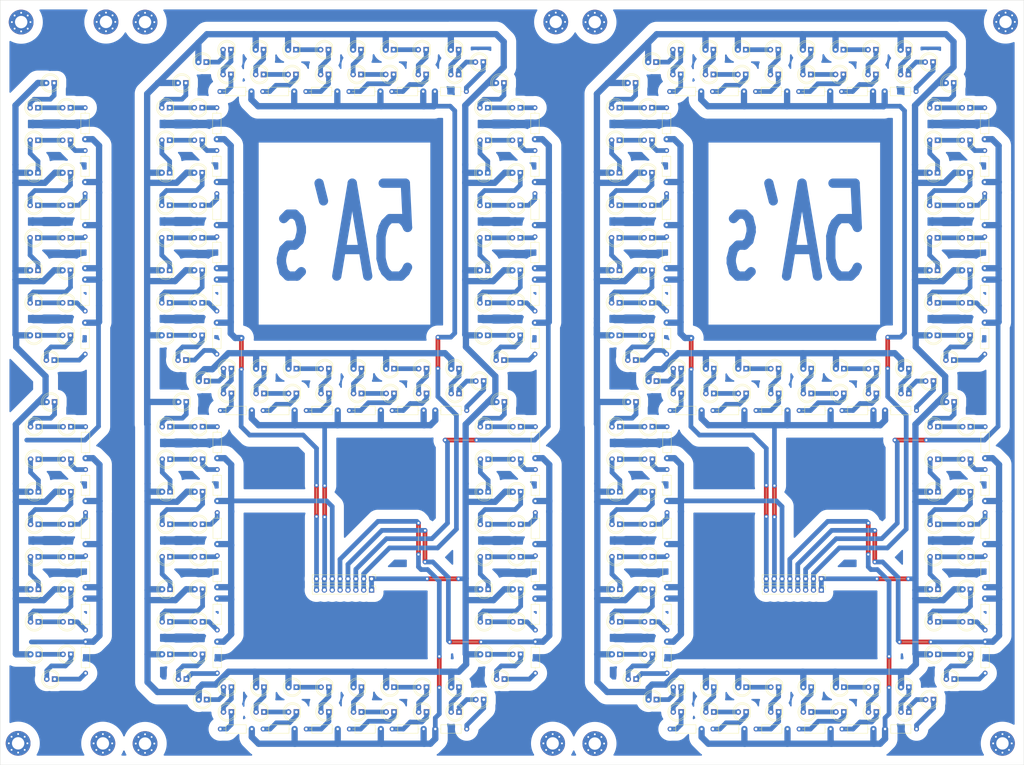
<source format=kicad_pcb>
(kicad_pcb (version 20211014) (generator pcbnew)
  (layers (0 "F.Cu" signal) (31 "B.Cu" signal) (34 "B.Paste" user) (35 "F.Paste" user) (36 "B.SilkS" user "B.Silkscreen") (37 "F.SilkS" user "F.Silkscreen") (38 "B.Mask" user) (39 "F.Mask" user) (44 "Edge.Cuts" user))
  (net 0 "")
  (footprint "LED_THT:LED_D5.0mm" (layer "F.Cu") (at 597.15 86.63 180)
    (fp_text reference "REF**" hide)
    (fp_text value "LED_D5.0mm" hide)
  )
  (footprint "Resistor_THT:R_Axial_DIN0207_L6.3mm_D2.5mm_P10.16mm_Horizontal" (layer "F.Cu") (at 644.555 60.39)
    (fp_text reference "REF**" hide)
    (fp_text value "R_Axial_DIN0207_L6.3mm_D2.5mm_P10.16mm_Horizontal" hide)
  )
  (footprint "LED_THT:LED_D5.0mm" (layer "F.Cu") (at 403.9575 -45.38 180)
    (fp_text reference "REF**" hide)
    (fp_text value "LED_D5.0mm" hide)
  )
  (footprint "Resistor_THT:R_Axial_DIN0207_L6.3mm_D2.5mm_P10.16mm_Horizontal" (layer "F.Cu") (at 601.875 121.13 -90)
    (fp_text reference "REF**" hide)
    (fp_text value "R_Axial_DIN0207_L6.3mm_D2.5mm_P10.16mm_Horizontal" hide)
  )
  (footprint "LED_THT:LED_D5.0mm" (layer "F.Cu") (at 409.35 107.64 180)
    (fp_text reference "REF**" hide)
    (fp_text value "LED_D5.0mm" hide)
  )
  (footprint "LED_THT:LED_D5.0mm" (layer "F.Cu") (at 451.875 139.13 180)
    (fp_text reference "REF**" hide)
    (fp_text value "LED_D5.0mm" hide)
  )
  (footprint "THTJumpers:Jumper_P10.16mm_D0.7mm" (layer "F.Cu") (at 636.5725 94.81 90)
    (fp_text reference "REF**" hide)
    (fp_text value "Jumper_P10.16mm_D0.7mm" hide)
  )
  (footprint "Resistor_THT:R_Axial_DIN0207_L6.3mm_D2.5mm_P10.16mm_Horizontal" (layer "F.Cu") (at 413.9575 -23.55 -90)
    (fp_text reference "REF**" hide)
    (fp_text value "R_Axial_DIN0207_L6.3mm_D2.5mm_P10.16mm_Horizontal" hide)
  )
  (footprint "LED_THT:LED_D5.0mm" (layer "F.Cu") (at 679.98 54.89 180)
    (fp_text reference "REF**" hide)
    (fp_text value "LED_D5.0mm" hide)
  )
  (footprint "LED_THT:LED_D5.0mm" (layer "F.Cu") (at 441.375 107.63 180)
    (fp_text reference "REF**" hide)
    (fp_text value "LED_D5.0mm" hide)
  )
  (footprint "LED_THT:LED_D5.0mm" (layer "F.Cu") (at 658.9775 157.76 180)
    (fp_text reference "REF**" hide)
    (fp_text value "LED_D5.0mm" hide)
  )
  (footprint "LED_THT:LED_D5.0mm" (layer "F.Cu") (at 597.0175 -16.39 180)
    (fp_text reference "REF**" hide)
    (fp_text value "LED_D5.0mm" hide)
  )
  (footprint "THTJumpers:Jumper_P10.16mm_D0.7mm" (layer "F.Cu") (at 673.5925 149.93 90)
    (fp_text reference "REF**" hide)
    (fp_text value "Jumper_P10.16mm_D0.7mm" hide)
  )
  (footprint "LED_THT:LED_D5.0mm" (layer "F.Cu") (at 451.7725 -26.89 180)
    (fp_text reference "REF**" hide)
    (fp_text value "LED_D5.0mm" hide)
  )
  (footprint "LED_THT:LED_D5.0mm" (layer "F.Cu") (at 658.9775 149.76 180)
    (fp_text reference "REF**" hide)
    (fp_text value "LED_D5.0mm" hide)
  )
  (footprint "LED_THT:LED_D5.0mm" (layer "F.Cu") (at 597.0175 -37.39 180)
    (fp_text reference "REF**" hide)
    (fp_text value "LED_D5.0mm" hide)
  )
  (footprint "LED_THT:LED_D5.0mm" (layer "F.Cu") (at 471.5875 -48.13 180)
    (fp_text reference "REF**" hide)
    (fp_text value "LED_D5.0mm" hide)
  )
  (footprint "MountingHole:MountingHole_4mm_Pad_Via" (layer "F.Cu") (at 564.9525 167.9)
    (fp_text reference "REF**" hide)
    (fp_text value "MountingHole_4mm_Pad_Via" hide)
  )
  (footprint "LED_THT:LED_D5.0mm" (layer "F.Cu") (at 534.5875 -48.13 180)
    (fp_text reference "REF**" hide)
    (fp_text value "LED_D5.0mm" hide)
  )
  (footprint "LED_THT:LED_D5.0mm" (layer "F.Cu") (at 451.905 76.13 180)
    (fp_text reference "REF**" hide)
    (fp_text value "LED_D5.0mm" hide)
  )
  (footprint "LED_THT:LED_D5.0mm" (layer "F.Cu") (at 451.7575 -5.89 180)
    (fp_text reference "REF**" hide)
    (fp_text value "LED_D5.0mm" hide)
  )
  (footprint "LED_THT:LED_D5.0mm" (layer "F.Cu") (at 544.125 97.14 180)
    (fp_text reference "REF**" hide)
    (fp_text value "LED_D5.0mm" hide)
  )
  (footprint "LED_THT:LED_D5.0mm" (layer "F.Cu") (at 627.44 54.89 180)
    (fp_text reference "REF**" hide)
    (fp_text value "LED_D5.0mm" hide)
  )
  (footprint "LED_THT:LED_D5.0mm" (layer "F.Cu") (at 616.9775 157.76 180)
    (fp_text reference "REF**" hide)
    (fp_text value "LED_D5.0mm" hide)
  )
  (footprint "Resistor_THT:R_Axial_DIN0207_L6.3mm_D2.5mm_P10.16mm_Horizontal" (layer "F.Cu") (at 601.875 93.38 -90)
    (fp_text reference "REF**" hide)
    (fp_text value "R_Axial_DIN0207_L6.3mm_D2.5mm_P10.16mm_Horizontal" hide)
  )
  (footprint "LED_THT:LED_D5.0mm" (layer "F.Cu") (at 679.8475 -56.13 180)
    (fp_text reference "REF**" hide)
    (fp_text value "LED_D5.0mm" hide)
  )
  (footprint "LED_THT:LED_D5.0mm" (layer "F.Cu") (at 591.7675 44.11 180)
    (fp_text reference "REF**" hide)
    (fp_text value "LED_D5.0mm" hide)
  )
  (footprint "LED_THT:LED_D5.0mm" (layer "F.Cu") (at 471.7175 149.76 180)
    (fp_text reference "REF**" hide)
    (fp_text value "LED_D5.0mm" hide)
  )
  (footprint "LED_THT:LED_D5.0mm" (layer "F.Cu") (at 554.625 65.64 180)
    (fp_text reference "REF**" hide)
    (fp_text value "LED_D5.0mm" hide)
  )
  (footprint "LED_THT:LED_D5.0mm" (layer "F.Cu") (at 554.4925 -37.38 180)
    (fp_text reference "REF**" hide)
    (fp_text value "LED_D5.0mm" hide)
  )
  (footprint "Resistor_THT:R_Axial_DIN0207_L6.3mm_D2.5mm_P10.16mm_Horizontal" (layer "F.Cu") (at 471.455 60.39)
    (fp_text reference "REF**" hide)
    (fp_text value "R_Axial_DIN0207_L6.3mm_D2.5mm_P10.16mm_Horizontal" hide)
  )
  (footprint "THTJumpers:Jumper_P10.16mm_D0.7mm" (layer "F.Cu") (at 633.9425 94.67 90)
    (fp_text reference "REF**" hide)
    (fp_text value "Jumper_P10.16mm_D0.7mm" hide)
  )
  (footprint "Resistor_THT:R_Axial_DIN0207_L6.3mm_D2.5mm_P10.16mm_Horizontal" (layer "F.Cu") (at 616.5825 -42.63)
    (fp_text reference "REF**" hide)
    (fp_text value "R_Axial_DIN0207_L6.3mm_D2.5mm_P10.16mm_Horizontal" hide)
  )
  (footprint "LED_THT:LED_D5.0mm" (layer "F.Cu") (at 471.72 46.89 180)
    (fp_text reference "REF**" hide)
    (fp_text value "LED_D5.0mm" hide)
  )
  (footprint "LED_THT:LED_D5.0mm" (layer "F.Cu") (at 627.3075 -56.13 180)
    (fp_text reference "REF**" hide)
    (fp_text value "LED_D5.0mm" hide)
  )
  (footprint "Resistor_THT:R_Axial_DIN0207_L6.3mm_D2.5mm_P10.16mm_Horizontal" (layer "F.Cu") (at 414.09 121.14 -90)
    (fp_text reference "REF**" hide)
    (fp_text value "R_Axial_DIN0207_L6.3mm_D2.5mm_P10.16mm_Horizontal" hide)
  )
  (footprint "LED_THT:LED_D5.0mm" (layer "F.Cu") (at 554.4775 4.62 180)
    (fp_text reference "REF**" hide)
    (fp_text value "LED_D5.0mm" hide)
  )
  (footprint "LED_THT:LED_D5.0mm" (layer "F.Cu") (at 554.4775 36.12 180)
    (fp_text reference "REF**" hide)
    (fp_text value "LED_D5.0mm" hide)
  )
  (footprint "LED_THT:LED_D5.0mm" (layer "F.Cu") (at 451.7575 -37.39 180)
    (fp_text reference "REF**" hide)
    (fp_text value "LED_D5.0mm" hide)
  )
  (footprint "LED_THT:LED_D5.0mm" (layer "F.Cu") (at 689.385 86.64 180)
    (fp_text reference "REF**" hide)
    (fp_text value "LED_D5.0mm" hide)
  )
  (footprint "LED_THT:LED_D5.0mm" (layer "F.Cu") (at 616.98 46.89 180)
    (fp_text reference "REF**" hide)
    (fp_text value "LED_D5.0mm" hide)
  )
  (footprint "Resistor_THT:R_Axial_DIN0207_L6.3mm_D2.5mm_P10.16mm_Horizontal" (layer "F.Cu") (at 644.4225 -42.63)
    (fp_text reference "REF**" hide)
    (fp_text value "R_Axial_DIN0207_L6.3mm_D2.5mm_P10.16mm_Horizontal" hide)
  )
  (footprint "LED_THT:LED_D5.0mm" (layer "F.Cu") (at 689.385 118.14 180)
    (fp_text reference "REF**" hide)
    (fp_text value "LED_D5.0mm" hide)
  )
  (footprint "LED_THT:LED_D5.0mm" (layer "F.Cu") (at 542.68 50.89 180)
    (fp_text reference "REF**" hide)
    (fp_text value "LED_D5.0mm" hide)
  )
  (footprint "LED_THT:LED_D5.0mm" (layer "F.Cu") (at 648.44 46.89 180)
    (fp_text reference "REF**" hide)
    (fp_text value "LED_D5.0mm" hide)
  )
  (footprint "LED_THT:LED_D5.0mm" (layer "F.Cu") (at 492.6775 157.76 180)
    (fp_text reference "REF**" hide)
    (fp_text value "LED_D5.0mm" hide)
  )
  (footprint "LED_THT:LED_D5.0mm" (layer "F.Cu") (at 534.72 54.89 180)
    (fp_text reference "REF**" hide)
    (fp_text value "LED_D5.0mm" hide)
  )
  (footprint "LED_THT:LED_D5.0mm" (layer "F.Cu") (at 597.15 128.63 180)
    (fp_text reference "REF**" hide)
    (fp_text value "LED_D5.0mm" hide)
  )
  (footprint "LED_THT:LED_D5.0mm" (layer "F.Cu") (at 689.2525 -37.38 180)
    (fp_text reference "REF**" hide)
    (fp_text value "LED_D5.0mm" hide)
  )
  (footprint "LED_THT:LED_D5.0mm" (layer "F.Cu") (at 461.1775 149.76 180)
    (fp_text reference "REF**" hide)
    (fp_text value "LED_D5.0mm" hide)
  )
  (footprint "THTJumpers:Jumper_P10.16mm_D0.7mm" (layer "F.Cu") (at 541.8325 135.14 180)
    (fp_text reference "REF**" hide)
    (fp_text value "Jumper_P10.16mm_D0.7mm" hide)
  )
  (footprint "Resistor_THT:R_Axial_DIN0207_L6.3mm_D2.5mm_P10.16mm_Horizontal" (layer "F.Cu") (at 704.61 79.47 -90)
    (fp_text reference "REF**" hide)
    (fp_text value "R_Axial_DIN0207_L6.3mm_D2.5mm_P10.16mm_Horizontal" hide)
  )
  (footprint "LED_THT:LED_D5.0mm" (layer "F.Cu") (at 409.35 139.14 180)
    (fp_text reference "REF**" hide)
    (fp_text value "LED_D5.0mm" hide)
  )
  (footprint "LED_THT:LED_D5.0mm" (layer "F.Cu") (at 441.2425 36.11 180)
    (fp_text reference "REF**" hide)
    (fp_text value "LED_D5.0mm" hide)
  )
  (footprint "LED_THT:LED_D5.0mm" (layer "F.Cu") (at 441.39 97.13 180)
    (fp_text reference "REF**" hide)
    (fp_text value "LED_D5.0mm" hide)
  )
  (footprint "Resistor_THT:R_Axial_DIN0207_L6.3mm_D2.5mm_P10.16mm_Horizontal" (layer "F.Cu") (at 414.09 65.64 -90)
    (fp_text reference "REF**" hide)
    (fp_text value "R_Axial_DIN0207_L6.3mm_D2.5mm_P10.16mm_Horizontal" hide)
  )
  (footprint "LED_THT:LED_D5.0mm" (layer "F.Cu") (at 586.65 65.63 180)
    (fp_text reference "REF**" hide)
    (fp_text value "LED_D5.0mm" hide)
  )
  (footprint "Resistor_THT:R_Axial_DIN0207_L6.3mm_D2.5mm_P10.16mm_Horizontal" (layer "F.Cu") (at 559.35 65.64 -90)
    (fp_text reference "REF**" hide)
    (fp_text value "R_Axial_DIN0207_L6.3mm_D2.5mm_P10.16mm_Horizontal" hide)
  )
  (footprint "THTJumpers:Jumper_P10.16mm_D0.7mm" (layer "F.Cu") (at 464.4325 47.14 90)
    (fp_text reference "REF**" hide)
    (fp_text value "Jumper_P10.16mm_D0.7mm" hide)
  )
  (footprint "LED_THT:LED_D5.0mm" (layer "F.Cu") (at 689.37 139.14 180)
    (fp_text reference "REF**" hide)
    (fp_text value "LED_D5.0mm" hide)
  )
  (footprint "Resistor_THT:R_Axial_DIN0207_L6.3mm_D2.5mm_P10.16mm_Horizontal" (layer "F.Cu") (at 601.875 65.63 -90)
    (fp_text reference "REF**" hide)
    (fp_text value "R_Axial_DIN0207_L6.3mm_D2.5mm_P10.16mm_Horizontal" hide)
  )
  (footprint "Resistor_THT:R_Axial_DIN0207_L6.3mm_D2.5mm_P10.16mm_Horizontal" (layer "F.Cu") (at 559.2175 4.29 -90)
    (fp_text reference "REF**" hide)
    (fp_text value "R_Axial_DIN0207_L6.3mm_D2.5mm_P10.16mm_Horizontal" hide)
  )
  (footprint "LED_THT:LED_D5.0mm" (layer "F.Cu") (at 658.98 46.89 180)
    (fp_text reference "REF**" hide)
    (fp_text value "LED_D5.0mm" hide)
  )
  (footprint "LED_THT:LED_D5.0mm" (layer "F.Cu") (at 453.205 50.89 180)
    (fp_text reference "REF**" hide)
    (fp_text value "LED_D5.0mm" hide)
  )
  (footprint "LED_THT:LED_D5.0mm" (layer "F.Cu") (at 554.4925 -5.88 180)
    (fp_text reference "REF**" hide)
    (fp_text value "LED_D5.0mm" hide)
  )
  (footprint "LED_THT:LED_D5.0mm" (layer "F.Cu") (at 398.85 139.14 180)
    (fp_text reference "REF**" hide)
    (fp_text value "LED_D5.0mm" hide)
  )
  (footprint "LED_THT:LED_D5.0mm" (layer "F.Cu") (at 398.7325 15.12 180)
    (fp_text reference "REF**" hide)
    (fp_text value "LED_D5.0mm" hide)
  )
  (footprint "LED_THT:LED_D5.0mm" (layer "F.Cu") (at 699.7525 -16.38 180)
    (fp_text reference "REF**" hide)
    (fp_text value "LED_D5.0mm" hide)
  )
  (footprint "LED_THT:LED_D5.0mm" (layer "F.Cu") (at 543.9775 36.12 180)
    (fp_text reference "REF**" hide)
    (fp_text value "LED_D5.0mm" hide)
  )
  (footprint "Resistor_THT:R_Axial_DIN0207_L6.3mm_D2.5mm_P10.16mm_Horizontal" (layer "F.Cu") (at 672.3025 163.26)
    (fp_text reference "REF**" hide)
    (fp_text value "R_Axial_DIN0207_L6.3mm_D2.5mm_P10.16mm_Horizontal" hide)
  )
  (footprint "LED_THT:LED_D5.0mm" (layer "F.Cu") (at 534.5875 -56.13 180)
    (fp_text reference "REF**" hide)
    (fp_text value "LED_D5.0mm" hide)
  )
  (footprint "Resistor_THT:R_Axial_DIN0207_L6.3mm_D2.5mm_P10.16mm_Horizontal" (layer "F.Cu") (at 456.615 135.05 -90)
    (fp_text reference "REF**" hide)
    (fp_text value "R_Axial_DIN0207_L6.3mm_D2.5mm_P10.16mm_Horizontal" hide)
  )
  (footprint "Resistor_THT:R_Axial_DIN0207_L6.3mm_D2.5mm_P10.16mm_Horizontal" (layer "F.Cu") (at 414.09 79.47 -90)
    (fp_text reference "REF**" hide)
    (fp_text value "R_Axial_DIN0207_L6.3mm_D2.5mm_P10.16mm_Horizontal" hide)
  )
  (footprint "LED_THT:LED_D5.0mm" (layer "F.Cu") (at 637.8075 -56.13 180)
    (fp_text reference "REF**" hide)
    (fp_text value "LED_D5.0mm" hide)
  )
  (footprint "LED_THT:LED_D5.0mm" (layer "F.Cu") (at 554.625 97.14 180)
    (fp_text reference "REF**" hide)
    (fp_text value "LED_D5.0mm" hide)
  )
  (footprint "LED_THT:LED_D5.0mm" (layer "F.Cu") (at 549.35 57.64 180)
    (fp_text reference "REF**" hide)
    (fp_text value "LED_D5.0mm" hide)
  )
  (footprint "LED_THT:LED_D5.0mm" (layer "F.Cu") (at 534.7175 157.76 180)
    (fp_text reference "REF**" hide)
    (fp_text value "LED_D5.0mm" hide)
  )
  (footprint "THTJumpers:Jumper_P10.16mm_D0.7mm" (layer "F.Cu") (at 673.1525 46.87 90)
    (fp_text reference "REF**" hide)
    (fp_text value "Jumper_P10.16mm_D0.7mm" hide)
  )
  (footprint "Resistor_THT:R_Axial_DIN0207_L6.3mm_D2.5mm_P10.16mm_Horizontal" (layer "F.Cu") (at 704.61 107.31 -90)
    (fp_text reference "REF**" hide)
    (fp_text value "R_Axial_DIN0207_L6.3mm_D2.5mm_P10.16mm_Horizontal" hide)
  )
  (footprint "LED_THT:LED_D5.0mm" (layer "F.Cu") (at 586.65 86.63 180)
    (fp_text reference "REF**" hide)
    (fp_text value "LED_D5.0mm" hide)
  )
  (footprint "LED_THT:LED_D5.0mm" (layer "F.Cu") (at 549.2425 44.12 180)
    (fp_text reference "REF**" hide)
    (fp_text value "LED_D5.0mm" hide)
  )
  (footprint "Resistor_THT:R_Axial_DIN0207_L6.3mm_D2.5mm_P10.16mm_Horizontal" (layer "F.Cu") (at 485.2425 -42.63)
    (fp_text reference "REF**" hide)
    (fp_text value "R_Axial_DIN0207_L6.3mm_D2.5mm_P10.16mm_Horizontal" hide)
  )
  (footprint "THTJumpers:Jumper_P10.16mm_D0.7mm" (layer "F.Cu") (at 523.7325 109.3 90)
    (fp_text reference "REF**" hide)
    (fp_text value "Jumper_P10.16mm_D0.7mm" hide)
  )
  (footprint "LED_THT:LED_D5.0mm" (layer "F.Cu") (at 699.7375 36.12 180)
    (fp_text reference "REF**" hide)
    (fp_text value "LED_D5.0mm" hide)
  )
  (footprint "LED_THT:LED_D5.0mm" (layer "F.Cu") (at 446.615 57.63 180)
    (fp_text reference "REF**" hide)
    (fp_text value "LED_D5.0mm" hide)
  )
  (footprint "LED_THT:LED_D5.0mm" (layer "F.Cu") (at 461.0475 -56.13 180)
    (fp_text reference "REF**" hide)
    (fp_text value "LED_D5.0mm" hide)
  )
  (footprint "THTJumpers:Jumper_P10.16mm_D0.7mm" (layer "F.Cu") (at 609.6925 47.14 90)
    (fp_text reference "REF**" hide)
    (fp_text value "Jumper_P10.16mm_D0.7mm" hide)
  )
  (footprint "Resistor_THT:R_Axial_DIN0207_L6.3mm_D2.5mm_P10.16mm_Horizontal" (layer "F.Cu") (at 527.0425 163.26)
    (fp_text reference "REF**" hide)
    (fp_text value "R_Axial_DIN0207_L6.3mm_D2.5mm_P10.16mm_Horizontal" hide)
  )
  (footprint "Resistor_THT:R_Axial_DIN0207_L6.3mm_D2.5mm_P10.16mm_Horizontal" (layer "F.Cu") (at 559.35 121.14 -90)
    (fp_text reference "REF**" hide)
    (fp_text value "R_Axial_DIN0207_L6.3mm_D2.5mm_P10.16mm_Horizontal" hide)
  )
  (footprint "Resistor_THT:R_Axial_DIN0207_L6.3mm_D2.5mm_P10.16mm_Horizontal" (layer "F.Cu") (at 485.375 60.39)
    (fp_text reference "REF**" hide)
    (fp_text value "R_Axial_DIN0207_L6.3mm_D2.5mm_P10.16mm_Horizontal" hide)
  )
  (footprint "Resistor_THT:R_Axial_DIN0207_L6.3mm_D2.5mm_P10.16mm_Horizontal" (layer "F.Cu") (at 704.4775 18.12 -90)
    (fp_text reference "REF**" hide)
    (fp_text value "R_Axial_DIN0207_L6.3mm_D2.5mm_P10.16mm_Horizontal" hide)
  )
  (footprint "Resistor_THT:R_Axial_DIN0207_L6.3mm_D2.5mm_P10.16mm_Horizontal" (layer "F.Cu") (at 672.1725 -42.63)
    (fp_text reference "REF**" hide)
    (fp_text value "R_Axial_DIN0207_L6.3mm_D2.5mm_P10.16mm_Horizontal" hide)
  )
  (footprint "Connector_PinHeader_2.54mm:PinHeader_1x08_P2.54mm_Vertical" (layer "F.Cu") (at 651.7225 114.76 -90)
    (fp_text reference "REF**" hide)
    (fp_text value "PinHeader_1x08_P2.54mm_Vertical" hide)
  )
  (footprint "LED_THT:LED_D5.0mm" (layer "F.Cu") (at 586.5175 -37.39 180)
    (fp_text reference "REF**" hide)
    (fp_text value "LED_D5.0mm" hide)
  )
  (footprint "LED_THT:LED_D5.0mm" (layer "F.Cu") (at 606.44 54.89 180)
    (fp_text reference "REF**" hide)
    (fp_text value "LED_D5.0mm" hide)
  )
  (footprint "LED_THT:LED_D5.0mm" (layer "F.Cu") (at 637.9375 149.76 180)
    (fp_text reference "REF**" hide)
    (fp_text value "LED_D5.0mm" hide)
  )
  (footprint "LED_THT:LED_D5.0mm" (layer "F.Cu") (at 503.0475 -48.13 180)
    (fp_text reference "REF**" hide)
    (fp_text value "LED_D5.0mm" hide)
  )
  (footprint "LED_THT:LED_D5.0mm" (layer "F.Cu") (at 597.135 107.63 180)
    (fp_text reference "REF**" hide)
    (fp_text value "LED_D5.0mm" hide)
  )
  (footprint "Resistor_THT:R_Axial_DIN0207_L6.3mm_D2.5mm_P10.16mm_Horizontal" (layer "F.Cu") (at 616.715 60.39)
    (fp_text reference "REF**" hide)
    (fp_text value "R_Axial_DIN0207_L6.3mm_D2.5mm_P10.16mm_Horizontal" hide)
  )
  (footprint "Resistor_THT:R_Axial_DIN0207_L6.3mm_D2.5mm_P10.16mm_Horizontal" (layer "F.Cu") (at 457.6225 163.26)
    (fp_text reference "REF**" hide)
    (fp_text value "R_Axial_DIN0207_L6.3mm_D2.5mm_P10.16mm_Horizontal" hide)
  )
  (footprint "LED_THT:LED_D5.0mm" (layer "F.Cu") (at 492.5475 -56.13 180)
    (fp_text reference "REF**" hide)
    (fp_text value "LED_D5.0mm" hide)
  )
  (footprint "Resistor_THT:R_Axial_DIN0207_L6.3mm_D2.5mm_P10.16mm_Horizontal" (layer "F.Cu") (at 616.7125 163.26)
    (fp_text reference "REF**" hide)
    (fp_text value "R_Axial_DIN0207_L6.3mm_D2.5mm_P10.16mm_Horizontal" hide)
  )
  (footprint "LED_THT:LED_D5.0mm" (layer "F.Cu") (at 492.5475 -48.13 180)
    (fp_text reference "REF**" hide)
    (fp_text value "LED_D5.0mm" hide)
  )
  (footprint "LED_THT:LED_D5.0mm" (layer "F.Cu") (at 586.5175 25.61 180)
    (fp_text reference "REF**" hide)
    (fp_text value "LED_D5.0mm" hide)
  )
  (footprint "LED_THT:LED_D5.0mm" (layer "F.Cu") (at 451.89 86.63 180)
    (fp_text reference "REF**" hide)
    (fp_text value "LED_D5.0mm" hide)
  )
  (footprint "LED_THT:LED_D5.0mm" (layer "F.Cu") (at 586.665 76.13 180)
    (fp_text reference "REF**" hide)
    (fp_text value "LED_D5.0mm" hide)
  )
  (footprint "LED_THT:LED_D5.0mm" (layer "F.Cu") (at 503.1775 149.76 180)
    (fp_text reference "REF**" hide)
    (fp_text value "LED_D5.0mm" hide)
  )
  (footprint "Resistor_THT:R_Axial_DIN0207_L6.3mm_D2.5mm_P10.16mm_Horizontal" (layer "F.Cu") (at 601.875 135.05 -90)
    (fp_text reference "REF**" hide)
    (fp_text value "R_Axial_DIN0207_L6.3mm_D2.5mm_P10.16mm_Horizontal" hide)
  )
  (footprint "LED_THT:LED_D5.0mm" (layer "F.Cu") (at 689.2675 -26.88 180)
    (fp_text reference "REF**" hide)
    (fp_text value "LED_D5.0mm" hide)
  )
  (footprint "LED_THT:LED_D5.0mm" (layer "F.Cu") (at 492.6775 149.76 180)
    (fp_text reference "REF**" hide)
    (fp_text value "LED_D5.0mm" hide)
  )
  (footprint "LED_THT:LED_D5.0mm" (layer "F.Cu") (at 398.85 107.64 180)
    (fp_text reference "REF**" hide)
    (fp_text value "LED_D5.0mm" hide)
  )
  (footprint "LED_THT:LED_D5.0mm" (layer "F.Cu") (at 441.2575 15.11 180)
    (fp_text reference "REF**" hide)
    (fp_text value "LED_D5.0mm" hide)
  )
  (footprint "Resistor_THT:R_Axial_DIN0207_L6.3mm_D2.5mm_P10.16mm_Horizontal" (layer "F.Cu") (at 602.8825 163.26)
    (fp_text reference "REF**" hide)
    (fp_text value "R_Axial_DIN0207_L6.3mm_D2.5mm_P10.16mm_Horizontal" hide)
  )
  (footprint "LED_THT:LED_D5.0mm" (layer "F.Cu") (at 689.2375 36.12 180)
    (fp_text reference "REF**" hide)
    (fp_text value "LED_D5.0mm" hide)
  )
  (footprint "LED_THT:LED_D5.0mm" (layer "F.Cu") (at 586.5325 -26.89 180)
    (fp_text reference "REF**" hide)
    (fp_text value "LED_D5.0mm" hide)
  )
  (footprint "LED_THT:LED_D5.0mm" (layer "F.Cu") (at 409.365 65.64 180)
    (fp_text reference "REF**" hide)
    (fp_text value "LED_D5.0mm" hide)
  )
  (footprint "Resistor_THT:R_Axial_DIN0207_L6.3mm_D2.5mm_P10.16mm_Horizontal" (layer "F.Cu") (at 456.4825 32.03 -90)
    (fp_text reference "REF**" hide)
    (fp_text value "R_Axial_DIN0207_L6.3mm_D2.5mm_P10.16mm_Horizontal" hide)
  )
  (footprint "LED_THT:LED_D5.0mm" (layer "F.Cu") (at 694.61 57.64 180)
    (fp_text reference "REF**" hide)
    (fp_text value "LED_D5.0mm" hide)
  )
  (footprint "Resistor_THT:R_Axial_DIN0207_L6.3mm_D2.5mm_P10.16mm_Horizontal" (layer "F.Cu") (at 499.1625 -42.63)
    (fp_text reference "REF**" hide)
    (fp_text value "R_Axial_DIN0207_L6.3mm_D2.5mm_P10.16mm_Horizontal" hide)
  )
  (footprint "LED_THT:LED_D5.0mm" (layer "F.Cu") (at 699.87 107.64 180)
    (fp_text reference "REF**" hide)
    (fp_text value "LED_D5.0mm" hide)
  )
  (footprint "LED_THT:LED_D5.0mm" (layer "F.Cu") (at 699.885 65.64 180)
    (fp_text reference "REF**" hide)
    (fp_text value "LED_D5.0mm" hide)
  )
  (footprint "LED_THT:LED_D5.0mm" (layer "F.Cu") (at 441.2575 -16.39 180)
    (fp_text reference "REF**" hide)
    (fp_text value "LED_D5.0mm" hide)
  )
  (footprint "LED_THT:LED_D5.0mm" (layer "F.Cu") (at 543.9925 15.12 180)
    (fp_text reference "REF**" hide)
    (fp_text value "LED_D5.0mm" hide)
  )
  (footprint "LED_THT:LED_D5.0mm" (layer "F.Cu") (at 503.1775 157.76 180)
    (fp_text reference "REF**" hide)
    (fp_text value "LED_D5.0mm" hide)
  )
  (footprint "LED_THT:LED_D5.0mm" (layer "F.Cu") (at 542.6775 153.76 180)
    (fp_text reference "REF**" hide)
    (fp_text value "LED_D5.0mm" hide)
  )
  (footprint "Resistor_THT:R_Axial_DIN0207_L6.3mm_D2.5mm_P10.16mm_Horizontal" (layer "F.Cu") (at 471.4525 163.26)
    (fp_text reference "REF**" hide)
    (fp_text value "R_Axial_DIN0207_L6.3mm_D2.5mm_P10.16mm_Horizontal" hide)
  )
  (footprint "Resistor_THT:R_Axial_DIN0207_L6.3mm_D2.5mm_P10.16mm_Horizontal" (layer "F.Cu") (at 644.5525 163.26)
    (fp_text reference "REF**" hide)
    (fp_text value "R_Axial_DIN0207_L6.3mm_D2.5mm_P10.16mm_Horizontal" hide)
  )
  (footprint "LED_THT:LED_D5.0mm" (layer "F.Cu") (at 543.9925 -37.38 180)
    (fp_text reference "REF**" hide)
    (fp_text value "LED_D5.0mm" hide)
  )
  (footprint "LED_THT:LED_D5.0mm" (layer "F.Cu") (at 544.125 118.14 180)
    (fp_text reference "REF**" hide)
    (fp_text value "LED_D5.0mm" hide)
  )
  (footprint "LED_THT:LED_D5.0mm" (layer "F.Cu") (at 679.9775 157.76 180)
    (fp_text reference "REF**" hide)
    (fp_text value "LED_D5.0mm" hide)
  )
  (footprint "Resistor_THT:R_Axial_DIN0207_L6.3mm_D2.5mm_P10.16mm_Horizontal" (layer "F.Cu") (at 704.4775 4.29 -90)
    (fp_text reference "REF**" hide)
    (fp_text value "R_Axial_DIN0207_L6.3mm_D2.5mm_P10.16mm_Horizontal" hide)
  )
  (footprint "Resistor_THT:R_Axial_DIN0207_L6.3mm_D2.5mm_P10.16mm_Horizontal" (layer "F.Cu") (at 601.875 107.3 -90)
    (fp_text reference "REF**" hide)
    (fp_text value "R_Axial_DIN0207_L6.3mm_D2.5mm_P10.16mm_Horizontal" hide)
  )
  (footprint "LED_THT:LED_D5.0mm" (layer "F.Cu") (at 513.72 46.89 180)
    (fp_text reference "REF**" hide)
    (fp_text value "LED_D5.0mm" hide)
  )
  (footprint "LED_THT:LED_D5.0mm" (layer "F.Cu") (at 461.18 54.89 180)
    (fp_text reference "REF**" hide)
    (fp_text value "LED_D5.0mm" hide)
  )
  (footprint "LED_THT:LED_D5.0mm" (layer "F.Cu") (at 689.2525 25.62 180)
    (fp_text reference "REF**" hide)
    (fp_text value "LED_D5.0mm" hide)
  )
  (footprint "LED_THT:LED_D5.0mm" (layer "F.Cu") (at 513.7175 157.76 180)
    (fp_text reference "REF**" hide)
    (fp_text value "LED_D5.0mm" hide)
  )
  (footprint "LED_THT:LED_D5.0mm" (layer "F.Cu") (at 598.465 50.89 180)
    (fp_text reference "REF**" hide)
    (fp_text value "LED_D5.0mm" hide)
  )
  (footprint "LED_THT:LED_D5.0mm" (layer "F.Cu") (at 679.8475 -48.13 180)
    (fp_text reference "REF**" hide)
    (fp_text value "LED_D5.0mm" hide)
  )
  (footprint "LED_THT:LED_D5.0mm" (layer "F.Cu") (at 409.365 86.64 180)
    (fp_text reference "REF**" hide)
    (fp_text value "LED_D5.0mm" hide)
  )
  (footprint "MountingHole:MountingHole_4mm_Pad_Via" (layer "F.Cu") (at 393.295 -65.05)
    (fp_text reference "REF**" hide)
    (fp_text value "MountingHole_4mm_Pad_Via" hide)
  )
  (footprint "Resistor_THT:R_Axial_DIN0207_L6.3mm_D2.5mm_P10.16mm_Horizontal" (layer "F.Cu") (at 559.35 135.06 -90)
    (fp_text reference "REF**" hide)
    (fp_text value "R_Axial_DIN0207_L6.3mm_D2.5mm_P10.16mm_Horizontal" hide)
  )
  (footprint "LED_THT:LED_D5.0mm" (layer "F.Cu") (at 597.15 118.13 180)
    (fp_text reference "REF**" hide)
    (fp_text value "LED_D5.0mm" hide)
  )
  (footprint "LED_THT:LED_D5.0mm" (layer "F.Cu") (at 524.2175 149.76 180)
    (fp_text reference "REF**" hide)
    (fp_text value "LED_D5.0mm" hide)
  )
  (footprint "LED_THT:LED_D5.0mm" (layer "F.Cu") (at 597.15 97.13 180)
    (fp_text reference "REF**" hide)
    (fp_text value "LED_D5.0mm" hide)
  )
  (footprint "LED_THT:LED_D5.0mm" (layer "F.Cu") (at 597.0025 4.61 180)
    (fp_text reference "REF**" hide)
    (fp_text value "LED_D5.0mm" hide)
  )
  (footprint "Resistor_THT:R_Axial_DIN0207_L6.3mm_D2.5mm_P10.16mm_Horizontal" (layer "F.Cu") (at 704.4775 -23.55 -90)
    (fp_text reference "REF**" hide)
    (fp_text value "R_Axial_DIN0207_L6.3mm_D2.5mm_P10.16mm_Horizontal" hide)
  )
  (footprint "THTJumpers:Jumper_P10.16mm_D0.7mm" (layer "F.Cu") (at 666.8725 106.89 90)
    (fp_text reference "REF**" hide)
    (fp_text value "Jumper_P10.16mm_D0.7mm" hide)
  )
  (footprint "LED_THT:LED_D5.0mm" (layer "F.Cu") (at 689.385 97.14 180)
    (fp_text reference "REF**" hide)
    (fp_text value "LED_D5.0mm" hide)
  )
  (footprint "LED_THT:LED_D5.0mm" (layer "F.Cu") (at 627.4375 149.76 180)
    (fp_text reference "REF**" hide)
    (fp_text value "LED_D5.0mm" hide)
  )
  (footprint "LED_THT:LED_D5.0mm" (layer "F.Cu") (at 637.8075 -48.13 180)
    (fp_text reference "REF**" hide)
    (fp_text value "LED_D5.0mm" hide)
  )
  (footprint "LED_THT:LED_D5.0mm" (layer "F.Cu") (at 689.2375 4.62 180)
    (fp_text reference "REF**" hide)
    (fp_text value "LED_D5.0mm" hide)
  )
  (footprint "LED_THT:LED_D5.0mm" (layer "F.Cu") (at 637.94 54.89 180)
    (fp_text reference "REF**" hide)
    (fp_text value "LED_D5.0mm" hide)
  )
  (footprint "LED_THT:LED_D5.0mm" (layer "F.Cu") (at 398.865 86.64 180)
    (fp_text reference "REF**" hide)
    (fp_text value "LED_D5.0mm" hide)
  )
  (footprint "LED_THT:LED_D5.0mm" (layer "F.Cu") (at 648.4375 149.76 180)
    (fp_text reference "REF**" hide)
    (fp_text value "LED_D5.0mm" hide)
  )
  (footprint "LED_THT:LED_D5.0mm" (layer "F.Cu") (at 689.2525 -5.88 180)
    (fp_text reference "REF**" hide)
    (fp_text value "LED_D5.0mm" hide)
  )
  (footprint "LED_THT:LED_D5.0mm" (layer "F.Cu") (at 669.48 54.89 180)
    (fp_text reference "REF**" hide)
    (fp_text value "LED_D5.0mm" hide)
  )
  (footprint "LED_THT:LED_D5.0mm" (layer "F.Cu") (at 409.2325 -37.38 180)
    (fp_text reference "REF**" hide)
    (fp_text value "LED_D5.0mm" hide)
  )
  (footprint "LED_THT:LED_D5.0mm" (layer "F.Cu") (at 549.2175 -45.38 180)
    (fp_text reference "REF**" hide)
    (fp_text value "LED_D5.0mm" hide)
  )
  (footprint "LED_THT:LED_D5.0mm" (layer "F.Cu") (at 482.18 54.89 180)
    (fp_text reference "REF**" hide)
    (fp_text value "LED_D5.0mm" hide)
  )
  (footprint "Resistor_THT:R_Axial_DIN0207_L6.3mm_D2.5mm_P10.16mm_Horizontal" (layer "F.Cu") (at 457.4925 -42.63)
    (fp_text reference "REF**" hide)
    (fp_text value "R_Axial_DIN0207_L6.3mm_D2.5mm_P10.16mm_Horizontal" hide)
  )
  (footprint "LED_THT:LED_D5.0mm" (layer "F.Cu") (at 658.98 54.89 180)
    (fp_text reference "REF**" hide)
    (fp_text value "LED_D5.0mm" hide)
  )
  (footprint "LED_THT:LED_D5.0mm" (layer "F.Cu") (at 403.9825 44.12 180)
    (fp_text reference "REF**" hide)
    (fp_text value "LED_D5.0mm" hide)
  )
  (footprint "Resistor_THT:R_Axial_DIN0207_L6.3mm_D2.5mm_P10.16mm_Horizontal" (layer "F.Cu") (at 526.9125 -42.63)
    (fp_text reference "REF**" hide)
    (fp_text value "R_Axial_DIN0207_L6.3mm_D2.5mm_P10.16mm_Horizontal" hide)
  )
  (footprint "MountingHole:MountingHole_4mm_Pad_Via" (layer "F.Cu") (at 419.6925 167.9)
    (fp_text reference "REF**" hide)
    (fp_text value "MountingHole_4mm_Pad_Via" hide)
  )
  (footprint "LED_THT:LED_D5.0mm" (layer "F.Cu") (at 606.44 46.89 180)
    (fp_text reference "REF**" hide)
    (fp_text value "LED_D5.0mm" hide)
  )
  (footprint "Resistor_THT:R_Axial_DIN0207_L6.3mm_D2.5mm_P10.16mm_Horizontal" (layer "F.Cu") (at 658.3825 163.26)
    (fp_text reference "REF**" hide)
    (fp_text value "R_Axial_DIN0207_L6.3mm_D2.5mm_P10.16mm_Horizontal" hide)
  )
  (footprint "LED_THT:LED_D5.0mm" (layer "F.Cu") (at 398.7325 -16.38 180)
    (fp_text reference "REF**" hide)
    (fp_text value "LED_D5.0mm" hide)
  )
  (footprint "LED_THT:LED_D5.0mm" (layer "F.Cu") (at 471.72 54.89 180)
    (fp_text reference "REF**" hide)
    (fp_text value "LED_D5.0mm" hide)
  )
  (footprint "LED_THT:LED_D5.0mm" (layer "F.Cu") (at 446.64 147.13 180)
    (fp_text reference "REF**" hide)
    (fp_text value "LED_D5.0mm" hide)
  )
  (footprint "LED_THT:LED_D5.0mm" (layer "F.Cu") (at 687.9375 153.76 180)
    (fp_text reference "REF**" hide)
    (fp_text value "LED_D5.0mm" hide)
  )
  (footprint "LED_THT:LED_D5.0mm" (layer "F.Cu") (at 586.65 128.63 180)
    (fp_text reference "REF**" hide)
    (fp_text value "LED_D5.0mm" hide)
  )
  (footprint "LED_THT:LED_D5.0mm" (layer "F.Cu") (at 398.7325 -37.38 180)
    (fp_text reference "REF**" hide)
    (fp_text value "LED_D5.0mm" hide)
  )
  (footprint "LED_THT:LED_D5.0mm" (layer "F.Cu") (at 598.4625 153.76 180)
    (fp_text reference "REF**" hide)
    (fp_text value "LED_D5.0mm" hide)
  )
  (footprint "LED_THT:LED_D5.0mm" (layer "F.Cu") (at 471.5875 -56.13 180)
    (fp_text reference "REF**" hide)
    (fp_text value "LED_D5.0mm" hide)
  )
  (footprint "Resistor_THT:R_Axial_DIN0207_L6.3mm_D2.5mm_P10.16mm_Horizontal" (layer "F.Cu") (at 704.4775 -9.63 -90)
    (fp_text reference "REF**" hide)
    (fp_text value "R_Axial_DIN0207_L6.3mm_D2.5mm_P10.16mm_Horizontal" hide)
  )
  (footprint "LED_THT:LED_D5.0mm" (layer "F.Cu") (at 398.865 128.64 180)
    (fp_text reference "REF**" hide)
    (fp_text value "LED_D5.0mm" hide)
  )
  (footprint "THTJumpers:Jumper_P10.16mm_D0.7mm" (layer "F.Cu") (at 534.5425 114.74 180)
    (fp_text reference "REF**" hide)
    (fp_text value "Jumper_P10.16mm_D0.7mm" hide)
  )
  (footprint "LED_THT:LED_D5.0mm" (layer "F.Cu") (at 554.64 76.14 180)
    (fp_text reference "REF**" hide)
    (fp_text value "LED_D5.0mm" hide)
  )
  (footprint "Resistor_THT:R_Axial_DIN0207_L6.3mm_D2.5mm_P10.16mm_Horizontal" (layer "F.Cu") (at 456.4825 -37.39 -90)
    (fp_text reference "REF**" hide)
    (fp_text value "R_Axial_DIN0207_L6.3mm_D2.5mm_P10.16mm_Horizontal" hide)
  )
  (footprint "LED_THT:LED_D5.0mm" (layer "F.Cu") (at 398.865 97.14 180)
    (fp_text reference "REF**" hide)
    (fp_text value "LED_D5.0mm" hide)
  )
  (footprint "THTJumpers:Jumper_P10.16mm_D0.7mm" (layer "F.Cu") (at 521.6125 106.89 90)
    (fp_text reference "REF**" hide)
    (fp_text value "Jumper_P10.16mm_D0.7mm" hide)
  )
  (footprint "LED_THT:LED_D5.0mm" (layer "F.Cu") (at 451.7425 4.61 180)
    (fp_text reference "REF**" hide)
    (fp_text value "LED_D5.0mm" hide)
  )
  (footprint "LED_THT:LED_D5.0mm" (layer "F.Cu") (at 441.39 86.63 180)
    (fp_text reference "REF**" hide)
    (fp_text value "LED_D5.0mm" hide)
  )
  (footprint "LED_THT:LED_D5.0mm" (layer "F.Cu") (at 648.3075 -48.13 180)
    (fp_text reference "REF**" hide)
    (fp_text value "LED_D5.0mm" hide)
  )
  (footprint "THTJumpers:Jumper_P10.16mm_D0.7mm" (layer "F.Cu") (at 528.3325 149.93 90)
    (fp_text reference "REF**" hide)
    (fp_text value "Jumper_P10.16mm_D0.7mm" hide)
  )
  (footprint "THTJumpers:Jumper_P10.16mm_D0.7mm" (layer "F.Cu") (at 540.3625 69.95 180)
    (fp_text reference "REF**" hide)
    (fp_text value "Jumper_P10.16mm_D0.7mm" hide)
  )
  (footprint "THTJumpers:Jumper_P10.16mm_D0.7mm" (layer "F.Cu") (at 687.0925 135.14 180)
    (fp_text reference "REF**" hide)
    (fp_text value "Jumper_P10.16mm_D0.7mm" hide)
  )
  (footprint "LED_THT:LED_D5.0mm" (layer "F.Cu") (at 597.0175 15.11 180)
    (fp_text reference "REF**" hide)
    (fp_text value "LED_D5.0mm" hide)
  )
  (footprint "LED_THT:LED_D5.0mm" (layer "F.Cu") (at 687.8075 -52.13 180)
    (fp_text reference "REF**" hide)
    (fp_text value "LED_D5.0mm" hide)
  )
  (footprint "LED_THT:LED_D5.0mm" (layer "F.Cu") (at 554.4925 25.62 180)
    (fp_text reference "REF**" hide)
    (fp_text value "LED_D5.0mm" hide)
  )
  (footprint "LED_THT:LED_D5.0mm" (layer "F.Cu") (at 446.4825 -45.39 180)
    (fp_text reference "REF**" hide)
    (fp_text value "LED_D5.0mm" hide)
  )
  (footprint "LED_THT:LED_D5.0mm" (layer "F.Cu") (at 627.4375 157.76 180)
    (fp_text reference "REF**" hide)
    (fp_text value "LED_D5.0mm" hide)
  )
  (footprint "LED_THT:LED_D5.0mm" (layer "F.Cu") (at 441.2725 -26.89 180)
    (fp_text reference "REF**" hide)
    (fp_text value "LED_D5.0mm" hide)
  )
  (footprint "LED_THT:LED_D5.0mm" (layer "F.Cu") (at 409.2175 36.12 180)
    (fp_text reference "REF**" hide)
    (fp_text value "LED_D5.0mm" hide)
  )
  (footprint "LED_THT:LED_D5.0mm" (layer "F.Cu") (at 699.7675 -26.88 180)
    (fp_text reference "REF**" hide)
    (fp_text value "LED_D5.0mm" hide)
  )
  (footprint "LED_THT:LED_D5.0mm" (layer "F.Cu") (at 658.8475 -56.13 180)
    (fp_text reference "REF**" hide)
    (fp_text value "LED_D5.0mm" hide)
  )
  (footprint "LED_THT:LED_D5.0mm" (layer "F.Cu") (at 586.5175 -16.39 180)
    (fp_text reference "REF**" hide)
    (fp_text value "LED_D5.0mm" hide)
  )
  (footprint "LED_THT:LED_D5.0mm" (layer "F.Cu") (at 591.7425 -45.39 180)
    (fp_text reference "REF**" hide)
    (fp_text value "LED_D5.0mm" hide)
  )
  (footprint "LED_THT:LED_D5.0mm" (layer "F.Cu") (at 689.2525 -16.38 180)
    (fp_text reference "REF**" hide)
    (fp_text value "LED_D5.0mm" hide)
  )
  (footprint "LED_THT:LED_D5.0mm" (layer "F.Cu") (at 534.7175 149.76 180)
    (fp_text reference "REF**" hide)
    (fp_text value "LED_D5.0mm" hide)
  )
  (footprint "MountingHole:MountingHole_4mm_Pad_Via" (layer "F.Cu") (at 433.3025 -65.04)
    (fp_text reference "REF**" hide)
    (fp_text value "MountingHole_4mm_Pad_Via" hide)
  )
  (footprint "LED_THT:LED_D5.0mm" (layer "F.Cu") (at 451.875 107.63 180)
    (fp_text reference "REF**" hide)
    (fp_text value "LED_D5.0mm" hide)
  )
  (footprint "LED_THT:LED_D5.0mm" (layer "F.Cu") (at 446.5075 44.11 180)
    (fp_text reference "REF**" hide)
    (fp_text value "LED_D5.0mm" hide)
  )
  (footprint "LED_THT:LED_D5.0mm" (layer "F.Cu") (at 409.2325 25.62 180)
    (fp_text reference "REF**" hide)
    (fp_text value "LED_D5.0mm" hide)
  )
  (footprint "LED_THT:LED_D5.0mm" (layer "F.Cu") (at 586.65 118.13 180)
    (fp_text reference "REF**" hide)
    (fp_text value "LED_D5.0mm" hide)
  )
  (footprint "Resistor_THT:R_Axial_DIN0207_L6.3mm_D2.5mm_P10.16mm_Horizontal" (layer "F.Cu") (at 471.3225 -42.63)
    (fp_text reference "REF**" hide)
    (fp_text value "R_Axial_DIN0207_L6.3mm_D2.5mm_P10.16mm_Horizontal" hide)
  )
  (footprint "Connector_PinHeader_2.54mm:PinHeader_1x08_P2.54mm_Vertical" (layer "F.Cu") (at 506.4675 118.37 -90)
    (fp_text reference "REF**" hide)
    (fp_text value "PinHeader_1x08_P2.54mm_Vertical" hide)
  )
  (footprint "LED_THT:LED_D5.0mm" (layer "F.Cu") (at 597.0025 36.11 180)
    (fp_text reference "REF**" hide)
    (fp_text value "LED_D5.0mm" hide)
  )
  (footprint "LED_THT:LED_D5.0mm" (layer "F.Cu") (at 409.365 128.64 180)
    (fp_text reference "REF**" hide)
    (fp_text value "LED_D5.0mm" hide)
  )
  (footprint "LED_THT:LED_D5.0mm" (layer "F.Cu") (at 544.11 107.64 180)
    (fp_text reference "REF**" hide)
    (fp_text value "LED_D5.0mm" hide)
  )
  (footprint "Resistor_THT:R_Axial_DIN0207_L6.3mm_D2.5mm_P10.16mm_Horizontal" (layer "F.Cu") (at 559.2175 -37.38 -90)
    (fp_text reference "REF**" hide)
    (fp_text value "R_Axial_DIN0207_L6.3mm_D2.5mm_P10.16mm_Horizontal" hide)
  )
  (footprint "Resistor_THT:R_Axial_DIN0207_L6.3mm_D2.5mm_P10.16mm_Horizontal" (layer "F.Cu") (at 456.615 107.3 -90)
    (fp_text reference "REF**" hide)
    (fp_text value "R_Axial_DIN0207_L6.3mm_D2.5mm_P10.16mm_Horizontal" hide)
  )
  (footprint "LED_THT:LED_D5.0mm" (layer "F.Cu") (at 554.625 128.64 180)
    (fp_text reference "REF**" hide)
    (fp_text value "LED_D5.0mm" hide)
  )
  (footprint "THTJumpers:Jumper_P10.16mm_D0.7mm" (layer "F.Cu") (at 491.3125 94.81 90)
    (fp_text reference "REF**" hide)
    (fp_text value "Jumper_P10.16mm_D0.7mm" hide)
  )
  (footprint "LED_THT:LED_D5.0mm" (layer "F.Cu") (at 492.68 46.89 180)
    (fp_text reference "REF**" hide)
    (fp_text value "LED_D5.0mm" hide)
  )
  (footprint "Resistor_THT:R_Axial_DIN0207_L6.3mm_D2.5mm_P10.16mm_Horizontal" (layer "F.Cu") (at 414.09 107.31 -90)
    (fp_text reference "REF**" hide)
    (fp_text value "R_Axial_DIN0207_L6.3mm_D2.5mm_P10.16mm_Horizontal" hide)
  )
  (footprint "LED_THT:LED_D5.0mm" (layer "F.Cu") (at 461.0475 -48.13 180)
    (fp_text reference "REF**" hide)
    (fp_text value "LED_D5.0mm" hide)
  )
  (footprint "LED_THT:LED_D5.0mm" (layer "F.Cu") (at 606.4375 149.76 180)
    (fp_text reference "REF**" hide)
    (fp_text value "LED_D5.0mm" hide)
  )
  (footprint "LED_THT:LED_D5.0mm" (layer "F.Cu") (at 648.44 54.89 180)
    (fp_text reference "REF**" hide)
    (fp_text value "LED_D5.0mm" hide)
  )
  (footprint "LED_THT:LED_D5.0mm" (layer "F.Cu") (at 669.48 46.89 180)
    (fp_text reference "REF**" hide)
    (fp_text value "LED_D5.0mm" hide)
  )
  (footprint "LED_THT:LED_D5.0mm" (layer "F.Cu") (at 503.18 54.89 180)
    (fp_text reference "REF**" hide)
    (fp_text value "LED_D5.0mm" hide)
  )
  (footprint "LED_THT:LED_D5.0mm" (layer "F.Cu") (at 503.0475 -56.13 180)
    (fp_text reference "REF**" hide)
    (fp_text value "LED_D5.0mm" hide)
  )
  (footprint "Resistor_THT:R_Axial_DIN0207_L6.3mm_D2.5mm_P10.16mm_Horizontal" (layer "F.Cu") (at 513.125 60.39)
    (fp_text reference "REF**" hide)
    (fp_text value "R_Axial_DIN0207_L6.3mm_D2.5mm_P10.16mm_Horizontal" hide)
  )
  (footprint "Resistor_THT:R_Axial_DIN0207_L6.3mm_D2.5mm_P10.16mm_Horizontal" (layer "F.Cu") (at 704.61 135.06 -90)
    (fp_text reference "REF**" hide)
    (fp_text value "R_Axial_DIN0207_L6.3mm_D2.5mm_P10.16mm_Horizontal" hide)
  )
  (footprint "Resistor_THT:R_Axial_DIN0207_L6.3mm_D2.5mm_P10.16mm_Horizontal" (layer "F.Cu") (at 456.4825 18.11 -90)
    (fp_text reference "REF**" hide)
    (fp_text value "R_Axial_DIN0207_L6.3mm_D2.5mm_P10.16mm_Horizontal" hide)
  )
  (footprint "LED_THT:LED_D5.0mm" (layer "F.Cu") (at 669.4775 149.76 180)
    (fp_text reference "REF**" hide)
    (fp_text value "LED_D5.0mm" hide)
  )
  (footprint "LED_THT:LED_D5.0mm" (layer "F.Cu") (at 482.0475 -48.13 180)
    (fp_text reference "REF**" hide)
    (fp_text value "LED_D5.0mm" hide)
  )
  (footprint "LED_THT:LED_D5.0mm" (layer "F.Cu") (at 554.625 86.64 180)
    (fp_text reference "REF**" hide)
    (fp_text value "LED_D5.0mm" hide)
  )
  (footprint "LED_THT:LED_D5.0mm" (layer "F.Cu") (at 699.885 97.14 180)
    (fp_text reference "REF**" hide)
    (fp_text value "LED_D5.0mm" hide)
  )
  (footprint "MountingHole:MountingHole_4mm_Pad_Via" (layer "F.Cu") (at 420.6925 -65.1)
    (fp_text reference "REF**" hide)
    (fp_text value "MountingHole_4mm_Pad_Via" hide)
  )
  (footprint "LED_THT:LED_D5.0mm" (layer "F.Cu") (at 699.7525 -37.38 180)
    (fp_text reference "REF**" hide)
    (fp_text value "LED_D5.0mm" hide)
  )
  (footprint "LED_THT:LED_D5.0mm" (layer "F.Cu") (at 543.9925 -16.38 180)
    (fp_text reference "REF**" hide)
    (fp_text value "LED_D5.0mm" hide)
  )
  (footprint "LED_THT:LED_D5.0mm" (layer "F.Cu") (at 524.22 46.89 180)
    (fp_text reference "REF**" hide)
    (fp_text value "LED_D5.0mm" hide)
  )
  (footprint "LED_THT:LED_D5.0mm" (layer "F.Cu") (at 694.635 147.14 180)
    (fp_text reference "REF**" hide)
    (fp_text value "LED_D5.0mm" hide)
  )
  (footprint "LED_THT:LED_D5.0mm" (layer "F.Cu") (at 398.7325 25.62 180)
    (fp_text reference "REF**" hide)
    (fp_text value "LED_D5.0mm" hide)
  )
  (footprint "LED_THT:LED_D5.0mm" (layer "F.Cu") (at 404.115 147.14 180)
    (fp_text reference "REF**" hide)
    (fp_text value "LED_D5.0mm" hide)
  )
  (footprint "LED_THT:LED_D5.0mm" (layer "F.Cu") (at 627.3075 -48.13 180)
    (fp_text reference "REF**" hide)
    (fp_text value "LED_D5.0mm" hide)
  )
  (footprint "LED_THT:LED_D5.0mm" (layer "F.Cu") (at 441.2575 -37.39 180)
    (fp_text reference "REF**" hide)
    (fp_text value "LED_D5.0mm" hide)
  )
  (footprint "LED_THT:LED_D5.0mm" (layer "F.Cu") (at 441.405 76.13 180)
    (fp_text reference "REF**" hide)
    (fp_text value "LED_D5.0mm" hide)
  )
  (footprint "LED_THT:LED_D5.0mm" (layer "F.Cu") (at 524.22 54.89 180)
    (fp_text reference "REF**" hide)
    (fp_text value "LED_D5.0mm" hide)
  )
  (footprint "Resistor_THT:R_Axial_DIN0207_L6.3mm_D2.5mm_P10.16mm_Horizontal" (layer "F.Cu") (at 527.045 60.39)
    (fp_text reference "REF**" hide)
    (fp_text value "R_Axial_DIN0207_L6.3mm_D2.5mm_P10.16mm_Horizontal" hide)
  )
  (footprint "LED_THT:LED_D5.0mm" (layer "F.Cu") (at 492.68 54.89 180)
    (fp_text reference "REF**" hide)
    (fp_text value "LED_D5.0mm" hide)
  )
  (footprint "LED_THT:LED_D5.0mm" (layer "F.Cu") (at 543.9925 25.62 180)
    (fp_text reference "REF**" hide)
    (fp_text value "LED_D5.0mm" hide)
  )
  (footprint "LED_THT:LED_D5.0mm" (layer "F.Cu") (at 482.18 46.89 180)
    (fp_text reference "REF**" hide)
    (fp_text value "LED_D5.0mm" hide)
  )
  (footprint "LED_THT:LED_D5.0mm" (layer "F.Cu") (at 699.7525 -5.88 180)
    (fp_text reference "REF**" hide)
    (fp_text value "LED_D5.0mm" hide)
  )
  (footprint "MountingHole:MountingHole_4mm_Pad_Via" (layer "F.Cu") (at 578.5625 -65.04)
    (fp_text reference "REF**" hide)
    (fp_text value "MountingHole_4mm_Pad_Via" hide)
  )
  (footprint "MountingHole:MountingHole_4mm_Pad_Via" (layer "F.Cu") (at 433.3025 167.96)
    (fp_text reference "REF**" hide)
    (fp_text value "MountingHole_4mm_Pad_Via" hide)
  )
  (footprint "LED_THT:LED_D5.0mm" (layer "F.Cu") (at 534.72 46.89 180)
    (fp_text reference "REF**" hide)
    (fp_text value "LED_D5.0mm" hide)
  )
  (footprint "Resistor_THT:R_Axial_DIN0207_L6.3mm_D2.5mm_P10.16mm_Horizontal" (layer "F.Cu") (at 601.7425 -37.39 -90)
    (fp_text reference "REF**" hide)
    (fp_text value "R_Axial_DIN0207_L6.3mm_D2.5mm_P10.16mm_Horizontal" hide)
  )
  (footprint "LED_THT:LED_D5.0mm" (layer "F.Cu") (at 482.1775 149.76 180)
    (fp_text reference "REF**" hide)
    (fp_text value "LED_D5.0mm" hide)
  )
  (footprint "LED_THT:LED_D5.0mm" (layer "F.Cu") (at 616.98 54.89 180)
    (fp_text reference "REF**" hide)
    (fp_text value "LED_D5.0mm" hide)
  )
  (footprint "Resistor_THT:R_Axial_DIN0207_L6.3mm_D2.5mm_P10.16mm_Horizontal" (layer "F.Cu") (at 704.4775 -37.38 -90)
    (fp_text reference "REF**" hide)
    (fp_text value "R_Axial_DIN0207_L6.3mm_D2.5mm_P10.16mm_Horizontal" hide)
  )
  (footprint "LED_THT:LED_D5.0mm" (layer "F.Cu") (at 451.7575 25.61 180)
    (fp_text reference "REF**" hide)
    (fp_text value "LED_D5.0mm" hide)
  )
  (footprint "LED_THT:LED_D5.0mm" (layer "F.Cu") (at 544.11 139.14 180)
    (fp_text reference "REF**" hide)
    (fp_text value "LED_D5.0mm" hide)
  )
  (footprint "LED_THT:LED_D5.0mm" (layer "F.Cu") (at 554.61 107.64 180)
    (fp_text reference "REF**" hide)
    (fp_text value "LED_D5.0mm" hide)
  )
  (footprint "LED_THT:LED_D5.0mm" (layer "F.Cu") (at 699.885 128.64 180)
    (fp_text reference "REF**" hide)
    (fp_text value "LED_D5.0mm" hide)
  )
  (footprint "LED_THT:LED_D5.0mm" (layer "F.Cu") (at 524.2175 157.76 180)
    (fp_text reference "REF**" hide)
    (fp_text value "LED_D5.0mm" hide)
  )
  (footprint "Resistor_THT:R_Axial_DIN0207_L6.3mm_D2.5mm_P10.16mm_Horizontal" (layer "F.Cu") (at 499.295 60.39)
    (fp_text reference "REF**" hide)
    (fp_text value "R_Axial_DIN0207_L6.3mm_D2.5mm_P10.16mm_Horizontal" hide)
  )
  (footprint "MountingHole:MountingHole_4mm_Pad_Via" (layer "F.Cu") (at 710.2125 167.9)
    (fp_text reference "REF**" hide)
    (fp_text value "MountingHole_4mm_Pad_Via" hide)
  )
  (footprint "LED_THT:LED_D5.0mm" (layer "F.Cu") (at 482.0475 -56.13 180)
    (fp_text reference "REF**" hide)
    (fp_text value "LED_D5.0mm" hide)
  )
  (footprint "Resistor_THT:R_Axial_DIN0207_L6.3mm_D2.5mm_P10.16mm_Horizontal" (layer "F.Cu") (at 602.7525 -42.63)
    (fp_text reference "REF**" hide)
    (fp_text value "R_Axial_DIN0207_L6.3mm_D2.5mm_P10.16mm_Horizontal" hide)
  )
  (footprint "Resistor_THT:R_Axial_DIN0207_L6.3mm_D2.5mm_P10.16mm_Horizontal" (layer "F.Cu") (at 704.61 93.39 -90)
    (fp_text reference "REF**" hide)
    (fp_text value "R_Axial_DIN0207_L6.3mm_D2.5mm_P10.16mm_Horizontal" hide)
  )
  (footprint "LED_THT:LED_D5.0mm" (layer "F.Cu") (at 597.135 139.13 180)
    (fp_text reference "REF**" hide)
    (fp_text value "LED_D5.0mm" hide)
  )
  (footprint "LED_THT:LED_D5.0mm" (layer "F.Cu") (at 648.4375 157.76 180)
    (fp_text reference "REF**" hide)
    (fp_text value "LED_D5.0mm" hide)
  )
  (footprint "Resistor_THT:R_Axial_DIN0207_L6.3mm_D2.5mm_P10.16mm_Horizontal" (layer "F.Cu") (at 413.9575 4.29 -90)
    (fp_text reference "REF**" hide)
    (fp_text value "R_Axial_DIN0207_L6.3mm_D2.5mm_P10.16mm_Horizontal" hide)
  )
  (footprint "LED_THT:LED_D5.0mm" (layer "F.Cu") (at 616.9775 149.76 180)
    (fp_text reference "REF**" hide)
    (fp_text value "LED_D5.0mm" hide)
  )
  (footprint "LED_THT:LED_D5.0mm" (layer "F.Cu") (at 409.2475 -26.88 180)
    (fp_text reference "REF**" hide)
    (fp_text value "LED_D5.0mm" hide)
  )
  (footprint "Resistor_THT:R_Axial_DIN0207_L6.3mm_D2.5mm_P10.16mm_Horizontal" (layer "F.Cu") (at 456.4825 4.28 -90)
    (fp_text reference "REF**" hide)
    (fp_text value "R_Axial_DIN0207_L6.3mm_D2.5mm_P10.16mm_Horizontal" hide)
  )
  (footprint "Resistor_THT:R_Axial_DIN0207_L6.3mm_D2.5mm_P10.16mm_Horizontal" (layer "F.Cu") (at 485.3725 163.26)
    (fp_text reference "REF**" hide)
    (fp_text value "R_Axial_DIN0207_L6.3mm_D2.5mm_P10.16mm_Horizontal" hide)
  )
  (footprint "LED_THT:LED_D5.0mm" (layer "F.Cu") (at 398.7175 4.62 180)
    (fp_text reference "REF**" hide)
    (fp_text value "LED_D5.0mm" hide)
  )
  (footprint "LED_THT:LED_D5.0mm" (layer "F.Cu") (at 598.3325 -52.13 180)
    (fp_text reference "REF**" hide)
    (fp_text value "LED_D5.0mm" hide)
  )
  (footprint "Resistor_THT:R_Axial_DIN0207_L6.3mm_D2.5mm_P10.16mm_Horizontal" (layer "F.Cu") (at 456.615 65.63 -90)
    (fp_text reference "REF**" hide)
    (fp_text value "R_Axial_DIN0207_L6.3mm_D2.5mm_P10.16mm_Horizontal" hide)
  )
  (footprint "LED_THT:LED_D5.0mm" (layer "F.Cu") (at 461.18 46.89 180)
    (fp_text reference "REF**" hide)
    (fp_text value "LED_D5.0mm" hide)
  )
  (footprint "LED_THT:LED_D5.0mm" (layer "F.Cu") (at 689.2525 15.12 180)
    (fp_text reference "REF**" hide)
    (fp_text value "LED_D5.0mm" hide)
  )
  (footprint "LED_THT:LED_D5.0mm" (layer "F.Cu") (at 441.39 118.13 180)
    (fp_text reference "REF**" hide)
    (fp_text value "LED_D5.0mm" hide)
  )
  (footprint "LED_THT:LED_D5.0mm" (layer "F.Cu") (at 398.7475 -26.88 180)
    (fp_text reference "REF**" hide)
    (fp_text value "LED_D5.0mm" hide)
  )
  (footprint "LED_THT:LED_D5.0mm" (layer "F.Cu") (at 699.7525 15.12 180)
    (fp_text reference "REF**" hide)
    (fp_text value "LED_D5.0mm" hide)
  )
  (footprint "LED_THT:LED_D5.0mm" (layer "F.Cu") (at 586.5175 15.11 180)
    (fp_text reference "REF**" hide)
    (fp_text value "LED_D5.0mm" hide)
  )
  (footprint "Resistor_THT:R_Axial_DIN0207_L6.3mm_D2.5mm_P10.16mm_Horizontal" (layer "F.Cu") (at 602.885 60.39)
    (fp_text reference "REF**" hide)
    (fp_text value "R_Axial_DIN0207_L6.3mm_D2.5mm_P10.16mm_Horizontal" hide)
  )
  (footprint "Resistor_THT:R_Axial_DIN0207_L6.3mm_D2.5mm_P10.16mm_Horizontal" (layer "F.Cu") (at 658.2525 -42.63)
    (fp_text reference "REF**" hide)
    (fp_text value "R_Axial_DIN0207_L6.3mm_D2.5mm_P10.16mm_Horizontal" hide)
  )
  (footprint "LED_THT:LED_D5.0mm" (layer "F.Cu") (at 586.635 107.63 180)
    (fp_text reference "REF**" hide)
    (fp_text value "LED_D5.0mm" hide)
  )
  (footprint "Connector_PinHeader_2.54mm:PinHeader_1x08_P2.54mm_Vertical" (layer "F.Cu") (at 506.4625 114.76 -90)
    (fp_text reference "REF**" hide)
    (fp_text value "PinHeader_1x08_P2.54mm_Vertical" hide)
  )
  (footprint "LED_THT:LED_D5.0mm" (layer "F.Cu") (at 398.865 65.64 180)
    (fp_text reference "REF**" hide)
    (fp_text value "LED_D5.0mm" hide)
  )
  (footprint "Resistor_THT:R_Axial_DIN0207_L6.3mm_D2.5mm_P10.16mm_Horizontal" (layer "F.Cu") (at 559.35 93.39 -90)
    (fp_text reference "REF**" hide)
    (fp_text value "R_Axial_DIN0207_L6.3mm_D2.5mm_P10.16mm_Horizontal" hide)
  )
  (footprint "Resistor_THT:R_Axial_DIN0207_L6.3mm_D2.5mm_P10.16mm_Horizontal" (layer "F.Cu") (at 559.2175 -9.63 -90)
    (fp_text reference "REF**" hide)
    (fp_text value "R_Axial_DIN0207_L6.3mm_D2.5mm_P10.16mm_Horizontal" hide)
  )
  (footprint "LED_THT:LED_D5.0mm" (layer "F.Cu") (at 554.4925 -16.38 180)
    (fp_text reference "REF**" hide)
    (fp_text value "LED_D5.0mm" hide)
  )
  (footprint "Resistor_THT:R_Axial_DIN0207_L6.3mm_D2.5mm_P10.16mm_Horizontal" (layer "F.Cu") (at 601.875 79.46 -90)
    (fp_text reference "REF**" hide)
    (fp_text value "R_Axial_DIN0207_L6.3mm_D2.5mm_P10.16mm_Horizontal" hide)
  )
  (footprint "LED_THT:LED_D5.0mm" (layer "F.Cu") (at 453.0725 -52.13 180)
    (fp_text reference "REF**" hide)
    (fp_text value "LED_D5.0mm" hide)
  )
  (footprint "LED_THT:LED_D5.0mm" (layer "F.Cu") (at 513.72 54.89 180)
    (fp_text reference "REF**" hide)
    (fp_text value "LED_D5.0mm" hide)
  )
  (footprint "Resistor_THT:R_Axial_DIN0207_L6.3mm_D2.5mm_P10.16mm_Horizontal" (layer "F.Cu") (at 512.9925 -42.63)
    (fp_text reference "REF**" hide)
    (fp_text value "R_Axial_DIN0207_L6.3mm_D2.5mm_P10.16mm_Horizontal" hide)
  )
  (footprint "LED_THT:LED_D5.0mm" (layer "F.Cu") (at 451.7575 15.11 180)
    (fp_text reference "REF**" hide)
    (fp_text value "LED_D5.0mm" hide)
  )
  (footprint "LED_THT:LED_D5.0mm" (layer "F.Cu") (at 409.38 76.14 180)
    (fp_text reference "REF**" hide)
    (fp_text value "LED_D5.0mm" hide)
  )
  (footprint "LED_THT:LED_D5.0mm" (layer "F.Cu") (at 441.2575 -5.89 180)
    (fp_text reference "REF**" hide)
    (fp_text value "LED_D5.0mm" hide)
  )
  (footprint "Resistor_THT:R_Axial_DIN0207_L6.3mm_D2.5mm_P10.16mm_Horizontal" (layer "F.Cu") (at 601.7425 32.03 -90)
    (fp_text reference "REF**" hide)
    (fp_text value "R_Axial_DIN0207_L6.3mm_D2.5mm_P10.16mm_Horizontal" hide)
  )
  (footprint "LED_THT:LED_D5.0mm" (layer "F.Cu") (at 409.2175 4.62 180)
    (fp_text reference "REF**" hide)
    (fp_text value "LED_D5.0mm" hide)
  )
  (footprint "LED_THT:LED_D5.0mm" (layer "F.Cu") (at 543.9775 4.62 180)
    (fp_text reference "REF**" hide)
    (fp_text value "LED_D5.0mm" hide)
  )
  (footprint "Resistor_THT:R_Axial_DIN0207_L6.3mm_D2.5mm_P10.16mm_Horizontal" (layer "F.Cu") (at 630.635 60.39)
    (fp_text reference "REF**" hide)
    (fp_text value "R_Axial_DIN0207_L6.3mm_D2.5mm_P10.16mm_Horizontal" hide)
  )
  (footprint "Resistor_THT:R_Axial_DIN0207_L6.3mm_D2.5mm_P10.16mm_Horizontal" (layer "F.Cu") (at 456.615 121.13 -90)
    (fp_text reference "REF**" hide)
    (fp_text value "R_Axial_DIN0207_L6.3mm_D2.5mm_P10.16mm_Horizontal" hide)
  )
  (footprint "LED_THT:LED_D5.0mm" (layer "F.Cu") (at 586.635 139.13 180)
    (fp_text reference "REF**" hide)
    (fp_text value "LED_D5.0mm" hide)
  )
  (footprint "Resistor_THT:R_Axial_DIN0207_L6.3mm_D2.5mm_P10.16mm_Horizontal" (layer "F.Cu") (at 456.4825 -23.56 -90)
    (fp_text reference "REF**" hide)
    (fp_text value "R_Axial_DIN0207_L6.3mm_D2.5mm_P10.16mm_Horizontal" hide)
  )
  (footprint "LED_THT:LED_D5.0mm" (layer "F.Cu") (at 409.2325 -16.38 180)
    (fp_text reference "REF**" hide)
    (fp_text value "LED_D5.0mm" hide)
  )
  (footprint "LED_THT:LED_D5.0mm" (layer "F.Cu") (at 398.865 118.14 180)
    (fp_text reference "REF**" hide)
    (fp_text value "LED_D5.0mm" hide)
  )
  (footprint "Resistor_THT:R_Axial_DIN0207_L6.3mm_D2.5mm_P10.16mm_Horizontal" (layer "F.Cu") (at 704.61 121.14 -90)
    (fp_text reference "REF**" hide)
    (fp_text value "R_Axial_DIN0207_L6.3mm_D2.5mm_P10.16mm_Horizontal" hide)
  )
  (footprint "LED_THT:LED_D5.0mm" (layer "F.Cu") (at 606.4375 157.76 180)
    (fp_text reference "REF**" hide)
    (fp_text value "LED_D5.0mm" hide)
  )
  (footprint "LED_THT:LED_D5.0mm" (layer "F.Cu") (at 554.4925 15.12 180)
    (fp_text reference "REF**" hide)
    (fp_text value "LED_D5.0mm" hide)
  )
  (footprint "Resistor_THT:R_Axial_DIN0207_L6.3mm_D2.5mm_P10.16mm_Horizontal" (layer "F.Cu") (at 672.305 60.39)
    (fp_text reference "REF**" hide)
    (fp_text value "R_Axial_DIN0207_L6.3mm_D2.5mm_P10.16mm_Horizontal" hide)
  )
  (footprint "LED_THT:LED_D5.0mm" (layer "F.Cu") (at 543.9925 -5.88 180)
    (fp_text reference "REF**" hide)
    (fp_text value "LED_D5.0mm" hide)
  )
  (footprint "LED_THT:LED_D5.0mm" (layer "F.Cu") (at 398.88 76.14 180)
    (fp_text reference "REF**" hide)
    (fp_text value "LED_D5.0mm" hide)
  )
  (footprint "LED_THT:LED_D5.0mm" (layer "F.Cu") (at 586.5025 4.61 180)
    (fp_text reference "REF**" hide)
    (fp_text value "LED_D5.0mm" hide)
  )
  (footprint "LED_THT:LED_D5.0mm" (layer "F.Cu") (at 606.3075 -48.13 180)
    (fp_text reference "REF**" hide)
    (fp_text value "LED_D5.0mm" hide)
  )
  (footprint "LED_THT:LED_D5.0mm" (layer "F.Cu") (at 451.89 65.63 180)
    (fp_text reference "REF**" hide)
    (fp_text value "LED_D5.0mm" hide)
  )
  (footprint "LED_THT:LED_D5.0mm" (layer "F.Cu") (at 699.7525 25.62 180)
    (fp_text reference "REF**" hide)
    (fp_text value "LED_D5.0mm" hide)
  )
  (footprint "Resistor_THT:R_Axial_DIN0207_L6.3mm_D2.5mm_P10.16mm_Horizontal" (layer "F.Cu") (at 601.7425 18.11 -90)
    (fp_text reference "REF**" hide)
    (fp_text value "R_Axial_DIN0207_L6.3mm_D2.5mm_P10.16mm_Horizontal" hide)
  )
  (footprint "LED_THT:LED_D5.0mm" (layer "F.Cu") (at 554.5075 -26.88 180)
    (fp_text reference "REF**" hide)
    (fp_text value "LED_D5.0mm" hide)
  )
  (footprint "Resistor_THT:R_Axial_DIN0207_L6.3mm_D2.5mm_P10.16mm_Horizontal" (layer "F.Cu") (at 413.9575 32.04 -90)
    (fp_text reference "REF**" hide)
    (fp_text value "R_Axial_DIN0207_L6.3mm_D2.5mm_P10.16mm_Horizontal" hide)
  )
  (footprint "LED_THT:LED_D5.0mm" (layer "F.Cu") (at 669.3475 -56.13 180)
    (fp_text reference "REF**" hide)
    (fp_text value "LED_D5.0mm" hide)
  )
  (footprint "LED_THT:LED_D5.0mm" (layer "F.Cu") (at 441.2425 4.61 180)
    (fp_text reference "REF**" hide)
    (fp_text value "LED_D5.0mm" hide)
  )
  (footprint "LED_THT:LED_D5.0mm" (layer "F.Cu") (at 524.0875 -56.13 180)
    (fp_text reference "REF**" hide)
    (fp_text value "LED_D5.0mm" hide)
  )
  (footprint "LED_THT:LED_D5.0mm" (layer "F.Cu") (at 544.125 128.64 180)
    (fp_text reference "REF**" hide)
    (fp_text value "LED_D5.0mm" hide)
  )
  (footprint "Resistor_THT:R_Axial_DIN0207_L6.3mm_D2.5mm_P10.16mm_Horizontal" (layer "F.Cu") (at 456.4825 -9.64 -90)
    (fp_text reference "REF**" hide)
    (fp_text value "R_Axial_DIN0207_L6.3mm_D2.5mm_P10.16mm_Horizontal" hide)
  )
  (footprint "LED_THT:LED_D5.0mm" (layer "F.Cu") (at 441.375 139.13 180)
    (fp_text reference "REF**" hide)
    (fp_text value "LED_D5.0mm" hide)
  )
  (footprint "Resistor_THT:R_Axial_DIN0207_L6.3mm_D2.5mm_P10.16mm_Horizontal" (layer "F.Cu") (at 499.2925 163.26)
    (fp_text reference "REF**" hide)
    (fp_text value "R_Axial_DIN0207_L6.3mm_D2.5mm_P10.16mm_Horizontal" hide)
  )
  (footprint "LED_THT:LED_D5.0mm" (layer "F.Cu") (at 441.2575 25.61 180)
    (fp_text reference "REF**" hide)
    (fp_text value "LED_D5.0mm" hide)
  )
  (footprint "MountingHole:MountingHole_4mm_Pad_Via" (layer "F.Cu") (at 392.315 167.88)
    (fp_text reference "REF**" hide)
    (fp_text value "MountingHole_4mm_Pad_Via" hide)
  )
  (footprint "Resistor_THT:R_Axial_DIN0207_L6.3mm_D2.5mm_P10.16mm_Horizontal" (layer "F.Cu") (at 413.9575 18.12 -90)
    (fp_text reference "REF**" hide)
    (fp_text value "R_Axial_DIN0207_L6.3mm_D2.5mm_P10.16mm_Horizontal" hide)
  )
  (footprint "LED_THT:LED_D5.0mm" (layer "F.Cu") (at 694.4775 -45.38 180)
    (fp_text reference "REF**" hide)
    (fp_text value "LED_D5.0mm" hide)
  )
  (footprint "LED_THT:LED_D5.0mm" (layer "F.Cu") (at 409.365 97.14 180)
    (fp_text reference "REF**" hide)
    (fp_text value "LED_D5.0mm" hide)
  )
  (footprint "LED_THT:LED_D5.0mm" (layer "F.Cu") (at 616.8475 -56.13 180)
    (fp_text reference "REF**" hide)
    (fp_text value "LED_D5.0mm" hide)
  )
  (footprint "Resistor_THT:R_Axial_DIN0207_L6.3mm_D2.5mm_P10.16mm_Horizontal" (layer "F.Cu") (at 414.09 135.06 -90)
    (fp_text reference "REF**" hide)
    (fp_text value "R_Axial_DIN0207_L6.3mm_D2.5mm_P10.16mm_Horizontal" hide)
  )
  (footprint "LED_THT:LED_D5.0mm" (layer "F.Cu") (at 699.7375 4.62 180)
    (fp_text reference "REF**" hide)
    (fp_text value "LED_D5.0mm" hide)
  )
  (footprint "LED_THT:LED_D5.0mm" (layer "F.Cu") (at 616.8475 -48.13 180)
    (fp_text reference "REF**" hide)
    (fp_text value "LED_D5.0mm" hide)
  )
  (footprint "LED_THT:LED_D5.0mm" (layer "F.Cu") (at 404.09 57.64 180)
    (fp_text reference "REF**" hide)
    (fp_text value "LED_D5.0mm" hide)
  )
  (footprint "MountingHole:MountingHole_4mm_Pad_Via" (layer "F.Cu") (at 711.2125 -65.1)
    (fp_text reference "REF**" hide)
    (fp_text value "MountingHole_4mm_Pad_Via" hide)
  )
  (footprint "Resistor_THT:R_Axial_DIN0207_L6.3mm_D2.5mm_P10.16mm_Horizontal" (layer "F.Cu") (at 414.09 93.39 -90)
    (fp_text reference "REF**" hide)
    (fp_text value "R_Axial_DIN0207_L6.3mm_D2.5mm_P10.16mm_Horizontal" hide)
  )
  (footprint "LED_THT:LED_D5.0mm" (layer "F.Cu") (at 513.5875 -48.13 180)
    (fp_text reference "REF**" hide)
    (fp_text value "LED_D5.0mm" hide)
  )
  (footprint "LED_THT:LED_D5.0mm" (layer "F.Cu") (at 679.98 46.89 180)
    (fp_text reference "REF**" hide)
    (fp_text value "LED_D5.0mm" hide)
  )
  (footprint "Resistor_THT:R_Axial_DIN0207_L6.3mm_D2.5mm_P10.16mm_Horizontal" (layer "F.Cu") (at 559.2175 18.12 -90)
    (fp_text reference "REF**" hide)
    (fp_text value "R_Axial_DIN0207_L6.3mm_D2.5mm_P10.16mm_Horizontal" hide)
  )
  (footprint "LED_THT:LED_D5.0mm" (layer "F.Cu") (at 554.61 139.14 180)
    (fp_text reference "REF**" hide)
    (fp_text value "LED_D5.0mm" hide)
  )
  (footprint "LED_THT:LED_D5.0mm" (layer "F.Cu") (at 453.2025 153.76 180)
    (fp_text reference "REF**" hide)
    (fp_text value "LED_D5.0mm" hide)
  )
  (footprint "Resistor_THT:R_Axial_DIN0207_L6.3mm_D2.5mm_P10.16mm_Horizontal" (layer "F.Cu") (at 630.5025 -42.63)
    (fp_text reference "REF**" hide)
    (fp_text value "R_Axial_DIN0207_L6.3mm_D2.5mm_P10.16mm_Horizontal" hide)
  )
  (footprint "THTJumpers:Jumper_P10.16mm_D0.7mm" (layer "F.Cu") (at 685.6225 69.95 180)
    (fp_text reference "REF**" hide)
    (fp_text value "Jumper_P10.16mm_D0.7mm" hide)
  )
  (footprint "LED_THT:LED_D5.0mm" (layer "F.Cu") (at 524.0875 -48.13 180)
    (fp_text reference "REF**" hide)
    (fp_text value "LED_D5.0mm" hide)
  )
  (footprint "LED_THT:LED_D5.0mm" (layer "F.Cu") (at 689.385 128.64 180)
    (fp_text reference "REF**" hide)
    (fp_text value "LED_D5.0mm" hide)
  )
  (footprint "LED_THT:LED_D5.0mm" (layer "F.Cu") (at 409.2325 15.12 180)
    (fp_text reference "REF**" hide)
    (fp_text value "LED_D5.0mm" hide)
  )
  (footprint "MountingHole:MountingHole_4mm_Pad_Via" (layer "F.Cu") (at 578.5625 167.96)
    (fp_text reference "REF**" hide)
    (fp_text value "MountingHole_4mm_Pad_Via" hide)
  )
  (footprint "LED_THT:LED_D5.0mm" (layer "F.Cu") (at 597.0175 25.61 180)
    (fp_text reference "REF**" hide)
    (fp_text value "LED_D5.0mm" hide)
  )
  (footprint "LED_THT:LED_D5.0mm" (layer "F.Cu") (at 451.7575 -16.39 180)
    (fp_text reference "REF**" hide)
    (fp_text value "LED_D5.0mm" hide)
  )
  (footprint "LED_THT:LED_D5.0mm" (layer "F.Cu") (at 503.18 46.89 180)
    (fp_text reference "REF**" hide)
    (fp_text value "LED_D5.0mm" hide)
  )
  (footprint "LED_THT:LED_D5.0mm" (layer "F.Cu") (at 544.14 76.14 180)
    (fp_text reference "REF**" hide)
    (fp_text value "LED_D5.0mm" hide)
  )
  (footprint "LED_THT:LED_D5.0mm" (layer "F.Cu") (at 591.875 57.63 180)
    (fp_text reference "REF**" hide)
    (fp_text value "LED_D5.0mm" hide)
  )
  (footprint "LED_THT:LED_D5.0mm" (layer "F.Cu") (at 409.365 118.14 180)
    (fp_text reference "REF**" hide)
    (fp_text value "LED_D5.0mm" hide)
  )
  (footprint "LED_THT:LED_D5.0mm" (layer "F.Cu") (at 554.625 118.14 180)
    (fp_text reference "REF**" hide)
    (fp_text value "LED_D5.0mm" hide)
  )
  (footprint "LED_THT:LED_D5.0mm" (layer "F.Cu") (at 689.37 107.64 180)
    (fp_text reference "REF**" hide)
    (fp_text value "LED_D5.0mm" hide)
  )
  (footprint "LED_THT:LED_D5.0mm" (layer "F.Cu") (at 542.5475 -52.13 180)
    (fp_text reference "REF**" hide)
    (fp_text value "LED_D5.0mm" hide)
  )
  (footprint "LED_THT:LED_D5.0mm" (layer "F.Cu") (at 441.39 128.63 180)
    (fp_text reference "REF**" hide)
    (fp_text value "LED_D5.0mm" hide)
  )
  (footprint "Resistor_THT:R_Axial_DIN0207_L6.3mm_D2.5mm_P10.16mm_Horizontal" (layer "F.Cu") (at 559.35 79.47 -90)
    (fp_text reference "REF**" hide)
    (fp_text value "R_Axial_DIN0207_L6.3mm_D2.5mm_P10.16mm_Horizontal" hide)
  )
  (footprint "LED_THT:LED_D5.0mm" (layer "F.Cu") (at 637.94 46.89 180)
    (fp_text reference "REF**" hide)
    (fp_text value "LED_D5.0mm" hide)
  )
  (footprint "Resistor_THT:R_Axial_DIN0207_L6.3mm_D2.5mm_P10.16mm_Horizontal" (layer "F.Cu") (at 413.9575 -9.63 -90)
    (fp_text reference "REF**" hide)
    (fp_text value "R_Axial_DIN0207_L6.3mm_D2.5mm_P10.16mm_Horizontal" hide)
  )
  (footprint "LED_THT:LED_D5.0mm" (layer "F.Cu") (at 398.7175 36.12 180)
    (fp_text reference "REF**" hide)
    (fp_text value "LED_D5.0mm" hide)
  )
  (footprint "LED_THT:LED_D5.0mm" (layer "F.Cu") (at 699.885 86.64 180)
    (fp_text reference "REF**" hide)
    (fp_text value "LED_D5.0mm" hide)
  )
  (footprint "LED_THT:LED_D5.0mm" (layer "F.Cu") (at 586.65 97.13 180)
    (fp_text reference "REF**" hide)
    (fp_text value "LED_D5.0mm" hide)
  )
  (footprint "LED_THT:LED_D5.0mm" (layer "F.Cu") (at 679.9775 149.76 180)
    (fp_text reference "REF**" hide)
    (fp_text value "LED_D5.0mm" hide)
  )
  (footprint "LED_THT:LED_D5.0mm" (layer "F.Cu") (at 461.1775 157.76 180)
    (fp_text reference "REF**" hide)
    (fp_text value "LED_D5.0mm" hide)
  )
  (footprint "LED_THT:LED_D5.0mm" (layer "F.Cu") (at 694.5025 44.12 180)
    (fp_text reference "REF**" hide)
    (fp_text value "LED_D5.0mm" hide)
  )
  (footprint "LED_THT:LED_D5.0mm" (layer "F.Cu") (at 544.125 65.64 180)
    (fp_text reference "REF**" hide)
    (fp_text value "LED_D5.0mm" hide)
  )
  (footprint "LED_THT:LED_D5.0mm" (layer "F.Cu") (at 658.8475 -48.13 180)
    (fp_text reference "REF**" hide)
    (fp_text value "LED_D5.0mm" hide)
  )
  (footprint "LED_THT:LED_D5.0mm" (layer "F.Cu") (at 669.4775 157.76 180)
    (fp_text reference "REF**" hide)
    (fp_text value "LED_D5.0mm" hide)
  )
  (footprint "LED_THT:LED_D5.0mm" (layer "F.Cu") (at 586.5175 -5.89 180)
    (fp_text reference "REF**" hide)
    (fp_text value "LED_D5.0mm" hide)
  )
  (footprint "LED_THT:LED_D5.0mm" (layer "F.Cu") (at 597.15 65.63 180)
    (fp_text reference "REF**" hide)
    (fp_text value "LED_D5.0mm" hide)
  )
  (footprint "Resistor_THT:R_Axial_DIN0207_L6.3mm_D2.5mm_P10.16mm_Horizontal" (layer "F.Cu") (at 704.4775 32.04 -90)
    (fp_text reference "REF**" hide)
    (fp_text value "R_Axial_DIN0207_L6.3mm_D2.5mm_P10.16mm_Horizontal" hide)
  )
  (footprint "LED_THT:LED_D5.0mm" (layer "F.Cu") (at 699.87 139.14 180)
    (fp_text reference "REF**" hide)
    (fp_text value "LED_D5.0mm" hide)
  )
  (footprint "LED_THT:LED_D5.0mm" (layer "F.Cu") (at 451.89 118.13 180)
    (fp_text reference "REF**" hide)
    (fp_text value "LED_D5.0mm" hide)
  )
  (footprint "Resistor_THT:R_Axial_DIN0207_L6.3mm_D2.5mm_P10.16mm_Horizontal" (layer "F.Cu") (at 601.7425 -23.56 -90)
    (fp_text reference "REF**" hide)
    (fp_text value "R_Axial_DIN0207_L6.3mm_D2.5mm_P10.16mm_Horizontal" hide)
  )
  (footprint "LED_THT:LED_D5.0mm" (layer "F.Cu") (at 586.5025 36.11 180)
    (fp_text reference "REF**" hide)
    (fp_text value "LED_D5.0mm" hide)
  )
  (footprint "LED_THT:LED_D5.0mm" (layer "F.Cu") (at 669.3475 -48.13 180)
    (fp_text reference "REF**" hide)
    (fp_text value "LED_D5.0mm" hide)
  )
  (footprint "LED_THT:LED_D5.0mm" (layer "F.Cu") (at 513.5875 -56.13 180)
    (fp_text reference "REF**" hide)
    (fp_text value "LED_D5.0mm" hide)
  )
  (footprint "Resistor_THT:R_Axial_DIN0207_L6.3mm_D2.5mm_P10.16mm_Horizontal" (layer "F.Cu") (at 704.61 65.64 -90)
    (fp_text reference "REF**" hide)
    (fp_text value "R_Axial_DIN0207_L6.3mm_D2.5mm_P10.16mm_Horizontal" hide)
  )
  (footprint "Resistor_THT:R_Axial_DIN0207_L6.3mm_D2.5mm_P10.16mm_Horizontal" (layer "F.Cu") (at 601.7425 -9.64 -90)
    (fp_text reference "REF**" hide)
    (fp_text value "R_Axial_DIN0207_L6.3mm_D2.5mm_P10.16mm_Horizontal" hide)
  )
  (footprint "LED_THT:LED_D5.0mm" (layer "F.Cu") (at 513.7175 149.76 180)
    (fp_text reference "REF**" hide)
    (fp_text value "LED_D5.0mm" hide)
  )
  (footprint "THTJumpers:Jumper_P10.16mm_D0.7mm" (layer "F.Cu") (at 527.8925 46.87 90)
    (fp_text reference "REF**" hide)
    (fp_text value "Jumper_P10.16mm_D0.7mm" hide)
  )
  (footprint "LED_THT:LED_D5.0mm" (layer "F.Cu") (at 398.7325 -5.88 180)
    (fp_text reference "REF**" hide)
    (fp_text value "LED_D5.0mm" hide)
  )
  (footprint "LED_THT:LED_D5.0mm" (layer "F.Cu") (at 451.89 97.13 180)
    (fp_text reference "REF**" hide)
    (fp_text value "LED_D5.0mm" hide)
  )
  (footprint "LED_THT:LED_D5.0mm" (layer "F.Cu") (at 482.1775 157.76 180)
    (fp_text reference "REF**" hide)
    (fp_text value "LED_D5.0mm" hide)
  )
  (footprint "Connector_PinHeader_2.54mm:PinHeader_1x08_P2.54mm_Vertical" (layer "F.Cu") (at 651.7275 118.37 -90)
    (fp_text reference "REF**" hide)
    (fp_text value "PinHeader_1x08_P2.54mm_Vertical" hide)
  )
  (footprint "Resistor_THT:R_Axial_DIN0207_L6.3mm_D2.5mm_P10.16mm_Horizontal" (layer "F.Cu") (at 559.35 107.31 -90)
    (fp_text reference "REF**" hide)
    (fp_text value "R_Axial_DIN0207_L6.3mm_D2.5mm_P10.16mm_Horizontal" hide)
  )
  (footprint "LED_THT:LED_D5.0mm" (layer "F.Cu") (at 549.375 147.14 180)
    (fp_text reference "REF**" hide)
    (fp_text value "LED_D5.0mm" hide)
  )
  (footprint "LED_THT:LED_D5.0mm" (layer "F.Cu") (at 451.7425 36.11 180)
    (fp_text reference "REF**" hide)
    (fp_text value "LED_D5.0mm" hide)
  )
  (footprint "Resistor_THT:R_Axial_DIN0207_L6.3mm_D2.5mm_P10.16mm_Horizontal" (layer "F.Cu") (at 456.615 93.38 -90)
    (fp_text reference "REF**" hide)
    (fp_text value "R_Axial_DIN0207_L6.3mm_D2.5mm_P10.16mm_Horizontal" hide)
  )
  (footprint "MountingHole:MountingHole_4mm_Pad_Via" (layer "F.Cu") (at 565.9525 -65.1)
    (fp_text reference "REF**" hide)
    (fp_text value "MountingHole_4mm_Pad_Via" hide)
  )
  (footprint "LED_THT:LED_D5.0mm" (layer "F.Cu") (at 689.385 65.64 180)
    (fp_text reference "REF**" hide)
    (fp_text value "LED_D5.0mm" hide)
  )
  (footprint "LED_THT:LED_D5.0mm" (layer "F.Cu") (at 471.7175 157.76 180)
    (fp_text reference "REF**" hide)
    (fp_text value "LED_D5.0mm" hide)
  )
  (footprint "LED_THT:LED_D5.0mm" (layer "F.Cu") (at 544.0075 -26.88 180)
    (fp_text reference "REF**" hide)
    (fp_text value "LED_D5.0mm" hide)
  )
  (footprint "LED_THT:LED_D5.0mm" (layer "F.Cu") (at 451.89 128.63 180)
    (fp_text reference "REF**" hide)
    (fp_text value "LED_D5.0mm" hide)
  )
  (footprint "Resistor_THT:R_Axial_DIN0207_L6.3mm_D2.5mm_P10.16mm_Horizontal" (layer "F.Cu") (at 513.1225 163.26)
    (fp_text reference "REF**" hide)
    (fp_text value "R_Axial_DIN0207_L6.3mm_D2.5mm_P10.16mm_Horizontal" hide)
  )
  (footprint "LED_THT:LED_D5.0mm" (layer "F.Cu") (at 441.39 65.63 180)
    (fp_text reference "REF**" hide)
    (fp_text value "LED_D5.0mm" hide)
  )
  (footprint "THTJumpers:Jumper_P10.16mm_D0.7mm" (layer "F.Cu") (at 679.8025 114.74 180)
    (fp_text reference "REF**" hide)
    (fp_text value "Jumper_P10.16mm_D0.7mm" hide)
  )
  (footprint "LED_THT:LED_D5.0mm" (layer "F.Cu") (at 699.9 76.14 180)
    (fp_text reference "REF**" hide)
    (fp_text value "LED_D5.0mm" hide)
  )
  (footprint "Resistor_THT:R_Axial_DIN0207_L6.3mm_D2.5mm_P10.16mm_Horizontal" (layer "F.Cu") (at 559.2175 -23.55 -90)
    (fp_text reference "REF**" hide)
    (fp_text value "R_Axial_DIN0207_L6.3mm_D2.5mm_P10.16mm_Horizontal" hide)
  )
  (footprint "Resistor_THT:R_Axial_DIN0207_L6.3mm_D2.5mm_P10.16mm_Horizontal" (layer "F.Cu") (at 601.7425 4.28 -90)
    (fp_text reference "REF**" hide)
    (fp_text value "R_Axial_DIN0207_L6.3mm_D2.5mm_P10.16mm_Horizontal" hide)
  )
  (footprint "LED_THT:LED_D5.0mm" (layer "F.Cu") (at 699.885 118.14 180)
    (fp_text reference "REF**" hide)
    (fp_text value "LED_D5.0mm" hide)
  )
  (footprint "Resistor_THT:R_Axial_DIN0207_L6.3mm_D2.5mm_P10.16mm_Horizontal" (layer "F.Cu") (at 658.385 60.39)
    (fp_text reference "REF**" hide)
    (fp_text value "R_Axial_DIN0207_L6.3mm_D2.5mm_P10.16mm_Horizontal" hide)
  )
  (footprint "THTJumpers:Jumper_P10.16mm_D0.7mm" (layer "F.Cu") (at 668.9925 109.3 90)
    (fp_text reference "REF**" hide)
    (fp_text value "Jumper_P10.16mm_D0.7mm" hide)
  )
  (footprint "Resistor_THT:R_Axial_DIN0207_L6.3mm_D2.5mm_P10.16mm_Horizontal" (layer "F.Cu") (at 456.615 79.46 -90)
    (fp_text reference "REF**" hide)
    (fp_text value "R_Axial_DIN0207_L6.3mm_D2.5mm_P10.16mm_Horizontal" hide)
  )
  (footprint "Resistor_THT:R_Axial_DIN0207_L6.3mm_D2.5mm_P10.16mm_Horizontal" (layer "F.Cu") (at 559.2175 32.04 -90)
    (fp_text reference "REF**" hide)
    (fp_text value "R_Axial_DIN0207_L6.3mm_D2.5mm_P10.16mm_Horizontal" hide)
  )
  (footprint "LED_THT:LED_D5.0mm" (layer "F.Cu") (at 627.44 46.89 180)
    (fp_text reference "REF**" hide)
    (fp_text value "LED_D5.0mm" hide)
  )
  (footprint "Resistor_THT:R_Axial_DIN0207_L6.3mm_D2.5mm_P10.16mm_Horizontal" (layer "F.Cu") (at 630.6325 163.26)
    (fp_text reference "REF**" hide)
    (fp_text value "R_Axial_DIN0207_L6.3mm_D2.5mm_P10.16mm_Horizontal" hide)
  )
  (footprint "LED_THT:LED_D5.0mm" (layer "F.Cu") (at 597.0175 -5.89 180)
    (fp_text reference "REF**" hide)
    (fp_text value "LED_D5.0mm" hide)
  )
  (footprint "LED_THT:LED_D5.0mm" (layer "F.Cu") (at 591.9 147.13 180)
    (fp_text reference "REF**" hide)
    (fp_text value "LED_D5.0mm" hide)
  )
  (footprint "LED_THT:LED_D5.0mm" (layer "F.Cu") (at 689.4 76.14 180)
    (fp_text reference "REF**" hide)
    (fp_text value "LED_D5.0mm" hide)
  )
  (footprint "LED_THT:LED_D5.0mm" (layer "F.Cu") (at 637.9375 157.76 180)
    (fp_text reference "REF**" hide)
    (fp_text value "LED_D5.0mm" hide)
  )
  (footprint "LED_THT:LED_D5.0mm" (layer "F.Cu") (at 606.3075 -56.13 180)
    (fp_text reference "REF**" hide)
    (fp_text value "LED_D5.0mm" hide)
  )
  (footprint "LED_THT:LED_D5.0mm" (layer "F.Cu") (at 409.2325 -5.88 180)
    (fp_text reference "REF**" hide)
    (fp_text value "LED_D5.0mm" hide)
  )
  (footprint "Resistor_THT:R_Axial_DIN0207_L6.3mm_D2.5mm_P10.16mm_Horizontal" (layer "F.Cu") (at 457.625 60.39)
    (fp_text reference "REF**" hide)
    (fp_text value "R_Axial_DIN0207_L6.3mm_D2.5mm_P10.16mm_Horizontal" hide)
  )
  (footprint "THTJumpers:Jumper_P10.16mm_D0.7mm" (layer "F.Cu") (at 488.6825 94.67 90)
    (fp_text reference "REF**" hide)
    (fp_text value "Jumper_P10.16mm_D0.7mm" hide)
  )
  (footprint "LED_THT:LED_D5.0mm" (layer "F.Cu") (at 597.0325 -26.89 180)
    (fp_text reference "REF**" hide)
    (fp_text value "LED_D5.0mm" hide)
  )
  (footprint "Resistor_THT:R_Axial_DIN0207_L6.3mm_D2.5mm_P10.16mm_Horizontal" (layer "F.Cu") (at 413.9575 -37.38 -90)
    (fp_text reference "REF**" hide)
    (fp_text value "R_Axial_DIN0207_L6.3mm_D2.5mm_P10.16mm_Horizontal" hide)
  )
  (footprint "LED_THT:LED_D5.0mm" (layer "F.Cu") (at 544.125 86.64 180)
    (fp_text reference "REF**" hide)
    (fp_text value "LED_D5.0mm" hide)
  )
  (footprint "LED_THT:LED_D5.0mm" (layer "F.Cu") (at 687.94 50.89 180)
    (fp_text reference "REF**" hide)
    (fp_text value "LED_D5.0mm" hide)
  )
  (footprint "LED_THT:LED_D5.0mm" (layer "F.Cu") (at 597.165 76.13 180)
    (fp_text reference "REF**" hide)
    (fp_text value "LED_D5.0mm" hide)
  )
  (footprint "LED_THT:LED_D5.0mm" (layer "F.Cu") (at 648.3075 -56.13 180)
    (fp_text reference "REF**" hide)
    (fp_text value "LED_D5.0mm" hide)
  )
  (gr_rect (start 717.1425 -72.13) (end 386.5125 174.87) (layer "Edge.Cuts") (width 0.1) (fill none))
  (gr_text "5A's" (at 497.7225 3.26) (layer "B.Cu") (effects (font (size 30 15) (thickness 3)) (justify mirror)))
  (gr_text "5A's" (at 642.9825 3.26) (layer "B.Cu") (effects (font (size 30 15) (thickness 3)) (justify mirror)))
  (segment (start 523.7125 109.28) (end 523.7125 99.16) (width 1.524) (layer "F.Cu") (net 0))
  (segment (start 527.8925 46.87) (end 527.8925 36.71) (width 1.524) (layer "F.Cu") (net 0))
  (segment (start 609.6925 47.14) (end 609.6925 36.98) (width 1.524) (layer "F.Cu") (net 0))
  (segment (start 523.7125 99.16) (end 523.7325 99.14) (width 1.524) (layer "F.Cu") (net 0))
  (segment (start 668.9725 109.28) (end 668.9725 99.16) (width 1.524) (layer "F.Cu") (net 0))
  (segment (start 666.8725 106.89) (end 666.8725 96.73) (width 1.524) (layer "F.Cu") (net 0))
  (segment (start 673.5925 149.93) (end 673.5925 139.77) (width 1.524) (layer "F.Cu") (net 0))
  (segment (start 528.3325 149.93) (end 528.3325 139.77) (width 1.524) (layer "F.Cu") (net 0))
  (segment (start 524.3825 114.74) (end 534.5425 114.74) (width 1.524) (layer "F.Cu") (net 0))
  (segment (start 673.1525 46.87) (end 673.1525 36.71) (width 1.524) (layer "F.Cu") (net 0))
  (segment (start 633.9425 94.67) (end 633.9425 84.51) (width 1.524) (layer "F.Cu") (net 0))
  (segment (start 540.3625 69.95) (end 530.2025 69.95) (width 1.524) (layer "F.Cu") (net 0))
  (segment (start 464.4325 47.14) (end 464.4325 36.98) (width 1.524) (layer "F.Cu") (net 0))
  (segment (start 685.6225 69.95) (end 675.4625 69.95) (width 1.524) (layer "F.Cu") (net 0))
  (segment (start 491.3125 94.81) (end 491.3125 84.65) (width 1.524) (layer "F.Cu") (net 0))
  (segment (start 523.7325 109.3) (end 523.7125 109.28) (width 1.524) (layer "F.Cu") (net 0))
  (segment (start 488.6825 94.67) (end 488.6825 84.51) (width 1.524) (layer "F.Cu") (net 0))
  (segment (start 676.9325 135.14) (end 687.0925 135.14) (width 1.524) (layer "F.Cu") (net 0))
  (segment (start 521.6125 106.89) (end 521.6125 96.73) (width 1.524) (layer "F.Cu") (net 0))
  (segment (start 669.6425 114.74) (end 679.8025 114.74) (width 1.524) (layer "F.Cu") (net 0))
  (segment (start 531.6725 135.14) (end 541.8325 135.14) (width 1.524) (layer "F.Cu") (net 0))
  (segment (start 636.5725 94.81) (end 636.5725 84.65) (width 1.524) (layer "F.Cu") (net 0))
  (segment (start 668.9725 99.16) (end 668.9925 99.14) (width 1.524) (layer "F.Cu") (net 0))
  (segment (start 668.9925 109.3) (end 668.9725 109.28) (width 1.524) (layer "F.Cu") (net 0))
  (segment (start 460.9825 26.505) (end 460.9825 31.86) (width 2.032) (layer "B.Cu") (net 0))
  (segment (start 606.4375 149.76) (end 606.4375 153.535) (width 1.524) (layer "B.Cu") (net 0))
  (segment (start 601.875 75.79) (end 604.285 75.79) (width 2.032) (layer "B.Cu") (net 0))
  (segment (start 491.9425 89.59) (end 461.135 89.59) (width 1.524) (layer "B.Cu") (net 0))
  (segment (start 559.2175 14.45) (end 563.5475 14.45) (width 2.032) (layer "B.Cu") (net 0))
  (segment (start 645.7675 -60.945) (end 645.5825 -61.13) (width 2.032) (layer "B.Cu") (net 0))
  (segment (start 597.6725 41) (end 600.5525 41) (width 1.524) (layer "B.Cu") (net 0))
  (segment (start 591.875 57.63) (end 591.875 61.63) (width 1.524) (layer "B.Cu") (net 0))
  (segment (start 522.4825 111.77) (end 521.6125 110.9) (width 1.524) (layer "B.Cu") (net 0))
  (segment (start 649.1825 114.76) (end 649.1825 113.11) (width 1.524) (layer "B.Cu") (net 0))
  (segment (start 579.875 121.63) (end 579.375 121.13) (width 2.032) (layer "B.Cu") (net 0))
  (segment (start 451.7575 -5.89) (end 454.4825 -5.89) (width 1.524) (layer "B.Cu") (net 0))
  (segment (start 448.42 145.35) (end 456.475 145.35) (width 1.524) (layer "B.Cu") (net 0))
  (segment (start 548.35 142.89) (end 546.835 144.405) (width 1.524) (layer "B.Cu") (net 0))
  (segment (start 446.4825 -45.39) (end 446.4825 -41.39) (width 1.524) (layer "B.Cu") (net 0))
  (segment (start 658.8475 -46.645) (end 657.3325 -45.13) (width 1.524) (layer "B.Cu") (net 0))
  (segment (start 450.665 48.9275) (end 452.5425 47.05) (width 2.032) (layer "B.Cu") (net 0))
  (segment (start 438.7025 4.61) (end 438.7025 10.225) (width 1.524) (layer "B.Cu") (net 0))
  (segment (start 699.885 65.64) (end 704.61 65.64) (width 1.524) (layer "B.Cu") (net 0))
  (segment (start 542.6775 156.535) (end 537.2025 162.01) (width 1.524) (layer "B.Cu") (net 0))
  (segment (start 559.27 135.14) (end 559.35 135.06) (width 1.524) (layer "B.Cu") (net 0))
  (segment (start 542.68 50.89) (end 542.68 53.665) (width 1.524) (layer "B.Cu") (net 0))
  (segment (start 689.2525 -37.38) (end 697.2125 -37.38) (width 1.524) (layer "B.Cu") (net 0))
  (segment (start 395.1025 69.95) (end 413.8625 69.95) (width 1.524) (layer "B.Cu") (net 0))
  (segment (start 496.2725 108.45) (end 496.2725 114.73) (width 1.524) (layer "B.Cu") (net 0))
  (segment (start 637.8075 -48.13) (end 637.8075 -45.105) (width 1.524) (layer "B.Cu") (net 0))
  (segment (start 433.9825 33.61) (end 433.9825 35.88) (width 2.032) (layer "B.Cu") (net 0))
  (segment (start 594.5625 44.11) (end 597.6725 41) (width 1.524) (layer "B.Cu") (net 0))
  (segment (start 656.4375 144.985) (end 656.2125 144.76) (width 2.032) (layer "B.Cu") (net 0))
  (segment (start 469.0475 -60.655) (end 468.5725 -61.13) (width 2.032) (layer "B.Cu") (net 0))
  (segment (start 416.5 75.8) (end 418.59 77.89) (width 2.032) (layer "B.Cu") (net 0))
  (segment (start 679.98 53.375) (end 682.465 50.89) (width 1.524) (layer "B.Cu") (net 0))
  (segment (start 549.6 86.64) (end 546.35 89.89) (width 2.032) (layer "B.Cu") (net 0))
  (segment (start 391.59 89.89) (end 391.59 114.6225) (width 2.032) (layer "B.Cu") (net 0))
  (segment (start 449.35 118.13) (end 446.615 118.13) (width 2.032) (layer "B.Cu") (net 0))
  (segment (start 626.9625 168.01) (end 640.7125 168.01) (width 2.032) (layer "B.Cu") (net 0))
  (segment (start 396.1775 4.62) (end 396.1775 10.235) (width 1.524) (layer "B.Cu") (net 0))
  (segment (start 699.87 141.13) (end 698.11 142.89) (width 1.524) (layer "B.Cu") (net 0))
  (segment (start 441.405 76.13) (end 449.365 76.13) (width 1.524) (layer "B.Cu") (net 0))
  (segment (start 438.835 107.63) (end 438.835 113.245) (width 1.524) (layer "B.Cu") (net 0))
  (segment (start 534.5875 -48.13) (end 534.5875 -49.645) (width 1.524) (layer "B.Cu") (net 0))
  (segment (start 704.61 95.14) (end 704.61 93.39) (width 1.524) (layer "B.Cu") (net 0))
  (segment (start 418.59 93.035) (end 418.59 103.89) (width 2.032) (layer "B.Cu") (net 0))
  (segment (start 589.2025 -45.39) (end 582.7725 -45.39) (width 2.032) (layer "B.Cu") (net 0))
  (segment (start 481.4825 -42.63) (end 481.4825 -37.97) (width 2.032) (layer "B.Cu") (net 0))
  (segment (start 679.1225 61.9) (end 673.1525 55.93) (width 1.524) (layer "B.Cu") (net 0))
  (segment (start 689.385 115.81) (end 689.385 118.14) (width 1.524) (layer "B.Cu") (net 0))
  (segment (start 616.8475 -56.13) (end 616.8475 -53.145) (width 1.524) (layer "B.Cu") (net 0))
  (segment (start 551.9525 -16.38) (end 549.4675 -16.38) (width 2.032) (layer "B.Cu") (net 0))
  (segment (start 626.8725 167.92) (end 626.9625 168.01) (width 2.032) (layer "B.Cu") (net 0))
  (segment (start 409.2325 25.62) (end 411.2975 25.62) (width 1.524) (layer "B.Cu") (net 0))
  (segment (start 699.7675 -25.09) (end 701.3075 -23.55) (width 1.524) (layer "B.Cu") (net 0))
  (segment (start 644.1025 110.07) (end 644.1025 114.76) (width 1.524) (layer "B.Cu") (net 0))
  (segment (start 590.4925 -40.14) (end 585.2425 -40.14) (width 1.524) (layer "B.Cu") (net 0))
  (segment (start 434.115 139.13) (end 438.835 139.13) (width 2.032) (layer "B.Cu") (net 0))
  (segment (start 556.69 128.64) (end 559.35 131.3) (width 1.524) (layer "B.Cu") (net 0))
  (segment (start 640.5825 -37.88) (end 654.8325 -37.88) (width 2.032) (layer "B.Cu") (net 0))
  (segment (start 509.455 60.39) (end 509.455 64.14) (width 2.032) (layer "B.Cu") (net 0))
  (segment (start 512.2025 160.76) (end 505.4525 160.76) (width 1.524) (layer "B.Cu") (net 0))
  (segment (start 510.8225 -61.13) (end 531.7625 -61.13) (width 2.032) (layer "B.Cu") (net 0))
  (segment (start 682.11 64.89) (end 682.11 84.035) (width 2.032) (layer "B.Cu") (net 0))
  (segment (start 559.35 117.47) (end 563.68 117.47) (width 2.032) (layer "B.Cu") (net 0))
  (segment (start 559.02 107.64) (end 559.35 107.31) (width 1.524) (layer "B.Cu") (net 0))
  (segment (start 536.85 89.89) (end 536.85 114.6225) (width 2.032) (layer "B.Cu") (net 0))
  (segment (start 648.4375 157.76) (end 656.4375 157.76) (width 1.524) (layer "B.Cu") (net 0))
  (segment (start 699.9 76.14) (end 699.9 77.93) (width 1.524) (layer "B.Cu") (net 0))
  (segment (start 552.85 142.89) (end 548.35 142.89) (width 1.524) (layer "B.Cu") (net 0))
  (segment (start 533.3325 35.42) (end 533.3325 -36.41) (width 1.524) (layer "B.Cu") (net 0))
  (segment (start 686.6975 4.62) (end 686.6975 10.235) (width 1.524) (layer "B.Cu") (net 0))
  (segment (start 479.9525 161.26) (end 475.7025 161.26) (width 1.524) (layer "B.Cu") (net 0))
  (segment (start 449.35 128.63) (end 441.39 128.63) (width 1.524) (layer "B.Cu") (net 0))
  (segment (start 677.4625 149.735) (end 677.4375 149.76) (width 2.032) (layer "B.Cu") (net 0))
  (segment (start 637.94 49.915) (end 635.4 52.455) (width 1.524) (layer "B.Cu") (net 0))
  (segment (start 615.215 65.14) (end 626.965 65.14) (width 2.032) (layer "B.Cu") (net 0))
  (segment (start 676.5325 114.33) (end 671.5225 109.32) (width 1.524) (layer "B.Cu") (net 0))
  (segment (start 542.4675 22.12) (end 541.4525 23.135) (width 1.524) (layer "B.Cu") (net 0))
  (segment (start 534.72 49.375) (end 532.18 51.915) (width 1.524) (layer "B.Cu") (net 0))
  (segment (start 656.3075 -56.13) (end 656.3075 -60.905) (width 2.032) (layer "B.Cu") (net 0))
  (segment (start 413.76 107.64) (end 414.09 107.31) (width 1.524) (layer "B.Cu") (net 0))
  (segment (start 591.7675 44.11) (end 594.5625 44.11) (width 1.524) (layer "B.Cu") (net 0))
  (segment (start 709.11 89.64) (end 709.11 93.035) (width 2.032) (layer "B.Cu") (net 0))
  (segment (start 679.8625 144.76) (end 677.4625 144.76) (width 2.032) (layer "B.Cu") (net 0))
  (segment (start 461.115 129.525) (end 461.115 132.63) (width 2.032) (layer "B.Cu") (net 0))
  (segment (start 708.9775 31.785) (end 708.7225 32.04) (width 2.032) (layer "B.Cu") (net 0))
  (segment (start 624.8975 145.075) (end 625.2125 144.76) (width 2.032) (layer "B.Cu") (net 0))
  (segment (start 446.865 86.63) (end 443.615 89.88) (width 2.032) (layer "B.Cu") (net 0))
  (segment (start 554.4925 -5.88) (end 557.2175 -5.88) (width 1.524) (layer "B.Cu") (net 0))
  (segment (start 461.0475 -52.355) (end 458.5075 -49.815) (width 1.524) (layer "B.Cu") (net 0))
  (segment (start 586.5025 4.61) (end 594.4625 4.61) (width 1.524) (layer "B.Cu") (net 0))
  (segment (start 418.4575 31.785) (end 418.2025 32.04) (width 2.032) (layer "B.Cu") (net 0))
  (segment (start 688.36 92.39) (end 698.11 92.39) (width 1.524) (layer "B.Cu") (net 0))
  (segment (start 537.0725 -43.88) (end 537.0725 -42.63) (width 1.524) (layer "B.Cu") (net 0))
  (segment (start 521.68 51.915) (end 521.68 54.89) (width 1.524) (layer "B.Cu") (net 0))
  (segment (start 391.4575 18.12) (end 391.4575 35.895) (width 2.032) (layer "B.Cu") (net 0))
  (segment (start 403.9575 -45.38) (end 403.9575 -41.38) (width 1.524) (layer "B.Cu") (net 0))
  (segment (start 418.4575 -9.985) (end 418.4775 -10.005) (width 2.032) (layer "B.Cu") (net 0))
  (segment (start 606.44 54.89) (end 606.44 58.915) (width 1.524) (layer "B.Cu") (net 0))
  (segment (start 673.0525 104.78) (end 679.1225 98.71) (width 1.524) (layer "B.Cu") (net 0))
  (segment (start 699.7525 20.595) (end 698.2275 22.12) (width 1.524) (layer "B.Cu") (net 0))
  (segment (start 699.885 128.64) (end 701.95 128.64) (width 1.524) (layer "B.Cu") (net 0))
  (segment (start 518.8225 -44.88) (end 516.5725 -42.63) (width 1.524) (layer "B.Cu") (net 0))
  (segment (start 521.0825 96.2) (end 508.5225 96.2) (width 1.524) (layer "B.Cu") (net 0))
  (segment (start 563.7075 -13.39) (end 563.7175 -13.38) (width 2.032) (layer "B.Cu") (net 0))
  (segment (start 656.44 42.115) (end 656.215 41.89) (width 2.032) (layer "B.Cu") (net 0))
  (segment (start 591.7425 -45.39) (end 591.7425 -41.39) (width 1.524) (layer "B.Cu") (net 0))
  (segment (start 409.2325 15.12) (end 409.2325 20.595) (width 1.524) (layer "B.Cu") (net 0))
  (segment (start 509.455 64.14) (end 509.455 64.89) (width 2.032) (layer "B.Cu") (net 0))
  (segment (start 459.7025 163.26) (end 457.6225 163.26) (width 1.524) (layer "B.Cu") (net 0))
  (segment (start 669.48 54.89) (end 669.48 56.625) (width 1.524) (layer "B.Cu") (net 0))
  (segment (start 541.4525 -16.38) (end 536.9675 -16.38) (width 2.032) (layer "B.Cu") (net 0))
  (segment (start 557.35 97.14) (end 559.35 95.14) (width 1.524) (layer "B.Cu") (net 0))
  (segment (start 509.3225 -38.13) (end 509.5725 -37.88) (width 2.032) (layer "B.Cu") (net 0))
  (segment (start 612.9125 -40.05) (end 615.0825 -37.88) (width 2.032) (layer "B.Cu") (net 0))
  (segment (start 597.0175 15.11) (end 597.0175 20.585) (width 1.524) (layer "B.Cu") (net 0))
  (segment (start 686.7125 -38.865) (end 686.7125 -37.38) (width 1.524) (layer "B.Cu") (net 0))
  (segment (start 563.6 121.14) (end 563.85 121.39) (width 2.032) (layer "B.Cu") (net 0))
  (segment (start 597.8025 47.05) (end 600.3125 47.05) (width 2.032) (layer "B.Cu") (net 0))
  (segment (start 406.825 128.64) (end 398.865 128.64) (width 1.524) (layer "B.Cu") (net 0))
  (segment (start 407.4575 -10.63) (end 409.2325 -12.405) (width 1.524) (layer "B.Cu") (net 0))
  (segment (start 614.44 52.415) (end 614.44 54.89) (width 1.524) (layer "B.Cu") (net 0))
  (segment (start 689.37 107.64) (end 697.33 107.64) (width 1.524) (layer "B.Cu") (net 0))
  (segment (start 396.34 80.39) (end 398.865 82.915) (width 1.524) (layer "B.Cu") (net 0))
  (segment (start 414.09 103.55) (end 418.25 103.55) (width 2.032) (layer "B.Cu") (net 0))
  (segment (start 606.44 46.89) (end 606.44 50.665) (width 1.524) (layer "B.Cu") (net 0))
  (segment (start 475.5725 -44.63) (end 473.5725 -42.63) (width 1.524) (layer "B.Cu") (net 0))
  (segment (start 537.205 59.14) (end 537.205 60.39) (width 1.524) (layer "B.Cu") (net 0))
  (segment (start 613.8325 -61.13) (end 625.0825 -61.13) (width 2.032) (layer "B.Cu") (net 0))
  (segment (start 451.89 128.63) (end 453.955 128.63) (width 1.524) (layer "B.Cu") (net 0))
  (segment (start 563.7175 -13.38) (end 563.7175 -9.985) (width 2.032) (layer "B.Cu") (net 0))
  (segment (start 627.44 46.89) (end 635.4 46.89) (width 1.524) (layer "B.Cu") (net 0))
  (segment (start 559.1225 69.95) (end 563.5425 65.53) (width 1.524) (layer "B.Cu") (net 0))
  (segment (start 527.7925 104.78) (end 533.8625 98.71) (width 1.524) (layer "B.Cu") (net 0))
  (segment (start 694.5025 44.12) (end 702.5575 44.12) (width 1.524) (layer "B.Cu") (net 0))
  (segment (start 554.4925 -37.38) (end 559.2175 -37.38) (width 1.524) (layer "B.Cu") (net 0))
  (segment (start 391.59 114.6225) (end 391.59 118.39) (width 2.032) (layer "B.Cu") (net 0))
  (segment (start 541.8325 135.14) (end 559.27 135.14) (width 1.524) (layer "B.Cu") (net 0))
  (segment (start 533.8625 98.71) (end 533.8625 61.9) (width 1.524) (layer "B.Cu") (net 0))
  (segment (start 407.59 92.39) (end 409.365 90.615) (width 1.524) (layer "B.Cu") (net 0))
  (segment (start 637.94 54.89) (end 637.94 57.915) (width 1.524) (layer "B.Cu") (net 0))
  (segment (start 443.115 121.63) (end 434.615 121.63) (width 2.032) (layer "B.Cu") (net 0))
  (segment (start 689.2375 4.62) (end 697.1975 4.62) (width 1.524) (layer "B.Cu") (net 0))
  (segment (start 543.9925 -20.105) (end 543.9925 -16.38) (width 1.524) (layer "B.Cu") (net 0))
  (segment (start 625.0825 -44.63) (end 620.8325 -44.63) (width 1.524) (layer "B.Cu") (net 0))
  (segment (start 691.11 121.64) (end 682.61 121.64) (width 2.032) (layer "B.Cu") (net 0))
  (segment (start 398.7075 -45.38) (end 391.4575 -38.13) (width 2.032) (layer "B.Cu") (net 0))
  (segment (start 406.825 97.14) (end 398.865 97.14) (width 1.524) (layer "B.Cu") (net 0))
  (segment (start 492.6775 160.785) (end 490.2025 163.26) (width 1.524) (layer "B.Cu") (net 0))
  (segment (start 669.4775 149.76) (end 669.4775 152.245) (width 1.524) (layer "B.Cu") (net 0))
  (segment (start 414.09 95.14) (end 414.09 93.39) (width 1.524) (layer "B.Cu") (net 0))
  (segment (start 441.39 82.905) (end 441.39 86.63) (width 1.524) (layer "B.Cu") (net 0))
  (segment (start 446.615 61.63) (end 445.365 62.88) (width 1.524) (layer "B.Cu") (net 0))
  (segment (start 601.3625 148.9) (end 605.5025 144.76) (width 2.032) (layer "B.Cu") (net 0))
  (segment (start 546.81 57.64) (end 545.455 57.64) (width 2.032) (layer "B.Cu") (net 0))
  (segment (start 544.0075 -26.88) (end 551.9675 -26.88) (width 1.524) (layer "B.Cu") (net 0))
  (segment (start 584.11 118.13) (end 579.625 118.13) (width 2.032) (layer "B.Cu") (net 0))
  (segment (start 637.8075 -56.13) (end 637.8075 -53.105) (width 1.524) (layer "B.Cu") (net 0))
  (segment (start 654.7125 163.26) (end 654.7125 167.01) (width 2.032) (layer "B.Cu") (net 0))
  (segment (start 651.7425 114.74) (end 651.7225 114.76) (width 1.524) (layer "B.Cu") (net 0))
  (segment (start 500.4525 144.76) (end 510.9525 144.76) (width 2.032) (layer "B.Cu") (net 0))
  (segment (start 585.125 125.13) (end 584.11 126.145) (width 1.524) (layer "B.Cu") (net 0))
  (segment (start 666.3425 96.2) (end 653.7825 96.2) (width 1.524) (layer "B.Cu") (net 0))
  (segment (start 391.4725 114.74) (end 391.59 114.6225) (width 1.524) (layer "B.Cu") (net 0))
  (segment (start 687.8075 -52.13) (end 687.8075 -49.355) (width 1.524) (layer "B.Cu") (net 0))
  (segment (start 687.8075 -49.355) (end 682.3325 -43.88) (width 1.524) (layer "B.Cu") (net 0))
  (segment (start 526.5725 -37.88) (end 526.9125 -38.22) (width 2.032) (layer "B.Cu") (net 0))
  (segment (start 704.4775 18.12) (end 708.7275 18.12) (width 2.032) (layer "B.Cu") (net 0))
  (segment (start 554.625 128.64) (end 556.69 128.64) (width 1.524) (layer "B.Cu") (net 0))
  (segment (start 511.18 42.115) (end 510.955 41.89) (width 2.032) (layer "B.Cu") (net 0))
  (segment (start 443.9425 -45.39) (end 437.5125 -45.39) (width 2.032) (layer "B.Cu") (net 0))
  (segment (start 601.875 117.46) (end 606.205 117.46) (width 2.032) (layer "B.Cu") (net 0))
  (segment (start 668.715 65.14) (end 670.715 65.14) (width 2.032) (layer "B.Cu") (net 0))
  (segment (start 559.19 103.39) (end 559.35 103.55) (width 1.016) (layer "B.Cu") (net 0))
  (segment (start 534.72 46.89) (end 534.72 49.375) (width 1.524) (layer "B.Cu") (net 0))
  (segment (start 523.3225 -37.88) (end 526.5725 -37.88) (width 2.032) (layer "B.Cu") (net 0))
  (segment (start 654.5825 -42.63) (end 654.5825 -38.88) (width 2.032) (layer "B.Cu") (net 0))
  (segment (start 699.7375 36.12) (end 699.7375 38.11) (width 1.524) (layer "B.Cu") (net 0))
  (segment (start 595.9225 153.76) (end 595.9225 151.3) (width 2.032) (layer "B.Cu") (net 0))
  (segment (start 458.695 135.05) (end 456.615 135.05) (width 2.032) (layer "B.Cu") (net 0))
  (segment (start 673.1525 36.71) (end 677.3025 36.71) (width 1.524) (layer "B.Cu") (net 0))
  (segment (start 456.1525 4.61) (end 456.4825 4.28) (width 1.524) (layer "B.Cu") (net 0))
  (segment (start 464.3325 47.24) (end 464.4325 47.14) (width 1.524) (layer "B.Cu") (net 0))
  (segment (start 396.1925 23.135) (end 396.1925 25.62) (width 1.524) (layer "B.Cu") (net 0))
  (segment (start 412.0375 44.12) (end 413.9575 42.2) (width 1.524) (layer "B.Cu") (net 0))
  (segment (start 640.6625 -42.63) (end 640.6625 -37.96) (width 2.032) (layer "B.Cu") (net 0))
  (segment (start 679.98 46.89) (end 679.98 49.375) (width 1.524) (layer "B.Cu") (net 0))
  (segment (start 557.43 147.14) (end 559.35 145.22) (width 1.524) (layer "B.Cu") (net 0))
  (segment (start 604.285 75.79) (end 606.375 77.88) (width 2.032) (layer "B.Cu") (net 0))
  (segment (start 542.6775 153.76) (end 542.6775 156.535) (width 1.524) (layer "B.Cu") (net 0))
  (segment (start 579.375 121.13) (end 579.375 139.13) (width 2.032) (layer "B.Cu") (net 0))
  (segment (start 602.4625 153.76) (end 603.8975 152.325) (width 1.524) (layer "B.Cu") (net 0))
  (segment (start 536.85 84.035) (end 536.85 86.39) (width 2.032) (layer "B.Cu") (net 0))
  (segment (start 599.7425 -5.89) (end 601.7425 -7.89) (width 1.524) (layer "B.Cu") (net 0))
  (segment (start 616.98 49.875) (end 614.44 52.415) (width 1.524) (layer "B.Cu") (net 0))
  (segment (start 524.0875 -48.13) (end 524.0875 -46.395) (width 1.524) (layer "B.Cu") (net 0))
  (segment (start 525.4525 168.01) (end 527.0425 166.42) (width 2.032) (layer "B.Cu") (net 0))
  (segment (start 616.98 46.89) (end 616.98 49.875) (width 1.524) (layer "B.Cu") (net 0))
  (segment (start 586.65 115.8) (end 586.65 118.13) (width 1.524) (layer "B.Cu") (net 0))
  (segment (start 563.5425 65.53) (end 563.5425 32.12) (width 1.524) (layer "B.Cu") (net 0))
  (segment (start 554.5075 -26.88) (end 554.5075 -25.09) (width 1.524) (layer "B.Cu") (net 0))
  (segment (start 451.89 90.605) (end 451.89 86.63) (width 1.524) (layer "B.Cu") (net 0))
  (segment (start 513.72 54.89) (end 513.72 56.375) (width 1.524) (layer "B.Cu") (net 0))
  (segment (start 460.9825 18.36) (end 460.9825 26.505) (width 2.032) (layer "B.Cu") (net 0))
  (segment (start 461.18 54.89) (end 461.18 58.915) (width 1.524) (layer "B.Cu") (net 0))
  (segment (start 694.635 147.14) (end 702.69 147.14) (width 1.524) (layer "B.Cu") (net 0))
  (segment (start 534.5425 114.74) (end 536.7325 114.74) (width 1.524) (layer "B.Cu") (net 0))
  (segment (start 637.94 57.915) (end 635.465 60.39) (width 1.524) (layer "B.Cu") (net 0))
  (segment (start 579.2425 -13.14) (end 579.2425 15.36) (width 2.032) (layer "B.Cu") (net 0))
  (segment (start 534.7175 149.76) (end 534.7175 152.245) (width 1.524) (layer "B.Cu") (net 0))
  (segment (start 438.865 76.13) (end 438.865 80.38) (width 1.524) (layer "B.Cu") (net 0))
  (segment (start 554.64 77.93) (end 556.18 79.47) (width 1.524) (layer "B.Cu") (net 0))
  (segment (start 524.0875 -56.13) (end 524.0875 -53.645) (width 1.524) (layer "B.Cu") (net 0))
  (segment (start 618.9625 163.26) (end 616.7125 163.26) (width 1.524) (layer "B.Cu") (net 0))
  (segment (start 679.8475 -49.645) (end 682.3325 -52.13) (width 1.524) (layer "B.Cu") (net 0))
  (segment (start 625.2125 161.26) (end 620.9625 161.26) (width 1.524) (layer "B.Cu") (net 0))
  (segment (start 450.665 50.89) (end 450.665 48.9275) (width 2.032) (layer "B.Cu") (net 0))
  (segment (start 708.9675 -13.39) (end 708.9775 -13.38) (width 2.032) (layer "B.Cu") (net 0))
  (segment (start 418.2825 65.53) (end 418.2825 32.12) (width 1.524) (layer "B.Cu") (net 0))
  (segment (start 542.68 53.665) (end 537.205 59.14) (width 1.524) (layer "B.Cu") (net 0))
  (segment (start 451.89 97.13) (end 454.615 97.13) (width 1.524) (layer "B.Cu") (net 0))
  (segment (start 541.585 86.64) (end 537.1 86.64) (width 2.032) (layer "B.Cu") (net 0))
  (segment (start 606.035 103.54) (end 606.375 103.88) (width 2.032) (layer "B.Cu") (net 0))
  (segment (start 544.125 82.915) (end 544.125 86.64) (width 1.524) (layer "B.Cu") (net 0))
  (segment (start 403.9575 15.12) (end 400.4575 18.62) (width 2.032) (layer "B.Cu") (net 0))
  (segment (start 689.2675 -26.88) (end 697.2275 -26.88) (width 1.524) (layer "B.Cu") (net 0))
  (segment (start 496.2725 114.73) (end 496.3025 114.76) (width 1.524) (layer "B.Cu") (net 0))
  (segment (start 706.8875 -27.22) (end 708.9775 -25.13) (width 2.032) (layer "B.Cu") (net 0))
  (segment (start 471.5875 -56.13) (end 471.5875 -53.145) (width 1.524) (layer "B.Cu") (net 0))
  (segment (start 690.715 57.64) (end 689.36 57.64) (width 2.032) (layer "B.Cu") (net 0))
  (segment (start 606.52 129.38) (end 606.375 129.525) (width 1.016) (layer "B.Cu") (net 0))
  (segment (start 594.61 118.13) (end 591.875 118.13) (width 2.032) (layer "B.Cu") (net 0))
  (segment (start 467.0825 68.33) (end 464.3325 65.58) (width 1.524) (layer "B.Cu") (net 0))
  (segment (start 396.2075 -26.88) (end 396.2075 -22.63) (width 1.524) (layer "B.Cu") (net 0))
  (segment (start 627.3075 -46.855) (end 625.0825 -44.63) (width 1.524) (layer "B.Cu") (net 0))
  (segment (start 686.86 76.14) (end 686.86 80.39) (width 1.524) (layer "B.Cu") (net 0))
  (segment (start 613.045 60.39) (end 613.045 62.97) (width 2.032) (layer "B.Cu") (net 0))
  (segment (start 449.9825 39.86) (end 445.4825 39.86) (width 1.524) (layer "B.Cu") (net 0))
  (segment (start 450.115 92.38) (end 451.89 90.605) (width 1.524) (layer "B.Cu") (net 0))
  (segment (start 457.205 50.89) (end 458.64 49.455) (width 1.524) (layer "B.Cu") (net 0))
  (segment (start 675.4625 69.95) (end 676.2425 70.73) (width 1.524) (layer "B.Cu") (net 0))
  (segment (start 584.11 86.63) (end 579.625 86.63) (width 2.032) (layer "B.Cu") (net 0))
  (segment (start 438.85 118.13) (end 434.365 118.13) (width 2.032) (layer "B.Cu") (net 0))
  (segment (start 687.94 50.89) (end 687.94 53.665) (width 1.524) (layer "B.Cu") (net 0))
  (segment (start 453.8225 25.61) (end 456.4825 28.27) (width 1.524) (layer "B.Cu") (net 0))
  (segment (start 533.8625 61.9) (end 527.8925 55.93) (width 1.524) (layer "B.Cu") (net 0))
  (segment (start 536.9675 15.12) (end 536.7175 15.37) (width 2.032) (layer "B.Cu") (net 0))
  (segment (start 434.115 148.1225) (end 437.2925 151.3) (width 2.032) (layer "B.Cu") (net 0))
  (segment (start 682.2025 36.12) (end 686.6975 36.12) (width 2.032) (layer "B.Cu") (net 0))
  (segment (start 391.59 86.39) (end 391.59 89.89) (width 2.032) (layer "B.Cu") (net 0))
  (segment (start 588.7425 -13.14) (end 579.2425 -13.14) (width 2.032) (layer "B.Cu") (net 0))
  (segment (start 532.2025 144.76) (end 532.2025 149.735) (width 2.032) (layer "B.Cu") (net 0))
  (segment (start 614.3075 -56.13) (end 614.3075 -60.655) (width 2.032) (layer "B.Cu") (net 0))
  (segment (start 641.5625 114.76) (end 641.5625 118.365) (width 1.524) (layer "B.Cu") (net 0))
  (segment (start 531.2725 114.33) (end 526.2625 109.32) (width 1.524) (layer "B.Cu") (net 0))
  (segment (start 493.7625 114.76) (end 493.7625 118.365) (width 1.524) (layer "B.Cu") (net 0))
  (segment (start 438.835 113.245) (end 441.39 115.8) (width 1.524) (layer "B.Cu") (net 0))
  (segment (start 657.5125 104.78) (end 673.0525 104.78) (width 1.524) (layer "B.Cu") (net 0))
  (segment (start 563.85 77.89) (end 563.85 89.64) (width 2.032) (layer "B.Cu") (net 0))
  (segment (start 673.5925 115.54) (end 669.8225 111.77) (width 1.524) (layer "B.Cu") (net 0))
  (segment (start 398.88 76.14) (end 406.84 76.14) (width 1.524) (layer "B.Cu") (net 0))
  (segment (start 554.4775 4.62) (end 558.8875 4.62) (width 1.524) (layer "B.Cu") (net 0))
  (segment (start 471.7175 149.76) (end 471.7175 152.745) (width 1.524) (layer "B.Cu") (net 0))
  (segment (start 590.625 62.88) (end 585.375 62.88) (width 1.524) (layer "B.Cu") (net 0))
  (segment (start 533.3325 -36.41) (end 531.8625 -37.88) (width 1.524) (layer "B.Cu") (net 0))
  (segment (start 532.0725 -60.82) (end 532.0725 -56.155) (width 2.032) (layer "B.Cu") (net 0))
  (segment (start 586.65 82.905) (end 586.65 86.63) (width 1.524) (layer "B.Cu") (net 0))
  (segment (start 527.8925 36.71) (end 532.0425 36.71) (width 1.524) (layer "B.Cu") (net 0))
  (segment (start 409.38 77.93) (end 410.92 79.47) (width 1.524) (layer "B.Cu") (net 0))
  (segment (start 591.875 118.13) (end 588.375 121.63) (width 2.032) (layer "B.Cu") (net 0))
  (segment (start 620.8325 -44.63) (end 618.8325 -42.63) (width 1.524) (layer "B.Cu") (net 0))
  (segment (start 704.4775 0.53) (end 708.6375 0.53) (width 2.032) (layer "B.Cu") (net 0))
  (segment (start 708.7275 18.12) (end 708.9775 18.37) (width 2.032) (layer "B.Cu") (net 0))
  (segment (start 409.2325 -12.405) (end 409.2325 -16.38) (width 1.524) (layer "B.Cu") (net 0))
  (segment (start 579.2425 30.715) (end 579.2425 32.005) (width 2.032) (layer "B.Cu") (net 0))
  (segment (start 668.9925 99.14) (end 668.9525 99.1) (width 1.524) (layer "B.Cu") (net 0))
  (segment (start 479.9525 144.76) (end 500.4525 144.76) (width 2.032) (layer "B.Cu") (net 0))
  (segment (start 536.9425 39.86) (end 546.4425 49.36) (width 2.032) (layer "B.Cu") (net 0))
  (segment (start 664.215 58.14) (end 661.965 60.39) (width 1.524) (layer "B.Cu") (net 0))
  (segment (start 658.8475 -56.13) (end 666.8075 -56.13) (width 1.524) (layer "B.Cu") (net 0))
  (segment (start 418.34 121.14) (end 418.59 121.39) (width 2.032) (layer "B.Cu") (net 0))
  (segment (start 588.375 121.63) (end 579.875 121.63) (width 2.032) (layer "B.Cu") (net 0))
  (segment (start 490.2025 163.26) (end 485.3725 163.26) (width 1.524) (layer "B.Cu") (net 0))
  (segment (start 467.6525 -40.05) (end 469.8225 -37.88) (width 2.032) (layer "B.Cu") (net 0))
  (segment (start 418.4575 -9.985) (end 418.4575 0.87) (width 2.032) (layer "B.Cu") (net 0))
  (segment (start 438.865 80.38) (end 441.39 82.905) (width 1.524) (layer "B.Cu") (net 0))
  (segment (start 677.0525 -61.16) (end 691.9525 -61.16) (width 2.032) (layer "B.Cu") (net 0))
  (segment (start 526.2625 109.32) (end 523.7525 109.32) (width 1.524) (layer "B.Cu") (net 0))
  (segment (start 396.5725 135.14) (end 414.01 135.14) (width 1.524) (layer "B.Cu") (net 0))
  (segment (start 503.9225 114.76) (end 503.9225 113.11) (width 1.524) (layer "B.Cu") (net 0))
  (segment (start 679.98 54.89) (end 679.98 53.375) (width 1.524) (layer "B.Cu") (net 0))
  (segment (start 411.43 128.64) (end 414.09 131.3) (width 1.524) (layer "B.Cu") (net 0))
  (segment (start 528.3325 139.77) (end 528.3325 115.54) (width 1.524) (layer "B.Cu") (net 0))
  (segment (start 406.6925 -5.88) (end 398.7325 -5.88) (width 1.524) (layer "B.Cu") (net 0))
  (segment (start 697.2125 -5.88) (end 689.2525 -5.88) (width 1.524) (layer "B.Cu") (net 0))
  (segment (start 668.4125 -38.05) (end 668.5825 -37.88) (width 2.032) (layer "B.Cu") (net 0))
  (segment (start 669.4775 159.495) (end 667.9625 161.01) (width 1.524) (layer "B.Cu") (net 0))
  (segment (start 681.9775 -13.13) (end 681.9775 15.37) (width 2.032) (layer "B.Cu") (net 0))
  (segment (start 591.9 147.13) (end 593.68 145.35) (width 1.524) (layer "B.Cu") (net 0))
  (segment (start 398.84 57.64) (end 391.59 64.89) (width 2.032) (layer "B.Cu") (net 0))
  (segment (start 493.7625 118.365) (end 493.7675 118.37) (width 1.524) (layer "B.Cu") (net 0))
  (segment (start 598.5725 -23.56) (end 601.7425 -23.56) (width 1.524) (layer "B.Cu") (net 0))
  (segment (start 641.5325 108.45) (end 641.5325 114.73) (width 1.524) (layer "B.Cu") (net 0))
  (segment (start 404.115 147.14) (end 412.17 147.14) (width 1.524) (layer "B.Cu") (net 0))
  (segment (start 500.5075 -51.315) (end 500.5075 -48.13) (width 1.524) (layer "B.Cu") (net 0))
  (segment (start 627.3075 -56.13) (end 635.2675 -56.13) (width 1.524) (layer "B.Cu") (net 0))
  (segment (start 521.6125 110.9) (end 521.6125 106.89) (width 1.524) (layer "B.Cu") (net 0))
  (segment (start 656.5225 101.79) (end 646.6425 111.67) (width 1.524) (layer "B.Cu") (net 0))
  (segment (start 418.2075 18.12) (end 418.4575 18.37) (width 2.032) (layer "B.Cu") (net 0))
  (segment (start 648.215 60.39) (end 644.555 60.39) (width 1.524) (layer "B.Cu") (net 0))
  (segment (start 699.7675 -26.88) (end 699.7675 -25.09) (width 1.524) (layer "B.Cu") (net 0))
  (segment (start 549.2425 44.12) (end 557.2975 44.12) (width 1.524) (layer "B.Cu") (net 0))
  (segment (start 391.59 64.89) (end 391.59 84.035) (width 2.032) (layer "B.Cu") (net 0))
  (segment (start 534.5875 -49.645) (end 537.0725 -52.13) (width 1.524) (layer "B.Cu") (net 0))
  (segment (start 545.455 57.64) (end 544.1 57.64) (width 2.032) (layer "B.Cu") (net 0))
  (segment (start 701.8175 25.62) (end 704.4775 28.28) (width 1.524) (layer "B.Cu") (net 0))
  (segment (start 626.8325 -37.88) (end 640.5825 -37.88) (width 2.032) (layer "B.Cu") (net 0))
  (segment (start 697.345 118.14) (end 694.61 118.14) (width 2.032) (layer "B.Cu") (net 0))
  (segment (start 552.7175 -10.63) (end 554.4925 -12.405) (width 1.524) (layer "B.Cu") (net 0))
  (segment (start 541.4525 -9.115) (end 542.9675 -10.63) (width 1.524) (layer "B.Cu") (net 0))
  (segment (start 401.55 57.64) (end 400.195 57.64) (width 2.032) (layer "B.Cu") (net 0))
  (segment (start 542.85 62.89) (end 541.585 64.155) (width 1.524) (layer "B.Cu") (net 0))
  (segment (start 676.2425 96.77) (end 671.2225 101.79) (width 1.524) (layer "B.Cu") (net 0))
  (segment (start 471.5875 -48.13) (end 479.5075 -48.13) (width 1.524) (layer "B.Cu") (net 0))
  (segment (start 708.9775 0.87) (end 708.9775 14.62) (width 2.032) (layer "B.Cu") (net 0))
  (segment (start 559.2175 18.12) (end 563.4675 18.12) (width 2.032) (layer "B.Cu") (net 0))
  (segment (start 409.35 107.64) (end 413.76 107.64) (width 1.524) (layer "B.Cu") (net 0))
  (segment (start 639.0225 114.76) (end 639.0225 91.41) (width 1.524) (layer "B.Cu") (net 0))
  (segment (start 626.7425 -42.63) (end 626.7425 -37.97) (width 2.032) (layer "B.Cu") (net 0))
  (segment (start 603.8975 156.075) (end 603.8975 157.76) (width 1.524) (layer "B.Cu") (net 0))
  (segment (start 594.61 86.63) (end 592.125 86.63) (width 2.032) (layer "B.Cu") (net 0))
  (segment (start 400.4575 18.62) (end 391.9575 18.62) (width 2.032) (layer "B.Cu") (net 0))
  (segment (start 597.0925 148.9) (end 601.3625 148.9) (width 2.032) (layer "B.Cu") (net 0))
  (segment (start 461.115 89.63) (end 461.115 93.025) (width 2.032) (layer "B.Cu") (net 0))
  (segment (start 682.2275 15.12) (end 681.9775 15.37) (width 2.032) (layer "B.Cu") (net 0))
  (segment (start 524.22 49.375) (end 521.68 51.915) (width 1.524) (layer "B.Cu") (net 0))
  (segment (start 452.5425 47.05) (end 455.0525 47.05) (width 2.032) (layer "B.Cu") (net 0))
  (segment (start 461.115 93.025) (end 461.115 103.88) (width 2.032) (layer "B.Cu") (net 0))
  (segment (start 413.93 103.39) (end 414.09 103.55) (width 1.016) (layer "B.Cu") (net 0))
  (segment (start 459.5725 -42.63) (end 457.4925 -42.63) (width 1.524) (layer "B.Cu") (net 0))
  (segment (start 669.4775 157.76) (end 669.4775 159.495) (width 1.524) (layer "B.Cu") (net 0))
  (segment (start 561.8425 135.06) (end 559.35 135.06) (width 2.032) (layer "B.Cu") (net 0))
  (segment (start 605.4725 41.89) (end 613.965 41.89) (width 2.032) (layer "B.Cu") (net 0))
  (segment (start 479.64 46.89) (end 479.64 42.205) (width 2.032) (layer "B.Cu") (net 0))
  (segment (start 461.115 77.88) (end 461.115 89.63) (width 2.032) (layer "B.Cu") (net 0))
  (segment (start 549.2175 -41.38) (end 547.9675 -40.13) (width 1.524) (layer "B.Cu") (net 0))
  (segment (start 686.6975 10.235) (end 689.2525 12.79) (width 1.524) (layer "B.Cu") (net 0))
  (segment (start 655.0725 99.1) (end 644.1025 110.07) (width 1.524) (layer "B.Cu") (net 0))
  (segment (start 545.85 121.64) (end 537.35 121.64) (width 2.032) (layer "B.Cu") (net 0))
  (segment (start 595.375 142.88) (end 590.875 142.88) (width 1.524) (layer "B.Cu") (net 0))
  (segment (start 532.1775 154.785) (end 532.1775 157.76) (width 1.524) (layer "B.Cu") (net 0))
  (segment (start 398.85 107.64) (end 406.81 107.64) (width 1.524) (layer "B.Cu") (net 0))
  (segment (start 418.59 103.89) (end 418.59 117.64) (width 2.032) (layer "B.Cu") (net 0))
  (segment (start 461.115 121.38) (end 461.115 129.525) (width 2.032) (layer "B.Cu") (net 0))
  (segment (start 604.8325 -42.63) (end 602.7525 -42.63) (width 1.524) (layer "B.Cu") (net 0))
  (segment (start 704.61 117.47) (end 708.94 117.47) (width 2.032) (layer "B.Cu") (net 0))
  (segment (start 500.6375 144.945) (end 500.4525 144.76) (width 2.032) (layer "B.Cu") (net 0))
  (segment (start 693.36 62.89) (end 688.11 62.89) (width 1.524) (layer "B.Cu") (net 0))
  (segment (start 648.44 49.165) (end 645.9 51.705) (width 1.524) (layer "B.Cu") (net 0))
  (segment (start 597.15 65.63) (end 601.875 65.63) (width 1.524) (layer "B.Cu") (net 0))
  (segment (start 601.875 89.62) (end 606.365 89.62) (width 2.032) (layer "B.Cu") (net 0))
  (segment (start 407.4575 39.87) (end 402.9575 39.87) (width 1.524) (layer "B.Cu") (net 0))
  (segment (start 536.85 114.6225) (end 536.85 118.39) (width 2.032) (layer "B.Cu") (net 0))
  (segment (start 667.965 58.14) (end 664.215 58.14) (width 1.524) (layer "B.Cu") (net 0))
  (segment (start 554.625 118.14) (end 554.625 123.615) (width 1.524) (layer "B.Cu") (net 0))
  (segment (start 531.7625 -61.13) (end 531.7925 -61.16) (width 2.032) (layer "B.Cu") (net 0))
  (segment (start 633.9425 114.76) (end 633.9425 118.365) (width 1.524) (layer "B.Cu") (net 0))
  (segment (start 492.68 57.915) (end 490.205 60.39) (width 1.524) (layer "B.Cu") (net 0))
  (segment (start 559.35 95.14) (end 559.35 93.39) (width 1.524) (layer "B.Cu") (net 0))
  (segment (start 685.6225 69.95) (end 704.3825 69.95) (width 1.524) (layer "B.Cu") (net 0))
  (segment (start 409.2175 4.62) (end 413.6275 4.62) (width 1.524) (layer "B.Cu") (net 0))
  (segment (start 481.6125 163.26) (end 481.6125 167.92) (width 2.032) (layer "B.Cu") (net 0))
  (segment (start 492.6775 149.76) (end 492.6775 152.785) (width 1.524) (layer "B.Cu") (net 0))
  (segment (start 509.705 65.14) (end 523.455 65.14) (width 2.032) (layer "B.Cu") (net 0))
  (segment (start 615.2125 168.01) (end 626.9625 168.01) (width 2.032) (layer "B.Cu") (net 0))
  (segment (start 639.0225 118.365) (end 639.0275 118.37) (width 1.524) (layer "B.Cu") (net 0))
  (segment (start 601.875 121.13) (end 606.125 121.13) (width 2.032) (layer "B.Cu") (net 0))
  (segment (start 402.7075 -40.13) (end 397.4575 -40.13) (width 1.524) (layer "B.Cu") (net 0))
  (segment (start 694.61 57.64) (end 694.61 61.64) (width 1.524) (layer "B.Cu") (net 0))
  (segment (start 534.7175 152.245) (end 532.1775 154.785) (width 1.524) (layer "B.Cu") (net 0))
  (segment (start 525.9625 101.79) (end 511.2625 101.79) (width 1.524) (layer "B.Cu") (net 0))
  (segment (start 461.26 129.38) (end 461.115 129.525) (width 1.016) (layer "B.Cu") (net 0))
  (segment (start 637.8075 -45.105) (end 635.3325 -42.63) (width 1.524) (layer "B.Cu") (net 0))
  (segment (start 510.9525 144.76) (end 532.2025 144.76) (width 2.032) (layer "B.Cu") (net 0))
  (segment (start 404.34 86.64) (end 401.09 89.89) (width 2.032) (layer "B.Cu") (net 0))
  (segment (start 443.9675 41.375) (end 443.9675 44.11) (width 1.524) (layer "B.Cu") (net 0))
  (segment (start 595.7925 -58.37) (end 598.5525 -61.13) (width 2.032) (layer "B.Cu") (net 0))
  (segment (start 434.2325 -16.39) (end 433.9825 -16.64) (width 2.032) (layer "B.Cu") (net 0))
  (segment (start 516.705 60.39) (end 513.125 60.39) (width 1.524) (layer "B.Cu") (net 0))
  (segment (start 582.5525 151.3) (end 595.9225 151.3) (width 2.032) (layer "B.Cu") (net 0))
  (segment (start 460.775 103.54) (end 461.115 103.88) (width 2.032) (layer "B.Cu") (net 0))
  (segment (start 413.7975 0.37) (end 413.9575 0.53) (width 1.016) (layer "B.Cu") (net 0))
  (segment (start 548.2175 39.87) (end 546.7025 41.385) (width 1.524) (layer "B.Cu") (net 0))
  (segment (start 597.0325 -26.89) (end 597.0325 -25.1) (width 1.524) (layer "B.Cu") (net 0))
  (segment (start 542.7175 -40.13) (end 541.4525 -38.865) (width 1.524) (layer "B.Cu") (net 0))
  (segment (start 693.2275 -40.13) (end 687.9775 -40.13) (width 1.524) (layer "B.Cu") (net 0))
  (segment (start 404.09 61.64) (end 402.84 62.89) (width 1.524) (layer "B.Cu") (net 0))
  (segment (start 398.865 82.915) (end 398.865 86.64) (width 1.524) (layer "B.Cu") (net 0))
  (segment (start 509.3225 -38.88) (end 509.3225 -38.13) (width 2.032) (layer "B.Cu") (net 0))
  (segment (start 641.5325 114.73) (end 641.5625 114.76) (width 1.524) (layer "B.Cu") (net 0))
  (segment (start 702.69 147.14) (end 704.61 145.22) (width 1.524) (layer "B.Cu") (net 0))
  (segment (start 455.0525 47.05) (end 460.2125 41.89) (width 2.032) (layer "B.Cu") (net 0))
  (segment (start 627.44 56.165) (end 625.215 58.39) (width 1.524) (layer "B.Cu") (net 0))
  (segment (start 398.7175 4.62) (end 406.6775 4.62) (width 1.524) (layer "B.Cu") (net 0))
  (segment (start 458.64 53.205) (end 458.64 54.89) (width 1.524) (layer "B.Cu") (net 0))
  (segment (start 397.84 92.39) (end 407.59 92.39) (width 1.524) (layer "B.Cu") (net 0))
  (segment (start 559.2175 -7.88) (end 559.2175 -9.63) (width 1.524) (layer "B.Cu") (net 0))
  (segment (start 418.59 77.89) (end 418.59 89.64) (width 2.032) (layer "B.Cu") (net 0))
  (segment (start 409.35 139.14) (end 409.35 141.13) (width 1.524) (layer "B.Cu") (net 0))
  (segment (start 543.9925 -37.38) (end 551.9525 -37.38) (width 1.524) (layer "B.Cu") (net 0))
  (segment (start 541.585 126.155) (end 541.585 128.64) (width 1.524) (layer "B.Cu") (net 0))
  (segment (start 451.7725 -26.89) (end 451.7725 -25.1) (width 1.524) (layer "B.Cu") (net 0))
  (segment (start 708.86 121.14) (end 709.11 121.39) (width 2.032) (layer "B.Cu") (net 0))
  (segment (start 618.8325 -42.63) (end 616.5825 -42.63) (width 1.524) (layer "B.Cu") (net 0))
  (segment (start 675.435 41.89) (end 677.465 43.92) (width 2.032) (layer "B.Cu") (net 0))
  (segment (start 509.5725 -37.88) (end 523.3225 -37.88) (width 2.032) (layer "B.Cu") (net 0))
  (segment (start 702.5575 44.12) (end 704.4775 42.2) (width 1.524) (layer "B.Cu") (net 0))
  (segment (start 524.5625 111.77) (end 522.4825 111.77) (width 1.524) (layer "B.Cu") (net 0))
  (segment (start 473.7025 163.26) (end 471.4525 163.26) (width 1.524) (layer "B.Cu") (net 0))
  (segment (start 557.2175 -5.88) (end 559.2175 -7.88) (width 1.524) (layer "B.Cu") (net 0))
  (segment (start 396.325 126.155) (end 396.325 128.64) (width 1.524) (layer "B.Cu") (net 0))
  (segment (start 595.7925 -52.13) (end 595.7925 -58.37) (width 2.032) (layer "B.Cu") (net 0))
  (segment (start 434.2125 36.11) (end 438.7025 36.11) (width 2.032) (layer "B.Cu") (net 0))
  (segment (start 586.5025 36.11) (end 594.4625 36.11) (width 1.524) (layer "B.Cu") (net 0))
  (segment (start 552.085 128.64) (end 544.125 128.64) (width 1.524) (layer "B.Cu") (net 0))
  (segment (start 616.98 54.89) (end 624.9 54.89) (width 1.524) (layer "B.Cu") (net 0))
  (segment (start 559.35 89.63) (end 563.84 89.63) (width 2.032) (layer "B.Cu") (net 0))
  (segment (start 597.15 123.605) (end 595.625 125.13) (width 1.524) (layer "B.Cu") (net 0))
  (segment (start 402.9575 39.87) (end 401.4425 41.385) (width 1.524) (layer "B.Cu") (net 0))
  (segment (start 671.5225 109.32) (end 669.0125 109.32) (width 1.524) (layer "B.Cu") (net 0))
  (segment (start 677.4375 154.785) (end 677.4375 157.76) (width 1.524) (layer "B.Cu") (net 0))
  (segment (start 536.7175 -38.13) (end 536.7175 -18.985) (width 2.032) (layer "B.Cu") (net 0))
  (segment (start 445.2325 -40.14) (end 439.9825 -40.14) (width 1.524) (layer "B.Cu") (net 0))
  (segment (start 697.2125 -16.38) (end 694.7275 -16.38) (width 2.032) (layer "B.Cu") (net 0))
  (segment (start 614.3075 -50.605) (end 614.3075 -48.13) (width 1.524) (layer "B.Cu") (net 0))
  (segment (start 501.3825 111.67) (end 501.3825 114.76) (width 1.524) (layer "B.Cu") (net 0))
  (segment (start 542.9675 -10.63) (end 552.7175 -10.63) (width 1.524) (layer "B.Cu") (net 0))
  (segment (start 579.2425 33.61) (end 579.2425 35.88) (width 2.032) (layer "B.Cu") (net 0))
  (segment (start 523.6925 99.1) (end 509.8125 99.1) (width 1.524) (layer "B.Cu") (net 0))
  (segment (start 704.4775 14.45) (end 708.8075 14.45) (width 2.032) (layer "B.Cu") (net 0))
  (segment (start 691.9525 -61.16) (end 694.4125 -58.7) (width 2.032) (layer "B.Cu") (net 0))
  (segment (start 391.9575 18.62) (end 391.4575 18.12) (width 2.032) (layer "B.Cu") (net 0))
  (segment (start 460.9825 -9.995) (end 460.9825 0.86) (width 2.032) (layer "B.Cu") (net 0))
  (segment (start 537.35 121.64) (end 536.85 121.14) (width 2.032) (layer "B.Cu") (net 0))
  (segment (start 668.5425 167.84) (end 668.7125 168.01) (width 2.032) (layer "B.Cu") (net 0))
  (segment (start 613.045 62.97) (end 615.215 65.14) (width 2.032) (layer "B.Cu") (net 0))
  (segment (start 682.2275 -16.38) (end 681.9775 -16.63) (width 2.032) (layer "B.Cu") (net 0))
  (segment (start 601.7425 -13.4) (end 606.2325 -13.4) (width 2.032) (layer "B.Cu") (net 0))
  (segment (start 456.475 145.35) (end 456.615 145.21) (width 1.524) (layer "B.Cu") (net 0))
  (segment (start 694.4775 15.12) (end 690.9775 18.62) (width 2.032) (layer "B.Cu") (net 0))
  (segment (start 453.2925 -61.13) (end 468.5725 -61.13) (width 2.032) (layer "B.Cu") (net 0))
  (segment (start 521.6775 154.785) (end 521.6775 157.76) (width 1.524) (layer "B.Cu") (net 0))
  (segment (start 467.7825 163.26) (end 467.7825 165.84) (width 2.032) (layer "B.Cu") (net 0))
  (segment (start 616.9775 152.745) (end 614.4375 155.285) (width 1.524) (layer "B.Cu") (net 0))
  (segment (start 579.375 139.13) (end 579.375 148.1225) (width 2.032) (layer "B.Cu") (net 0))
  (segment (start 552.9675 22.12) (end 542.4675 22.12) (width 1.524) (layer "B.Cu") (net 0))
  (segment (start 691.7025 55.2975) (end 689.36 57.64) (width 2.032) (layer "B.Cu") (net 0))
  (segment (start 468.705 41.89) (end 479.955 41.89) (width 2.032) (layer "B.Cu") (net 0))
  (segment (start 667.7425 111.77) (end 666.8725 110.9) (width 1.524) (layer "B.Cu") (net 0))
  (segment (start 601.545 107.63) (end 601.875 107.3) (width 1.524) (layer "B.Cu") (net 0))
  (segment (start 542.6 125.14) (end 541.585 126.155) (width 1.524) (layer "B.Cu") (net 0))
  (segment (start 704.4775 -13.39) (end 708.9675 -13.39) (width 2.032) (layer "B.Cu") (net 0))
  (segment (start 521.5475 -51.105) (end 521.5475 -48.13) (width 1.524) (layer "B.Cu") (net 0))
  (segment (start 584.9925 22.11) (end 583.9775 23.125) (width 1.524) (layer "B.Cu") (net 0))
  (segment (start 708.9775 -13.38) (end 708.9775 -9.985) (width 2.032) (layer "B.Cu") (net 0))
  (segment (start 414.01 135.14) (end 414.09 135.06) (width 1.524) (layer "B.Cu") (net 0))
  (segment (start 554.4925 -12.405) (end 554.4925 -16.38) (width 1.524) (layer "B.Cu") (net 0))
  (segment (start 402.84 62.89) (end 397.59 62.89) (width 1.524) (layer "B.Cu") (net 0))
  (segment (start 457.0725 -52.13) (end 458.5075 -53.565) (width 1.524) (layer "B.Cu") (net 0))
  (segment (start 513.5875 -48.13) (end 513.5875 -46.645) (width 1.524) (layer "B.Cu") (net 0))
  (segment (start 606.2425 14.61) (end 606.2425 18.36) (width 2.032) (layer "B.Cu") (net 0))
  (segment (start 491.3125 65.24) (end 491.4125 65.14) (width 1.524) (layer "B.Cu") (net 0))
  (segment (start 681.9775 -38.13) (end 681.9775 -18.985) (width 2.032) (layer "B.Cu") (net 0))
  (segment (start 433.9825 15.36) (end 433.9825 18.11) (width 2.032) (layer "B.Cu") (net 0))
  (segment (start 606.375 117.63) (end 606.375 121.38) (width 2.032) (layer "B.Cu") (net 0))
  (segment (start 503.18 46.89) (end 503.18 49.165) (width 1.524) (layer "B.Cu") (net 0))
  (segment (start 584.125 80.38) (end 586.65 82.905) (width 1.524) (layer "B.Cu") (net 0))
  (segment (start 682.3325 -43.88) (end 682.3325 -42.63) (width 1.524) (layer "B.Cu") (net 0))
  (segment (start 554.4775 36.12) (end 554.4775 38.11) (width 1.524) (layer "B.Cu") (net 0))
  (segment (start 475.705 58.39) (end 473.705 60.39) (width 1.524) (layer "B.Cu") (net 0))
  (segment (start 541.57 113.255) (end 544.125 115.81) (width 1.524) (layer "B.Cu") (net 0))
  (segment (start 668.4125 -42.63) (end 668.4125 -38.05) (width 2.032) (layer "B.Cu") (net 0))
  (segment (start 441.2725 -26.89) (end 449.2325 -26.89) (width 1.524) (layer "B.Cu") (net 0))
  (segment (start 551.9525 15.12) (end 549.2175 15.12) (width 2.032) (layer "B.Cu") (net 0))
  (segment (start 563.3775 0.53) (end 563.7175 0.87) (width 2.032) (layer "B.Cu") (net 0))
  (segment (start 656.215 41.89) (end 675.435 41.89) (width 2.032) (layer "B.Cu") (net 0))
  (segment (start 614.4375 149.76) (end 614.4375 145.235) (width 2.032) (layer "B.Cu") (net 0))
  (segment (start 456.615 95.13) (end 456.615 93.38) (width 1.524) (layer "B.Cu") (net 0))
  (segment (start 563.85 129.535) (end 563.85 133.0525) (width 2.032) (layer "B.Cu") (net 0))
  (segment (start 682.11 118.39) (end 682.11 121.14) (width 2.032) (layer "B.Cu") (net 0))
  (segment (start 391.4575 35.895) (end 391.6825 36.12) (width 2.032) (layer "B.Cu") (net 0))
  (segment (start 495.4525 168.01) (end 509.7025 168.01) (width 2.032) (layer "B.Cu") (net 0))
  (segment (start 495.5325 163.26) (end 495.5325 167.93) (width 2.032) (layer "B.Cu") (net 0))
  (segment (start 434.615 121.63) (end 434.115 121.13) (width 2.032) (layer "B.Cu") (net 0))
  (segment (start 492.68 54.89) (end 492.68 57.915) (width 1.524) (layer "B.Cu") (net 0))
  (segment (start 398.865 115.81) (end 398.865 118.14) (width 1.524) (layer "B.Cu") (net 0))
  (segment (start 585.375 62.88) (end 584.11 64.145) (width 1.524) (layer "B.Cu") (net 0))
  (segment (start 682.36 118.14) (end 682.11 118.39) (width 2.032) (layer "B.Cu") (net 0))
  (segment (start 669.48 46.89) (end 669.48 49.375) (width 1.524) (layer "B.Cu") (net 0))
  (segment (start 709.11 121.39) (end 709.11 129.535) (width 2.032) (layer "B.Cu") (net 0))
  (segment (start 398.865 65.64) (end 406.825 65.64) (width 1.524) (layer "B.Cu") (net 0))
  (segment (start 401.09 89.89) (end 391.59 89.89) (width 2.032) (layer "B.Cu") (net 0))
  (segment (start 438.85 126.145) (end 438.85 128.63) (width 1.524) (layer "B.Cu") (net 0))
  (segment (start 451.7725 -25.1) (end 453.3125 -23.56) (width 1.524) (layer "B.Cu") (net 0))
  (segment (start 645.9 46.89) (end 645.9 42.075) (width 2.032) (layer "B.Cu") (net 0))
  (segment (start 579.2425 18.11) (end 579.2425 30.715) (width 2.032) (layer "B.Cu") (net 0))
  (segment (start 495.4025 -42.63) (end 495.4025 -37.96) (width 2.032) (layer "B.Cu") (net 0))
  (segment (start 537.1 86.64) (end 536.85 86.39) (width 2.032) (layer "B.Cu") (net 0))
  (segment (start 682.11 86.39) (end 682.11 89.89) (width 2.032) (layer "B.Cu") (net 0))
  (segment (start 414.09 89.63) (end 418.58 89.63) (width 2.032) (layer "B.Cu") (net 0))
  (segment (start 582.7725 -45.39) (end 579.2425 -41.86) (width 2.032) (layer "B.Cu") (net 0))
  (segment (start 601.5825 0.36) (end 601.7425 0.52) (width 1.016) (layer "B.Cu") (net 0))
  (segment (start 645.7675 -56.13) (end 645.7675 -60.945) (width 2.032) (layer "B.Cu") (net 0))
  (segment (start 704.61 89.63) (end 709.1 89.63) (width 2.032) (layer "B.Cu") (net 0))
  (segment (start 451.7575 -12.415) (end 451.7575 -16.39) (width 1.524) (layer "B.Cu") (net 0))
  (segment (start 656.0825 -61.13) (end 677.0225 -61.13) (width 2.032) (layer "B.Cu") (net 0))
  (segment (start 451.7575 -37.39) (end 456.4825 -37.39) (width 1.524) (layer "B.Cu") (net 0))
  (segment (start 709.11 77.89) (end 709.11 89.64) (width 2.032) (layer "B.Cu") (net 0))
  (segment (start 563.7175 14.62) (end 563.7175 18.37) (width 2.032) (layer "B.Cu") (net 0))
  (segment (start 511.18 46.89) (end 511.18 42.115) (width 2.032) (layer "B.Cu") (net 0))
  (segment (start 694.4125 -58.7) (end 694.4125 -50.565) (width 2.032) (layer "B.Cu") (net 0))
  (segment (start 469.8225 -37.88) (end 481.5725 -37.88) (width 2.032) (layer "B.Cu") (net 0))
  (segment (start 586.665 76.13) (end 594.625 76.13) (width 1.524) (layer "B.Cu") (net 0))
  (segment (start 549.2175 15.12) (end 545.7175 18.62) (width 2.032) (layer "B.Cu") (net 0))
  (segment (start 544.1 57.64) (end 536.85 64.89) (width 2.032) (layer "B.Cu") (net 0))
  (segment (start 585.4925 -10.64) (end 595.2425 -10.64) (width 1.524) (layer "B.Cu") (net 0))
  (segment (start 691.61 89.89) (end 682.11 89.89) (width 2.032) (layer "B.Cu") (net 0))
  (segment (start 532.0475 -51.105) (end 532.0475 -48.13) (width 1.524) (layer "B.Cu") (net 0))
  (segment (start 681.9775 -18.985) (end 681.9775 -16.63) (width 2.032) (layer "B.Cu") (net 0))
  (segment (start 583.9925 -26.89) (end 583.9925 -22.64) (width 1.524) (layer "B.Cu") (net 0))
  (segment (start 697.2125 15.12) (end 694.4775 15.12) (width 2.032) (layer "B.Cu") (net 0))
  (segment (start 460.2425 144.76) (end 468.7025 144.76) (width 2.032) (layer "B.Cu") (net 0))
  (segment (start 495.5325 167.93) (end 495.4525 168.01) (width 2.032) (layer "B.Cu") (net 0))
  (segment (start 441.2425 36.11) (end 449.2025 36.11) (width 1.524) (layer "B.Cu") (net 0))
  (segment (start 636.5725 84.65) (end 636.5725 65.24) (width 1.524) (layer "B.Cu") (net 0))
  (segment (start 704.1475 4.62) (end 704.4775 4.29) (width 1.524) (layer "B.Cu") (net 0))
  (segment (start 502.8225 -42.63) (end 499.1625 -42.63) (width 1.524) (layer "B.Cu") (net 0))
  (segment (start 536.85 138.9875) (end 537.0025 139.14) (width 2.032) (layer "B.Cu") (net 0))
  (segment (start 473.705 60.39) (end 471.455 60.39) (width 1.524) (layer "B.Cu") (net 0))
  (segment (start 401.575 144.405) (end 401.575 147.14) (width 1.524) (layer "B.Cu") (net 0))
  (segment (start 606.4375 161.785) (end 604.9625 163.26) (width 1.524) (layer "B.Cu") (net 0))
  (segment (start 502.9525 163.26) (end 499.2925 163.26) (width 1.524) (layer "B.Cu") (net 0))
  (segment (start 639.0225 91.41) (end 637.2025 89.59) (width 1.524) (layer "B.Cu") (net 0))
  (segment (start 672.305 63.55) (end 672.305 60.39) (width 2.032) (layer "B.Cu") (net 0))
  (segment (start 541.4525 -38.865) (end 541.4525 -37.38) (width 1.524) (layer "B.Cu") (net 0))
  (segment (start 544.14 76.14) (end 552.1 76.14) (width 1.524) (layer "B.Cu") (net 0))
  (segment (start 536.85 118.39) (end 536.85 121.14) (width 2.032) (layer "B.Cu") (net 0))
  (segment (start 546.2175 -13.13) (end 536.7175 -13.13) (width 2.032) (layer "B.Cu") (net 0))
  (segment (start 398.7475 -26.88) (end 406.7075 -26.88) (width 1.524) (layer "B.Cu") (net 0))
  (segment (start 549.35 118.14) (end 545.85 121.64) (width 2.032) (layer "B.Cu") (net 0))
  (segment (start 553.1 125.14) (end 542.6 125.14) (width 1.524) (layer "B.Cu") (net 0))
  (segment (start 418.59 89.64) (end 418.59 93.035) (width 2.032) (layer "B.Cu") (net 0))
  (segment (start 492.68 49.915) (end 490.14 52.455) (width 1.524) (layer "B.Cu") (net 0))
  (segment (start 503.9225 113.11) (end 512.2525 104.78) (width 1.524) (layer "B.Cu") (net 0))
  (segment (start 668.545 60.39) (end 668.545 64.97) (width 2.032) (layer "B.Cu") (net 0))
  (segment (start 606.375 103.88) (end 606.375 117.63) (width 2.032) (layer "B.Cu") (net 0))
  (segment (start 449.2175 -5.89) (end 441.2575 -5.89) (width 1.524) (layer "B.Cu") (net 0))
  (segment (start 409.2325 20.595) (end 407.7075 22.12) (width 1.524) (layer "B.Cu") (net 0))
  (segment (start 658.98 46.89) (end 666.94 46.89) (width 1.524) (layer "B.Cu") (net 0))
  (segment (start 579.2425 -41.86) (end 579.2425 -16.64) (width 2.032) (layer "B.Cu") (net 0))
  (segment (start 523.7525 109.32) (end 523.7325 109.3) (width 1.524) (layer "B.Cu") (net 0))
  (segment (start 597.135 139.13) (end 597.135 141.12) (width 1.524) (layer "B.Cu") (net 0))
  (segment (start 490.0075 -50.565) (end 490.0075 -48.13) (width 1.524) (layer "B.Cu") (net 0))
  (segment (start 563.7175 0.87) (end 563.7175 14.62) (width 2.032) (layer "B.Cu") (net 0))
  (segment (start 414.09 117.47) (end 418.42 117.47) (width 2.032) (layer "B.Cu") (net 0))
  (segment (start 591.9925 -16.39) (end 588.7425 -13.14) (width 2.032) (layer "B.Cu") (net 0))
  (segment (start 708.8025 65.53) (end 708.8025 32.12) (width 1.524) (layer "B.Cu") (net 0))
  (segment (start 654.8325 -37.88) (end 668.5825 -37.88) (width 2.032) (layer "B.Cu") (net 0))
  (segment (start 503.18 49.165) (end 500.64 51.705) (width 1.524) (layer "B.Cu") (net 0))
  (segment (start 479.6375 149.76) (end 479.6375 145.075) (width 2.032) (layer "B.Cu") (net 0))
  (segment (start 409.365 97.14) (end 412.09 97.14) (width 1.524) (layer "B.Cu") (net 0))
  (segment (start 523.2825 163.26) (end 523.2825 167.84) (width 2.032) (layer "B.Cu") (net 0))
  (segment (start 586.5325 -26.89) (end 594.4925 -26.89) (width 1.524) (layer "B.Cu") (net 0))
  (segment (start 491.3125 84.65) (end 491.3125 65.24) (width 1.524) (layer "B.Cu") (net 0))
  (segment (start 439.865 125.13) (end 438.85 126.145) (width 1.524) (layer "B.Cu") (net 0))
  (segment (start 583.9775 -9.125) (end 585.4925 -10.64) (width 1.524) (layer "B.Cu") (net 0))
  (segment (start 493.7625 114.76) (end 493.7625 91.41) (width 1.524) (layer "B.Cu") (net 0))
  (segment (start 511.1775 149.76) (end 511.1775 144.985) (width 2.032) (layer "B.Cu") (net 0))
  (segment (start 689.2275 -45.38) (end 681.9775 -38.13) (width 2.032) (layer "B.Cu") (net 0))
  (segment (start 690.5825 -45.38) (end 689.2275 -45.38) (width 2.032) (layer "B.Cu") (net 0))
  (segment (start 537.0725 -52.13) (end 540.0075 -52.13) (width 1.524) (layer "B.Cu") (net 0))
  (segment (start 709.11 129.535) (end 709.11 133.0525) (width 2.032) (layer "B.Cu") (net 0))
  (segment (start 682.4625 153.76) (end 685.3975 153.76) (width 1.524) (layer "B.Cu") (net 0))
  (segment (start 479.5075 -60.815) (end 479.8225 -61.13) (width 2.032) (layer "B.Cu") (net 0))
  (segment (start 391.84 118.14) (end 391.59 118.39) (width 2.032) (layer "B.Cu") (net 0))
  (segment (start 450.5325 -52.13) (end 450.5325 -58.37) (width 2.032) (layer "B.Cu") (net 0))
  (segment (start 396.1925 -9.115) (end 397.7075 -10.63) (width 1.524) (layer "B.Cu") (net 0))
  (segment (start 460.9825 -9.995) (end 461.0025 -10.015) (width 2.032) (layer "B.Cu") (net 0))
  (segment (start 413.9575 -27.22) (end 416.3675 -27.22) (width 2.032) (layer "B.Cu") (net 0))
  (segment (start 461.18 46.89) (end 461.18 50.665) (width 1.524) (layer "B.Cu") (net 0))
  (segment (start 400.59 121.64) (end 392.09 121.64) (width 2.032) (layer "B.Cu") (net 0))
  (segment (start 686.7125 23.135) (end 686.7125 25.62) (width 1.524) (layer "B.Cu") (net 0))
  (segment (start 579.375 64.88) (end 579.375 84.025) (width 2.032) (layer "B.Cu") (net 0))
  (segment (start 461.1775 153.535) (end 458.6375 156.075) (width 1.524) (layer "B.Cu") (net 0))
  (segment (start 433.9825 -16.64) (end 433.9825 -13.14) (width 2.032) (layer "B.Cu") (net 0))
  (segment (start 552.85 92.39) (end 554.625 90.615) (width 1.524) (layer "B.Cu") (net 0))
  (segment (start 434.115 86.38) (end 434.115 89.88) (width 2.032) (layer "B.Cu") (net 0))
  (segment (start 500.64 46.89) (end 500.64 42.075) (width 2.032) (layer "B.Cu") (net 0))
  (segment (start 554.5075 -25.09) (end 556.0475 -23.55) (width 1.524) (layer "B.Cu") (net 0))
  (segment (start 524.2175 157.76) (end 524.2175 159.495) (width 1.524) (layer "B.Cu") (net 0))
  (segment (start 461.105 89.62) (end 461.115 89.63) (width 2.032) (layer "B.Cu") (net 0))
  (segment (start 490.205 60.39) (end 485.375 60.39) (width 1.524) (layer "B.Cu") (net 0))
  (segment (start 682.4625 162.01) (end 682.4625 163.26) (width 1.524) (layer "B.Cu") (net 0))
  (segment (start 451.89 118.13) (end 451.89 123.605) (width 1.524) (layer "B.Cu") (net 0))
  (segment (start 637.94 46.89) (end 637.94 49.915) (width 1.524) (layer "B.Cu") (net 0))
  (segment (start 503.9225 118.365) (end 503.9275 118.37) (width 1.524) (layer "B.Cu") (net 0))
  (segment (start 438.7175 15.11) (end 434.2325 15.11) (width 2.032) (layer "B.Cu") (net 0))
  (segment (start 709.11 133.0525) (end 707.1025 135.06) (width 2.032) (layer "B.Cu") (net 0))
  (segment (start 658.9775 149.76) (end 666.9375 149.76) (width 1.524) (layer "B.Cu") (net 0))
  (segment (start 618.965 60.39) (end 616.715 60.39) (width 1.524) (layer "B.Cu") (net 0))
  (segment (start 418.59 117.64) (end 418.59 121.39) (width 2.032) (layer "B.Cu") (net 0))
  (segment (start 606.44 58.915) (end 604.965 60.39) (width 1.524) (layer "B.Cu") (net 0))
  (segment (start 541.4675 -26.88) (end 541.4675 -22.63) (width 1.524) (layer "B.Cu") (net 0))
  (segment (start 532.205 46.865) (end 532.18 46.89) (width 2.032) (layer "B.Cu") (net 0))
  (segment (start 603.955 135.05) (end 601.875 135.05) (width 2.032) (layer "B.Cu") (net 0))
  (segment (start 583.9775 23.125) (end 583.9775 25.61) (width 1.524) (layer "B.Cu") (net 0))
  (segment (start 418.2825 32.12) (end 418.2025 32.04) (width 1.524) (layer "B.Cu") (net 0))
  (segment (start 579.4725 36.11) (end 583.9625 36.11) (width 2.032) (layer "B.Cu") (net 0))
  (segment (start 650.5825 -45.13) (end 648.0825 -42.63) (width 1.524) (layer "B.Cu") (net 0))
  (segment (start 699.7525 -5.88) (end 702.4775 -5.88) (width 1.524) (layer "B.Cu") (net 0))
  (segment (start 597.0175 -12.415) (end 597.0175 -16.39) (width 1.524) (layer "B.Cu") (net 0))
  (segment (start 437.2925 151.3) (end 450.6625 151.3) (width 2.032) (layer "B.Cu") (net 0))
  (segment (start 458.5075 -53.565) (end 458.5075 -56.13) (width 1.524) (layer "B.Cu") (net 0))
  (segment (start 584.095 113.245) (end 586.65 115.8) (width 1.524) (layer "B.Cu") (net 0))
  (segment (start 645.5825 -61.13) (end 656.0825 -61.13) (width 2.032) (layer "B.Cu") (net 0))
  (segment (start 668.5425 163.26) (end 668.5425 167.84) (width 2.032) (layer "B.Cu") (net 0))
  (segment (start 503.0475 -53.855) (end 500.5075 -51.315) (width 1.524) (layer "B.Cu") (net 0))
  (segment (start 446.5075 44.11) (end 449.3025 44.11) (width 1.524) (layer "B.Cu") (net 0))
  (segment (start 563.85 89.64) (end 563.85 93.035) (width 2.032) (layer "B.Cu") (net 0))
  (segment (start 451.89 65.63) (end 456.615 65.63) (width 1.524) (layer "B.Cu") (net 0))
  (segment (start 549.4675 -16.38) (end 546.2175 -13.13) (width 2.032) (layer "B.Cu") (net 0))
  (segment (start 534.72 53.375) (end 537.205 50.89) (width 1.524) (layer "B.Cu") (net 0))
  (segment (start 545.7175 18.62) (end 537.2175 18.62) (width 2.032) (layer "B.Cu") (net 0))
  (segment (start 603.7675 -53.565) (end 603.7675 -56.13) (width 1.524) (layer "B.Cu") (net 0))
  (segment (start 493.7625 91.41) (end 491.9425 89.59) (width 1.524) (layer "B.Cu") (net 0))
  (segment (start 594.4775 15.11) (end 591.7425 15.11) (width 2.032) (layer "B.Cu") (net 0))
  (segment (start 461.1775 149.76) (end 461.1775 153.535) (width 1.524) (layer "B.Cu") (net 0))
  (segment (start 409.365 90.615) (end 409.365 86.64) (width 1.524) (layer "B.Cu") (net 0))
  (segment (start 516.7025 163.26) (end 513.1225 163.26) (width 1.524) (layer "B.Cu") (net 0))
  (segment (start 686.86 80.39) (end 689.385 82.915) (width 1.524) (layer "B.Cu") (net 0))
  (segment (start 545.3225 -45.38) (end 543.9675 -45.38) (width 2.032) (layer "B.Cu") (net 0))
  (segment (start 598.705 79.46) (end 601.875 79.46) (width 1.524) (layer "B.Cu") (net 0))
  (segment (start 461.115 103.88) (end 461.115 117.63) (width 2.032) (layer "B.Cu") (net 0))
  (segment (start 658.9775 159.245) (end 657.4625 160.76) (width 1.524) (layer "B.Cu") (net 0))
  (segment (start 606.2425 35.52) (end 607.7025 36.98) (width 2.032) (layer "B.Cu") (net 0))
  (segment (start 541.4375 10.235) (end 543.9925 12.79) (width 1.524) (layer "B.Cu") (net 0))
  (segment (start 613.965 41.89) (end 625.215 41.89) (width 2.032) (layer "B.Cu") (net 0))
  (segment (start 635.3325 -42.63) (end 630.5025 -42.63) (width 1.524) (layer "B.Cu") (net 0))
  (segment (start 677.3325 -56.155) (end 677.3075 -56.13) (width 2.032) (layer "B.Cu") (net 0))
  (segment (start 509.4525 167.76) (end 509.7025 168.01) (width 2.032) (layer "B.Cu") (net 0))
  (segment (start 481.6125 167.92) (end 481.7025 168.01) (width 2.032) (layer "B.Cu") (net 0))
  (segment (start 708.9775 -25.13) (end 708.9775 -13.38) (width 2.032) (layer "B.Cu") (net 0))
  (segment (start 639.0225 114.76) (end 639.0225 118.365) (width 1.524) (layer "B.Cu") (net 0))
  (segment (start 709.11 93.035) (end 709.13 93.015) (width 2.032) (layer "B.Cu") (net 0))
  (segment (start 601.875 95.13) (end 601.875 93.38) (width 1.524) (layer "B.Cu") (net 0))
  (segment (start 554.4775 38.11) (end 552.7175 39.87) (width 1.524) (layer "B.Cu") (net 0))
  (segment (start 391.4575 -16.63) (end 391.4575 -13.13) (width 2.032) (layer "B.Cu") (net 0))
  (segment (start 456.615 121.13) (end 460.865 121.13) (width 2.032) (layer "B.Cu") (net 0))
  (segment (start 704.4775 -27.22) (end 706.8875 -27.22) (width 2.032) (layer "B.Cu") (net 0))
  (segment (start 418.2025 32.04) (end 413.9575 32.04) (width 2.032) (layer "B.Cu") (net 0))
  (segment (start 411.2975 25.62) (end 413.9575 28.28) (width 1.524) (layer "B.Cu") (net 0))
  (segment (start 556.0475 -23.55) (end 559.2175 -23.55) (width 1.524) (layer "B.Cu") (net 0))
  (segment (start 473.5725 -42.63) (end 471.3225 -42.63) (width 1.524) (layer "B.Cu") (net 0))
  (segment (start 527.0425 166.42) (end 527.0425 163.26) (width 2.032) (layer "B.Cu") (net 0))
  (segment (start 682.4775 18.62) (end 681.9775 18.12) (width 2.032) (layer "B.Cu") (net 0))
  (segment (start 677.3325 -60.82) (end 677.3325 -56.155) (width 2.032) (layer "B.Cu") (net 0))
  (segment (start 461.115 117.63) (end 461.115 121.38) (width 2.032) (layer "B.Cu") (net 0))
  (segment (start 556.5575 25.62) (end 559.2175 28.28) (width 1.524) (layer "B.Cu") (net 0))
  (segment (start 438.7325 -22.64) (end 441.2575 -20.115) (width 1.524) (layer "B.Cu") (net 0))
  (segment (start 605.5025 144.76) (end 613.9625 144.76) (width 2.032) (layer "B.Cu") (net 0))
  (segment (start 446.4825 -41.39) (end 445.2325 -40.14) (width 1.524) (layer "B.Cu") (net 0))
  (segment (start 551.9525 25.62) (end 543.9925 25.62) (width 1.524) (layer "B.Cu") (net 0))
  (segment (start 686.7275 -26.88) (end 686.7275 -22.63) (width 1.524) (layer "B.Cu") (net 0))
  (segment (start 460.9825 -13.39) (end 460.9825 -9.995) (width 2.032) (layer "B.Cu") (net 0))
  (segment (start 413.8625 69.95) (end 418.2825 65.53) (width 1.524) (layer "B.Cu") (net 0))
  (segment (start 458.6375 156.075) (end 458.6375 157.76) (width 1.524) (layer "B.Cu") (net 0))
  (segment (start 597.15 118.13) (end 597.15 123.605) (width 1.524) (layer "B.Cu") (net 0))
  (segment (start 672.3025 159.66) (end 672.3025 163.26) (width 1.524) (layer "B.Cu") (net 0))
  (segment (start 709.11 117.64) (end 709.11 121.39) (width 2.032) (layer "B.Cu") (net 0))
  (segment (start 597.15 90.605) (end 597.15 86.63) (width 1.524) (layer "B.Cu") (net 0))
  (segment (start 536.7175 -16.63) (end 536.7175 -13.13) (width 2.032) (layer "B.Cu") (net 0))
  (segment (start 620.965 58.39) (end 618.965 60.39) (width 1.524) (layer "B.Cu") (net 0))
  (segment (start 449.2175 25.61) (end 441.2575 25.61) (width 1.524) (layer "B.Cu") (net 0))
  (segment (start 579.625 118.13) (end 579.375 118.38) (width 2.032) (layer "B.Cu") (net 0))
  (segment (start 451.7425 4.61) (end 456.1525 4.61) (width 1.524) (layer "B.Cu") (net 0))
  (segment (start 440.2325 -10.64) (end 449.9825 -10.64) (width 1.524) (layer "B.Cu") (net 0))
  (segment (start 687.9775 -40.13) (end 686.7125 -38.865) (width 1.524) (layer "B.Cu") (net 0))
  (segment (start 410.92 79.47) (end 414.09 79.47) (width 1.524) (layer "B.Cu") (net 0))
  (segment (start 455.2925 41) (end 456.4825 42.19) (width 1.524) (layer "B.Cu") (net 0))
  (segment (start 397.59 62.89) (end 396.325 64.155) (width 1.524) (layer "B.Cu") (net 0))
  (segment (start 583.9775 -38.875) (end 583.9775 -37.39) (width 1.524) (layer "B.Cu") (net 0))
  (segment (start 461.1775 157.76) (end 461.1775 161.785) (width 1.524) (layer "B.Cu") (net 0))
  (segment (start 601.7425 -27.23) (end 604.1525 -27.23) (width 2.032) (layer "B.Cu") (net 0))
  (segment (start 595.2425 -10.64) (end 597.0175 -12.415) (width 1.524) (layer "B.Cu") (net 0))
  (segment (start 688.11 62.89) (end 686.845 64.155) (width 1.524) (layer "B.Cu") (net 0))
  (segment (start 491.2225 118.365) (end 491.2275 118.37) (width 1.524) (layer "B.Cu") (net 0))
  (segment (start 403.9575 -41.38) (end 402.7075 -40.13) (width 1.524) (layer "B.Cu") (net 0))
  (segment (start 606.375 93.025) (end 606.395 93.005) (width 2.032) (layer "B.Cu") (net 0))
  (segment (start 563.7175 26.515) (end 563.7175 31.785) (width 2.032) (layer "B.Cu") (net 0))
  (segment (start 438.85 97.13) (end 438.85 93.895) (width 1.524) (layer "B.Cu") (net 0))
  (segment (start 686.83 113.255) (end 689.385 115.81) (width 1.524) (layer "B.Cu") (net 0))
  (segment (start 456.4825 -13.4) (end 460.9725 -13.4) (width 2.032) (layer "B.Cu") (net 0))
  (segment (start 438.7325 -26.89) (end 438.7325 -22.64) (width 1.524) (layer "B.Cu") (net 0))
  (segment (start 606.2325 -13.4) (end 606.2425 -13.39) (width 2.032) (layer "B.Cu") (net 0))
  (segment (start 469.18 42.365) (end 468.705 41.89) (width 2.032) (layer "B.Cu") (net 0))
  (segment (start 606.205 117.46) (end 606.375 117.63) (width 2.032) (layer "B.Cu") (net 0))
  (segment (start 488.6825 118.365) (end 488.6875 118.37) (width 1.524) (layer "B.Cu") (net 0))
  (segment (start 536.9425 36.12) (end 541.4375 36.12) (width 2.032) (layer "B.Cu") (net 0))
  (segment (start 677.3025 36.71) (end 678.5925 35.42) (width 1.524) (layer "B.Cu") (net 0))
  (segment (start 530.2025 69.95) (end 530.9825 70.73) (width 1.524) (layer "B.Cu") (net 0))
  (segment (start 694.4775 -45.38) (end 694.4775 -41.38) (width 1.524) (layer "B.Cu") (net 0))
  (segment (start 440.115 62.88) (end 438.85 64.145) (width 1.524) (layer "B.Cu") (net 0))
  (segment (start 446.4825 15.11) (end 442.9825 18.61) (width 2.032) (layer "B.Cu") (net 0))
  (segment (start 637.9375 149.76) (end 637.9375 152.785) (width 1.524) (layer "B.Cu") (net 0))
  (segment (start 689.385 65.64) (end 697.345 65.64) (width 1.524) (layer "B.Cu") (net 0))
  (segment (start 670.715 65.14) (end 672.305 63.55) (width 2.032) (layer "B.Cu") (net 0))
  (segment (start 506.4625 118.365) (end 506.4675 118.37) (width 1.524) (layer "B.Cu") (net 0))
  (segment (start 620.9625 161.26) (end 618.9625 163.26) (width 1.524) (layer "B.Cu") (net 0))
  (segment (start 694.4125 -50.565) (end 689.2275 -45.38) (width 2.032) (layer "B.Cu") (net 0))
  (segment (start 546.6925 -61.16) (end 549.1525 -58.7) (width 2.032) (layer "B.Cu") (net 0))
  (segment (start 601.7425 14.44) (end 606.0725 14.44) (width 2.032) (layer "B.Cu") (net 0))
  (segment (start 537.1 118.14) (end 536.85 118.39) (width 2.032) (layer "B.Cu") (net 0))
  (segment (start 397.2075 22.12) (end 396.1925 23.135) (width 1.524) (layer "B.Cu") (net 0))
  (segment (start 541.4525 23.135) (end 541.4525 25.62) (width 1.524) (layer "B.Cu") (net 0))
  (segment (start 664.0825 -44.88) (end 661.8325 -42.63) (width 1.524) (layer "B.Cu") (net 0))
  (segment (start 689.2525 -20.105) (end 689.2525 -16.38) (width 1.524) (layer "B.Cu") (net 0))
  (segment (start 441.375 139.13) (end 449.335 139.13) (width 1.524) (layer "B.Cu") (net 0))
  (segment (start 456.4825 14.44) (end 460.8125 14.44) (width 2.032) (layer "B.Cu") (net 0))
  (segment (start 547.9675 -40.13) (end 542.7175 -40.13) (width 1.524) (layer "B.Cu") (net 0))
  (segment (start 707.02 75.8) (end 709.11 77.89) (width 2.032) (layer "B.Cu") (net 0))
  (segment (start 606.375 77.88) (end 606.375 89.63) (width 2.032) (layer "B.Cu") (net 0))
  (segment (start 456.4825 -27.23) (end 458.8925 -27.23) (width 2.032) (layer "B.Cu") (net 0))
  (segment (start 708.8025 32.12) (end 708.7225 32.04) (width 1.524) (layer "B.Cu") (net 0))
  (segment (start 409.2325 -37.38) (end 413.9575 -37.38) (width 1.524) (layer "B.Cu") (net 0))
  (segment (start 460.7325 18.11) (end 460.9825 18.36) (width 2.032) (layer "B.Cu") (net 0))
  (segment (start 461.18 50.665) (end 458.64 53.205) (width 1.524) (layer "B.Cu") (net 0))
  (segment (start 498.8425 114.76) (end 498.8425 118.365) (width 1.524) (layer "B.Cu") (net 0))
  (segment (start 604.9625 163.26) (end 602.8825 163.26) (width 1.524) (layer "B.Cu") (net 0))
  (segment (start 418.58 89.63) (end 418.59 89.64) (width 2.032) (layer "B.Cu") (net 0))
  (segment (start 418.1175 0.53) (end 418.4575 0.87) (width 2.032) (layer "B.Cu") (net 0))
  (segment (start 582.8125 -45.39) (end 595.7925 -58.37) (width 2.032) (layer "B.Cu") (net 0))
  (segment (start 563.4675 18.12) (end 563.7175 18.37) (width 2.032) (layer "B.Cu") (net 0))
  (segment (start 491.4125 65.14) (end 495.455 65.14) (width 2.032) (layer "B.Cu") (net 0))
  (segment (start 505.4525 160.76) (end 502.9525 163.26) (width 1.524) (layer "B.Cu") (net 0))
  (segment (start 648.2125 163.26) (end 644.5525 163.26) (width 1.524) (layer "B.Cu") (net 0))
  (segment (start 602.3325 -52.13) (end 603.7675 -53.565) (width 1.524) (layer "B.Cu") (net 0))
  (segment (start 698.11 142.89) (end 693.61 142.89) (width 1.524) (layer "B.Cu") (net 0))
  (segment (start 689.4 76.14) (end 697.36 76.14) (width 1.524) (layer "B.Cu") (net 0))
  (segment (start 396.325 64.155) (end 396.325 65.64) (width 1.524) (layer "B.Cu") (net 0))
  (segment (start 603.7675 -49.815) (end 603.7675 -48.13) (width 1.524) (layer "B.Cu") (net 0))
  (segment (start 671.8325 -37.88) (end 672.1725 -38.22) (width 2.032) (layer "B.Cu") (net 0))
  (segment (start 613.9625 144.76) (end 625.2125 144.76) (width 2.032) (layer "B.Cu") (net 0))
  (segment (start 406.825 86.64) (end 404.34 86.64) (width 2.032) (layer "B.Cu") (net 0))
  (segment (start 677.44 51.915) (end 677.44 54.89) (width 1.524) (layer "B.Cu") (net 0))
  (segment (start 589.36 144.395) (end 589.36 147.13) (width 1.524) (layer "B.Cu") (net 0))
  (segment (start 606.395 89.59) (end 606.365 89.62) (width 1.524) (layer "B.Cu") (net 0))
  (segment (start 687.9375 153.76) (end 687.9375 156.535) (width 1.524) (layer "B.Cu") (net 0))
  (segment (start 583.9775 -16.39) (end 579.4925 -16.39) (width 2.032) (layer "B.Cu") (net 0))
  (segment (start 546.6775 -45.38) (end 545.3225 -45.38) (width 2.032) (layer "B.Cu") (net 0))
  (segment (start 597.165 76.13) (end 597.165 77.92) (width 1.524) (layer "B.Cu") (net 0))
  (segment (start 646.6425 111.67) (end 646.6425 114.76) (width 1.524) (layer "B.Cu") (net 0))
  (segment (start 679.98 49.375) (end 677.44 51.915) (width 1.524) (layer "B.Cu") (net 0))
  (segment (start 554.61 139.14) (end 554.61 141.13) (width 1.524) (layer "B.Cu") (net 0))
  (segment (start 559.35 121.14) (end 563.6 121.14) (width 2.032) (layer "B.Cu") (net 0))
  (segment (start 503.1775 149.76) (end 503.1775 152.035) (width 1.524) (layer "B.Cu") (net 0))
  (segment (start 481.705 65.14) (end 491.4125 65.14) (width 2.032) (layer "B.Cu") (net 0))
  (segment (start 445.4825 39.86) (end 443.9675 41.375) (width 1.524) (layer "B.Cu") (net 0))
  (segment (start 682.465 50.89) (end 685.4 50.89) (width 1.524) (layer "B.Cu") (net 0))
  (segment (start 595.2425 39.86) (end 590.7425 39.86) (width 1.524) (layer "B.Cu") (net 0))
  (segment (start 391.6825 39.86) (end 401.1825 49.36) (width 2.032) (layer "B.Cu") (net 0))
  (segment (start 456.4825 0.52) (end 460.6425 0.52) (width 2.032) (layer "B.Cu") (net 0))
  (segment (start 418.735 129.39) (end 418.59 129.535) (width 1.016) (layer "B.Cu") (net 0))
  (segment (start 406.6925 15.12) (end 403.9575 15.12) (width 2.032) (layer "B.Cu") (net 0))
  (segment (start 681.9775 18.12) (end 681.9775 35.895) (width 2.032) (layer "B.Cu") (net 0))
  (segment (start 701.95 128.64) (end 704.61 131.3) (width 1.524) (layer "B.Cu") (net 0))
  (segment (start 505.455 57.89) (end 502.955 60.39) (width 1.524) (layer "B.Cu") (net 0))
  (segment (start 409.2175 38.11) (end 407.4575 39.87) (width 1.524) (layer "B.Cu") (net 0))
  (segment (start 543.9925 12.79) (end 543.9925 15.12) (width 1.524) (layer "B.Cu") (net 0))
  (segment (start 513.72 46.89) (end 521.68 46.89) (width 1.524) (layer "B.Cu") (net 0))
  (segment (start 609.5925 47.24) (end 609.6925 47.14) (width 1.524) (layer "B.Cu") (net 0))
  (segment (start 612.9125 -42.63) (end 612.9125 -40.05) (width 2.032) (layer "B.Cu") (net 0))
  (segment (start 599.0825 25.61) (end 601.7425 28.27) (width 1.524) (layer "B.Cu") (net 0))
  (segment (start 413.9575 -7.88) (end 413.9575 -9.63) (width 1.524) (layer "B.Cu") (net 0))
  (segment (start 554.4925 20.595) (end 552.9675 22.12) (width 1.524) (layer "B.Cu") (net 0))
  (segment (start 624.7675 -60.815) (end 625.0825 -61.13) (width 2.032) (layer "B.Cu") (net 0))
  (segment (start 651.7225 114.76) (end 651.7225 118.365) (width 1.524) (layer "B.Cu") (net 0))
  (segment (start 454.615 97.13) (end 456.615 95.13) (width 1.524) (layer "B.Cu") (net 0))
  (segment (start 645.7125 144.76) (end 656.2125 144.76) (width 2.032) (layer "B.Cu") (net 0))
  (segment (start 443.615 89.88) (end 434.115 89.88) (width 2.032) (layer "B.Cu") (net 0))
  (segment (start 606.2425 31.86) (end 606.0725 32.03) (width 2.032) (layer "B.Cu") (net 0))
  (segment (start 460.9825 0.86) (end 460.9825 14.61) (width 2.032) (layer "B.Cu") (net 0))
  (segment (start 585.2425 -40.14) (end 583.9775 -38.875) (width 1.524) (layer "B.Cu") (net 0))
  (segment (start 654.9625 168.01) (end 668.7125 168.01) (width 2.032) (layer "B.Cu") (net 0))
  (segment (start 597.0325 -25.1) (end 598.5725 -23.56) (width 1.524) (layer "B.Cu") (net 0))
  (segment (start 396.1925 -5.88) (end 396.1925 -9.115) (width 1.524) (layer "B.Cu") (net 0))
  (segment (start 708.8075 14.45) (end 708.9775 14.62) (width 2.032) (layer "B.Cu") (net 0))
  (segment (start 464.3325 65.58) (end 464.3325 47.24) (width 1.524) (layer "B.Cu") (net 0))
  (segment (start 540.3625 69.95) (end 559.1225 69.95) (width 1.524) (layer "B.Cu") (net 0))
  (segment (start 391.6825 36.12) (end 391.6825 39.86) (width 2.032) (layer "B.Cu") (net 0))
  (segment (start 418.4575 -25.13) (end 418.4575 -13.38) (width 2.032) (layer "B.Cu") (net 0))
  (segment (start 669.3475 -53.645) (end 666.8075 -51.105) (width 1.524) (layer "B.Cu") (net 0))
  (segment (start 635.465 60.39) (end 630.635 60.39) (width 1.524) (layer "B.Cu") (net 0))
  (segment (start 679.9775 149.76) (end 679.9775 152.245) (width 1.524) (layer "B.Cu") (net 0))
  (segment (start 409.365 123.615) (end 407.84 125.14) (width 1.524) (layer "B.Cu") (net 0))
  (segment (start 645.8975 149.76) (end 645.8975 144.945) (width 2.032) (layer "B.Cu") (net 0))
  (segment (start 509.3225 -42.63) (end 509.3225 -38.88) (width 2.032) (layer "B.Cu") (net 0))
  (segment (start 585.625 92.38) (end 595.375 92.38) (width 1.524) (layer "B.Cu") (net 0))
  (segment (start 595.9225 151.3) (end 595.9225 150.07) (width 2.032) (layer "B.Cu") (net 0))
  (segment (start 614.4375 155.285) (end 614.4375 157.76) (width 1.524) (layer "B.Cu") (net 0))
  (segment (start 590.7425 39.86) (end 589.2275 41.375) (width 1.524) (layer "B.Cu") (net 0))
  (segment (start 579.2425 35.88) (end 579.4725 36.11) (width 2.032) (layer "B.Cu") (net 0))
  (segment (start 543.1 92.39) (end 552.85 92.39) (width 1.524) (layer "B.Cu") (net 0))
  (segment (start 606.3075 -52.355) (end 603.7675 -49.815) (width 1.524) (layer "B.Cu") (net 0))
  (segment (start 597.0175 -37.39) (end 601.7425 -37.39) (width 1.524) (layer "B.Cu") (net 0))
  (segment (start 563.995 129.39) (end 563.85 129.535) (width 1.016) (layer "B.Cu") (net 0))
  (segment (start 542.5475 -49.355) (end 537.0725 -43.88) (width 1.524) (layer "B.Cu") (net 0))
  (segment (start 637.2025 89.59) (end 606.395 89.59) (width 1.524) (layer "B.Cu") (net 0))
  (segment (start 559.0575 0.37) (end 559.2175 0.53) (width 1.016) (layer "B.Cu") (net 0))
  (segment (start 661.8325 -42.63) (end 658.2525 -42.63) (width 1.524) (layer "B.Cu") (net 0))
  (segment (start 456.3225 0.36) (end 456.4825 0.52) (width 1.016) (layer "B.Cu") (net 0))
  (segment (start 676.5325 134.74) (end 676.5325 114.33) (width 1.524) (layer "B.Cu") (net 0))
  (segment (start 597.0175 25.61) (end 599.0825 25.61) (width 1.524) (layer "B.Cu") (net 0))
  (segment (start 583.9625 4.61) (end 583.9625 10.225) (width 1.524) (layer "B.Cu") (net 0))
  (segment (start 469.18 46.89) (end 469.18 42.365) (width 2.032) (layer "B.Cu") (net 0))
  (segment (start 579.7425 18.61) (end 579.2425 18.11) (width 2.032) (layer "B.Cu") (net 0))
  (segment (start 708.9775 26.515) (end 708.9775 31.785) (width 2.032) (layer "B.Cu") (net 0))
  (segment (start 554.61 107.64) (end 559.02 107.64) (width 1.524) (layer "B.Cu") (net 0))
  (segment (start 691.7025 49.36) (end 691.7025 55.2975) (width 2.032) (layer "B.Cu") (net 0))
  (segment (start 699.7375 4.62) (end 704.1475 4.62) (width 1.524) (layer "B.Cu") (net 0))
  (segment (start 673.1525 55.93) (end 673.1525 46.87) (width 1.524) (layer "B.Cu") (net 0))
  (segment (start 396.325 86.64) (end 391.84 86.64) (width 2.032) (layer "B.Cu") (net 0))
  (segment (start 606.125 121.13) (end 606.375 121.38) (width 2.032) (layer "B.Cu") (net 0))
  (segment (start 606.4375 157.76) (end 606.4375 161.785) (width 1.524) (layer "B.Cu") (net 0))
  (segment (start 546.835 144.405) (end 546.835 147.14) (width 1.524) (layer "B.Cu") (net 0))
  (segment (start 637.9375 152.785) (end 635.3975 155.325) (width 1.524) (layer "B.Cu") (net 0))
  (segment (start 416.3675 -27.22) (end 418.4575 -25.13) (width 2.032) (layer "B.Cu") (net 0))
  (segment (start 702.4775 -5.88) (end 704.4775 -7.88) (width 1.524) (layer "B.Cu") (net 0))
  (segment (start 434.115 139.13) (end 434.115 148.1225) (width 2.032) (layer "B.Cu") (net 0))
  (segment (start 460.9825 31.86) (end 460.8125 32.03) (width 2.032) (layer "B.Cu") (net 0))
  (segment (start 509.4525 167.01) (end 509.4525 167.76) (width 2.032) (layer "B.Cu") (net 0))
  (segment (start 579.375 139.13) (end 584.095 139.13) (width 2.032) (layer "B.Cu") (net 0))
  (segment (start 495.4025 -37.96) (end 495.3225 -37.88) (width 2.032) (layer "B.Cu") (net 0))
  (segment (start 451.7575 25.61) (end 453.8225 25.61) (width 1.524) (layer "B.Cu") (net 0))
  (segment (start 606.3075 -48.13) (end 606.3075 -44.105) (width 1.524) (layer "B.Cu") (net 0))
  (segment (start 648.0825 -42.63) (end 644.4225 -42.63) (width 1.524) (layer "B.Cu") (net 0))
  (segment (start 438.7175 -38.875) (end 438.7175 -37.39) (width 1.524) (layer "B.Cu") (net 0))
  (segment (start 595.925 48.9275) (end 597.8025 47.05) (width 2.032) (layer "B.Cu") (net 0))
  (segment (start 686.845 93.905) (end 688.36 92.39) (width 1.524) (layer "B.Cu") (net 0))
  (segment (start 699.7525 15.12) (end 699.7525 20.595) (width 1.524) (layer "B.Cu") (net 0))
  (segment (start 403.09 142.89) (end 401.575 144.405) (width 1.524) (layer "B.Cu") (net 0))
  (segment (start 482.1775 157.76) (end 482.1775 159.035) (width 1.524) (layer "B.Cu") (net 0))
  (segment (start 460.9825 35.52) (end 462.4425 36.98) (width 2.032) (layer "B.Cu") (net 0))
  (segment (start 524.22 46.89) (end 524.22 49.375) (width 1.524) (layer "B.Cu") (net 0))
  (segment (start 653.7825 96.2) (end 641.5325 108.45) (width 1.524) (layer "B.Cu") (net 0))
  (segment (start 595.925 50.89) (end 595.925 48.9275) (width 2.032) (layer "B.Cu") (net 0))
  (segment (start 503.0475 -56.13) (end 503.0475 -53.855) (width 1.524) (layer "B.Cu") (net 0))
  (segment (start 636.5725 114.67) (end 636.4825 114.76) (width 1.524) (layer "B.Cu") (net 0))
  (segment (start 592.125 86.63) (end 588.875 89.88) (width 2.032) (layer "B.Cu") (net 0))
  (segment (start 527.0425 159.66) (end 527.0425 163.26) (width 1.524) (layer "B.Cu") (net 0))
  (segment (start 702.61 97.14) (end 704.61 95.14) (width 1.524) (layer "B.Cu") (net 0))
  (segment (start 391.7425 139.14) (end 396.31 139.14) (width 2.032) (layer "B.Cu") (net 0))
  (segment (start 601.7425 18.11) (end 605.9925 18.11) (width 2.032) (layer "B.Cu") (net 0))
  (segment (start 444.075 57.63) (end 434.115 57.63) (width 2.032) (layer "B.Cu") (net 0))
  (segment (start 594.4775 -5.89) (end 586.5175 -5.89) (width 1.524) (layer "B.Cu") (net 0))
  (segment (start 708.9775 14.62) (end 708.9775 18.37) (width 2.032) (layer "B.Cu") (net 0))
  (segment (start 523.455 65.14) (end 525.455 65.14) (width 2.032) (layer "B.Cu") (net 0))
  (segment (start 453.445 79.46) (end 456.615 79.46) (width 1.524) (layer "B.Cu") (net 0))
  (segment (start 563.7175 -9.985) (end 563.7175 0.87) (width 2.032) (layer "B.Cu") (net 0))
  (segment (start 612.3425 68.33) (end 609.5925 65.58) (width 1.524) (layer "B.Cu") (net 0))
  (segment (start 658.9775 157.76) (end 658.9775 159.245) (width 1.524) (layer "B.Cu") (net 0))
  (segment (start 637.9375 160.785) (end 635.4625 163.26) (width 1.524) (layer "B.Cu") (net 0))
  (segment (start 556.18 79.47) (end 559.35 79.47) (width 1.524) (layer "B.Cu") (net 0))
  (segment (start 461.1275 26.36) (end 460.9825 26.505) (width 1.016) (layer "B.Cu") (net 0))
  (segment (start 579.2425 33.61) (end 579.2425 64.7475) (width 2.032) (layer "B.Cu") (net 0))
  (segment (start 682.11 84.035) (end 682.11 86.39) (width 2.032) (layer "B.Cu") (net 0))
  (segment (start 460.8125 32.03) (end 456.4825 32.03) (width 2.032) (layer "B.Cu") (net 0))
  (segment (start 543.9775 36.12) (end 551.9375 36.12) (width 1.524) (layer "B.Cu") (net 0))
  (segment (start 482.0475 -56.13) (end 490.0075 -56.13) (width 1.524) (layer "B.Cu") (net 0))
  (segment (start 396.1925 -38.865) (end 396.1925 -37.38) (width 1.524) (layer "B.Cu") (net 0))
  (segment (start 606.3075 -44.105) (end 604.8325 -42.63) (width 1.524) (layer "B.Cu") (net 0))
  (segment (start 613.0425 165.84) (end 615.2125 168.01) (width 2.032) (layer "B.Cu") (net 0))
  (segment (start 433.9825 35.88) (end 434.2125 36.11) (width 2.032) (layer "B.Cu") (net 0))
  (segment (start 451.8325 148.9) (end 456.1025 148.9) (width 2.032) (layer "B.Cu") (net 0))
  (segment (start 492.5475 -56.13) (end 492.5475 -53.105) (width 1.524) (layer "B.Cu") (net 0))
  (segment (start 512.205 57.89) (end 505.455 57.89) (width 1.524) (layer "B.Cu") (net 0))
  (segment (start 669.6425 114.74) (end 651.7425 114.74) (width 1.524) (layer "B.Cu") (net 0))
  (segment (start 579.2425 32.005) (end 579.2425 33.61) (width 2.032) (layer "B.Cu") (net 0))
  (segment (start 511.1775 144.985) (end 510.9525 144.76) (width 2.032) (layer "B.Cu") (net 0))
  (segment (start 396.1925 -16.38) (end 391.7075 -16.38) (width 2.032) (layer "B.Cu") (net 0))
  (segment (start 434.4825 18.61) (end 433.9825 18.11) (width 2.032) (layer "B.Cu") (net 0))
  (segment (start 616.9775 149.76) (end 616.9775 152.745) (width 1.524) (layer "B.Cu") (net 0))
  (segment (start 658.98 56.375) (end 657.465 57.89) (width 1.524) (layer "B.Cu") (net 0))
  (segment (start 697.345 97.14) (end 689.385 97.14) (width 1.524) (layer "B.Cu") (net 0))
  (segment (start 467.785 60.39) (end 467.785 62.97) (width 2.032) (layer "B.Cu") (net 0))
  (segment (start 591.7425 15.11) (end 588.2425 18.61) (width 2.032) (layer "B.Cu") (net 0))
  (segment (start 534.72 54.89) (end 534.72 53.375) (width 1.524) (layer "B.Cu") (net 0))
  (segment (start 460.9825 -25.14) (end 460.9825 -13.39) (width 2.032) (layer "B.Cu") (net 0))
  (segment (start 458.8925 -27.23) (end 460.9825 -25.14) (width 2.032) (layer "B.Cu") (net 0))
  (segment (start 641.5625 118.365) (end 641.5675 118.37) (width 1.524) (layer "B.Cu") (net 0))
  (segment (start 554.61 141.13) (end 552.85 142.89) (width 1.524) (layer "B.Cu") (net 0))
  (segment (start 648.4375 152.035) (end 645.8975 154.575) (width 1.524) (layer "B.Cu") (net 0))
  (segment (start 614.4375 145.235) (end 613.9625 144.76) (width 2.032) (layer "B.Cu") (net 0))
  (segment (start 509.4525 163.26) (end 509.4525 167.01) (width 2.032) (layer "B.Cu") (net 0))
  (segment (start 453.3125 -23.56) (end 456.4825 -23.56) (width 1.524) (layer "B.Cu") (net 0))
  (segment (start 635.3975 155.325) (end 635.3975 157.76) (width 1.524) (layer "B.Cu") (net 0))
  (segment (start 613.0425 163.26) (end 613.0425 165.84) (width 2.032) (layer "B.Cu") (net 0))
  (segment (start 595.375 92.38) (end 597.15 90.605) (width 1.524) (layer "B.Cu") (net 0))
  (segment (start 588.875 89.88) (end 579.375 89.88) (width 2.032) (layer "B.Cu") (net 0))
  (segment (start 586.635 107.63) (end 594.595 107.63) (width 1.524) (layer "B.Cu") (net 0))
  (segment (start 551.9525 -5.88) (end 543.9925 -5.88) (width 1.524) (layer "B.Cu") (net 0))
  (segment (start 584.125 76.13) (end 584.125 80.38) (width 1.524) (layer "B.Cu") (net 0))
  (segment (start 471.7175 157.76) (end 479.6375 157.76) (width 1.524) (layer "B.Cu") (net 0))
  (segment (start 438.85 64.145) (end 438.85 65.63) (width 1.524) (layer "B.Cu") (net 0))
  (segment (start 699.7375 38.11) (end 697.9775 39.87) (width 1.524) (layer "B.Cu") (net 0))
  (segment (start 511.2625 101.79) (end 501.3825 111.67) (width 1.524) (layer "B.Cu") (net 0))
  (segment (start 586.65 65.63) (end 594.61 65.63) (width 1.524) (layer "B.Cu") (net 0))
  (segment (start 530.175 41.89) (end 532.205 43.92) (width 2.032) (layer "B.Cu") (net 0))
  (segment (start 640.7925 163.26) (end 640.7925 167.93) (width 2.032) (layer "B.Cu") (net 0))
  (segment (start 559.2175 -13.39) (end 563.7075 -13.39) (width 2.032) (layer "B.Cu") (net 0))
  (segment (start 699.885 90.615) (end 699.885 86.64) (width 1.524) (layer "B.Cu") (net 0))
  (segment (start 606.44 50.665) (end 603.9 53.205) (width 1.524) (layer "B.Cu") (net 0))
  (segment (start 413.6275 4.62) (end 413.9575 4.29) (width 1.524) (layer "B.Cu") (net 0))
  (segment (start 482.1775 159.035) (end 479.9525 161.26) (width 1.524) (layer "B.Cu") (net 0))
  (segment (start 654.715 60.39) (end 654.715 64.14) (width 2.032) (layer "B.Cu") (net 0))
  (segment (start 606.0725 14.44) (end 606.2425 14.61) (width 2.032) (layer "B.Cu") (net 0))
  (segment (start 409.35 141.13) (end 407.59 142.89) (width 1.524) (layer "B.Cu") (net 0))
  (segment (start 686.845 86.64) (end 682.36 86.64) (width 2.032) (layer "B.Cu") (net 0))
  (segment (start 563.84 89.63) (end 563.85 89.64) (width 2.032) (layer "B.Cu") (net 0))
  (segment (start 438.7175 23.125) (end 438.7175 25.61) (width 1.524) (layer "B.Cu") (net 0))
  (segment (start 672.3025 166.42) (end 672.3025 163.26) (width 2.032) (layer "B.Cu") (net 0))
  (segment (start 451.7425 38.1) (end 449.9825 39.86) (width 1.524) (layer "B.Cu") (net 0))
  (segment (start 697.345 128.64) (end 689.385 128.64) (width 1.524) (layer "B.Cu") (net 0))
  (segment (start 471.7175 152.745) (end 469.1775 155.285) (width 1.524) (layer "B.Cu") (net 0))
  (segment (start 506.4825 114.74) (end 506.4625 114.76) (width 1.524) (layer "B.Cu") (net 0))
  (segment (start 667.9625 161.01) (end 664.2125 161.01) (width 1.524) (layer "B.Cu") (net 0))
  (segment (start 668.7125 168.01) (end 670.7125 168.01) (width 2.032) (layer "B.Cu") (net 0))
  (segment (start 434.2325 15.11) (end 433.9825 15.36) (width 2.032) (layer "B.Cu") (net 0))
  (segment (start 391.59 121.14) (end 391.59 138.9875) (width 2.032) (layer "B.Cu") (net 0))
  (segment (start 554.4925 25.62) (end 556.5575 25.62) (width 1.524) (layer "B.Cu") (net 0))
  (segment (start 498.8425 118.365) (end 498.8475 118.37) (width 1.524) (layer "B.Cu") (net 0))
  (segment (start 666.94 51.915) (end 666.94 54.89) (width 1.524) (layer "B.Cu") (net 0))
  (segment (start 461.135 89.59) (end 461.105 89.62) (width 1.524) (layer "B.Cu") (net 0))
  (segment (start 648.3075 -48.13) (end 656.3075 -48.13) (width 1.524) (layer "B.Cu") (net 0))
  (segment (start 397.34 125.14) (end 396.325 126.155) (width 1.524) (layer "B.Cu") (net 0))
  (segment (start 536.85 64.89) (end 536.85 84.035) (width 2.032) (layer "B.Cu") (net 0))
  (segment (start 704.4775 -7.88) (end 704.4775 -9.63) (width 1.524) (layer "B.Cu") (net 0))
  (segment (start 597.0175 20.585) (end 595.4925 22.11) (width 1.524) (layer "B.Cu") (net 0))
  (segment (start 534.5875 -53.645) (end 532.0475 -51.105) (width 1.524) (layer "B.Cu") (net 0))
  (segment (start 669.3475 -48.13) (end 669.3475 -46.395) (width 1.524) (layer "B.Cu") (net 0))
  (segment (start 666.8725 96.73) (end 666.3425 96.2) (width 1.524) (layer "B.Cu") (net 0))
  (segment (start 491.3125 114.67) (end 491.2225 114.76) (width 1.524) (layer "B.Cu") (net 0))
  (segment (start 450.6625 153.76) (end 450.6625 151.3) (width 2.032) (layer "B.Cu") (net 0))
  (segment (start 453.955 128.63) (end 456.615 131.29) (width 1.524) (layer "B.Cu") (net 0))
  (segment (start 604.965 60.39) (end 602.885 60.39) (width 1.524) (layer "B.Cu") (net 0))
  (segment (start 461.115 93.025) (end 461.135 93.005) (width 2.032) (layer "B.Cu") (net 0))
  (segment (start 679.9775 152.245) (end 677.4375 154.785) (width 1.524) (layer "B.Cu") (net 0))
  (segment (start 654.715 64.89) (end 654.965 65.14) (width 2.032) (layer "B.Cu") (net 0))
  (segment (start 681.9925 114.74) (end 682.11 114.6225) (width 1.524) (layer "B.Cu") (net 0))
  (segment (start 654.7125 167.01) (end 654.7125 167.76) (width 2.032) (layer "B.Cu") (net 0))
  (segment (start 456.455 103.38) (end 456.615 103.54) (width 1.016) (layer "B.Cu") (net 0))
  (segment (start 512.0725 -45.13) (end 505.3225 -45.13) (width 1.524) (layer "B.Cu") (net 0))
  (segment (start 438.85 86.63) (end 434.365 86.63) (width 2.032) (layer "B.Cu") (net 0))
  (segment (start 640.6625 -37.96) (end 640.5825 -37.88) (width 2.032) (layer "B.Cu") (net 0))
  (segment (start 544.11 139.14) (end 552.07 139.14) (width 1.524) (layer "B.Cu") (net 0))
  (segment (start 524.2175 149.76) (end 524.2175 152.245) (width 1.524) (layer "B.Cu") (net 0))
  (segment (start 457.2025 153.76) (end 458.6375 152.325) (width 1.524) (layer "B.Cu") (net 0))
  (segment (start 541.4525 15.12) (end 536.9675 15.12) (width 2.032) (layer "B.Cu") (net 0))
  (segment (start 603.9 49.455) (end 603.9 46.89) (width 1.524) (layer "B.Cu") (net 0))
  (segment (start 546.4425 49.36) (end 546.4425 55.2975) (width 2.032) (layer "B.Cu") (net 0))
  (segment (start 475.7025 161.26) (end 473.7025 163.26) (width 1.524) (layer "B.Cu") (net 0))
  (segment (start 418.6025 26.37) (end 418.4575 26.515) (width 1.016) (layer "B.Cu") (net 0))
  (segment (start 397.4575 -40.13) (end 396.1925 -38.865) (width 1.524) (layer "B.Cu") (net 0))
  (segment (start 481.615 65.05) (end 481.705 65.14) (width 2.032) (layer "B.Cu") (net 0))
  (segment (start 445.365 62.88) (end 440.115 62.88) (width 1.524) (layer "B.Cu") (net 0))
  (segment (start 686.7125 15.12) (end 682.2275 15.12) (width 2.032) (layer "B.Cu") (net 0))
  (segment (start 412.17 147.14) (end 414.09 145.22) (width 1.524) (layer "B.Cu") (net 0))
  (segment (start 451.89 123.605) (end 450.365 125.13) (width 1.524) (layer "B.Cu") (net 0))
  (segment (start 597.0025 4.61) (end 601.4125 4.61) (width 1.524) (layer "B.Cu") (net 0))
  (segment (start 469.0475 -50.605) (end 469.0475 -48.13) (width 1.524) (layer "B.Cu") (net 0))
  (segment (start 586.5175 -20.115) (end 586.5175 -16.39) (width 1.524) (layer "B.Cu") (net 0))
  (segment (start 495.455 65.14) (end 509.705 65.14) (width 2.032) (layer "B.Cu") (net 0))
  (segment (start 481.4825 -37.97) (end 481.5725 -37.88) (width 2.032) (layer "B.Cu") (net 0))
  (segment (start 534.5875 -56.13) (end 534.5875 -53.645) (width 1.524) (layer "B.Cu") (net 0))
  (segment (start 536.7175 18.12) (end 536.7175 35.895) (width 2.032) (layer "B.Cu") (net 0))
  (segment (start 627.44 54.89) (end 627.44 56.165) (width 1.524) (layer "B.Cu") (net 0))
  (segment (start 554.625 65.64) (end 559.35 65.64) (width 1.524) (layer "B.Cu") (net 0))
  (segment (start 458.5075 -49.815) (end 458.5075 -48.13) (width 1.524) (layer "B.Cu") (net 0))
  (segment (start 524.2175 159.495) (end 522.7025 161.01) (width 1.524) (layer "B.Cu") (net 0))
  (segment (start 559.35 103.55) (end 563.51 103.55) (width 2.032) (layer "B.Cu") (net 0))
  (segment (start 542.5475 -52.13) (end 542.5475 -49.355) (width 1.524) (layer "B.Cu") (net 0))
  (segment (start 599.875 97.13) (end 601.875 95.13) (width 1.524) (layer "B.Cu") (net 0))
  (segment (start 451.905 76.13) (end 451.905 77.92) (width 1.524) (layer "B.Cu") (net 0))
  (segment (start 606.375 132.63) (end 603.955 135.05) (width 2.032) (layer "B.Cu") (net 0))
  (segment (start 537.205 50.89) (end 540.14 50.89) (width 1.524) (layer "B.Cu") (net 0))
  (segment (start 536.85 86.39) (end 536.85 89.89) (width 2.032) (layer "B.Cu") (net 0))
  (segment (start 469.955 65.14) (end 481.705 65.14) (width 2.032) (layer "B.Cu") (net 0))
  (segment (start 563.7175 18.37) (end 563.7175 26.515) (width 2.032) (layer "B.Cu") (net 0))
  (segment (start 537.0025 142.36) (end 534.6025 144.76) (width 2.032) (layer "B.Cu") (net 0))
  (segment (start 482.0475 -46.855) (end 479.8225 -44.63) (width 1.524) (layer "B.Cu") (net 0))
  (segment (start 438.7025 10.225) (end 441.2575 12.78) (width 1.524) (layer "B.Cu") (net 0))
  (segment (start 482.18 46.89) (end 490.14 46.89) (width 1.524) (layer "B.Cu") (net 0))
  (segment (start 586.635 139.13) (end 594.595 139.13) (width 1.524) (layer "B.Cu") (net 0))
  (segment (start 530.9825 70.73) (end 530.9825 96.77) (width 1.524) (layer "B.Cu") (net 0))
  (segment (start 469.1775 155.285) (end 469.1775 157.76) (width 1.524) (layer "B.Cu") (net 0))
  (segment (start 599.215 128.63) (end 601.875 131.29) (width 1.524) (layer "B.Cu") (net 0))
  (segment (start 496.3025 114.76) (end 496.3025 118.365) (width 1.524) (layer "B.Cu") (net 0))
  (segment (start 443.4825 -13.14) (end 433.9825 -13.14) (width 2.032) (layer "B.Cu") (net 0))
  (segment (start 460.6425 0.52) (end 460.9825 0.86) (width 2.032) (layer "B.Cu") (net 0))
  (segment (start 697.2125 25.62) (end 689.2525 25.62) (width 1.524) (layer "B.Cu") (net 0))
  (segment (start 438.85 93.895) (end 440.365 92.38) (width 1.524) (layer "B.Cu") (net 0))
  (segment (start 583.9775 15.11) (end 579.4925 15.11) (width 2.032) (layer "B.Cu") (net 0))
  (segment (start 549.1525 -50.565) (end 543.9675 -45.38) (width 2.032) (layer "B.Cu") (net 0))
  (segment (start 413.9575 18.12) (end 418.2075 18.12) (width 2.032) (layer "B.Cu") (net 0))
  (segment (start 654.5825 -38.88) (end 654.5825 -38.13) (width 2.032) (layer "B.Cu") (net 0))
  (segment (start 438.7175 -16.39) (end 434.2325 -16.39) (width 2.032) (layer "B.Cu") (net 0))
  (segment (start 677.465 46.865) (end 677.44 46.89) (width 2.032) (layer "B.Cu") (net 0))
  (segment (start 654.715 64.14) (end 654.715 64.89) (width 2.032) (layer "B.Cu") (net 0))
  (segment (start 656.4375 149.76) (end 656.4375 144.985) (width 2.032) (layer "B.Cu") (net 0))
  (segment (start 595.9225 150.07) (end 597.0925 148.9) (width 2.032) (layer "B.Cu") (net 0))
  (segment (start 445.615 142.88) (end 444.1 144.395) (width 1.524) (layer "B.Cu") (net 0))
  (segment (start 546.35 89.89) (end 536.85 89.89) (width 2.032) (layer "B.Cu") (net 0))
  (segment (start 682.465 59.14) (end 682.465 60.39) (width 1.524) (layer "B.Cu") (net 0))
  (segment (start 668.5825 -37.88) (end 671.8325 -37.88) (width 2.032) (layer "B.Cu") (net 0))
  (segment (start 704.3825 69.95) (end 708.8025 65.53) (width 1.524) (layer "B.Cu") (net 0))
  (segment (start 602.465 50.89) (end 603.9 49.455) (width 1.524) (layer "B.Cu") (net 0))
  (segment (start 636.4825 114.76) (end 636.4825 118.365) (width 1.524) (layer "B.Cu") (net 0))
  (segment (start 678.5925 -36.41) (end 677.1225 -37.88) (width 1.524) (layer "B.Cu") (net 0))
  (segment (start 699.885 123.615) (end 698.36 125.14) (width 1.524) (layer "B.Cu") (net 0))
  (segment (start 689.36 57.64) (end 682.11 64.89) (width 2.032) (layer "B.Cu") (net 0))
  (segment (start 437.5125 -45.39) (end 433.9825 -41.86) (width 2.032) (layer "B.Cu") (net 0))
  (segment (start 614.44 42.365) (end 613.965 41.89) (width 2.032) (layer "B.Cu") (net 0))
  (segment (start 490.1375 155.325) (end 490.1375 157.76) (width 1.524) (layer "B.Cu") (net 0))
  (segment (start 409.365 128.64) (end 411.43 128.64) (width 1.524) (layer "B.Cu") (net 0))
  (segment (start 469.1775 149.76) (end 469.1775 145.235) (width 2.032) (layer "B.Cu") (net 0))
  (segment (start 579.4925 15.11) (end 579.2425 15.36) (width 2.032) (layer "B.Cu") (net 0))
  (segment (start 450.365 125.13) (end 439.865 125.13) (width 1.524) (layer "B.Cu") (net 0))
  (segment (start 549.375 147.14) (end 557.43 147.14) (width 1.524) (layer "B.Cu") (net 0))
  (segment (start 513.5875 -56.13) (end 521.5475 -56.13) (width 1.524) (layer "B.Cu") (net 0))
  (segment (start 413.9575 14.45) (end 418.2875 14.45) (width 2.032) (layer "B.Cu") (net 0))
  (segment (start 625.215 41.89) (end 645.715 41.89) (width 2.032) (layer "B.Cu") (net 0))
  (segment (start 482.0475 -48.13) (end 482.0475 -46.855) (width 1.524) (layer "B.Cu") (net 0))
  (segment (start 479.8225 -44.63) (end 475.5725 -44.63) (width 1.524) (layer "B.Cu") (net 0))
  (segment (start 709.255 129.39) (end 709.11 129.535) (width 1.016) (layer "B.Cu") (net 0))
  (segment (start 697.345 86.64) (end 694.86 86.64) (width 2.032) (layer "B.Cu") (net 0))
  (segment (start 418.42 117.47) (end 418.59 117.64) (width 2.032) (layer "B.Cu") (net 0))
  (segment (start 414.09 121.14) (end 418.34 121.14) (width 2.032) (layer "B.Cu") (net 0))
  (segment (start 563.5425 32.12) (end 563.4625 32.04) (width 1.524) (layer "B.Cu") (net 0))
  (segment (start 591.7425 -41.39) (end 590.4925 -40.14) (width 1.524) (layer "B.Cu") (net 0))
  (segment (start 692.07 57.64) (end 690.715 57.64) (width 2.032) (layer "B.Cu") (net 0))
  (segment (start 449.35 97.13) (end 441.39 97.13) (width 1.524) (layer "B.Cu") (net 0))
  (segment (start 482.1775 149.76) (end 490.1375 149.76) (width 1.524) (layer "B.Cu") (net 0))
  (segment (start 687.7275 22.12) (end 686.7125 23.135) (width 1.524) (layer "B.Cu") (net 0))
  (segment (start 658.8475 -48.13) (end 658.8475 -46.645) (width 1.524) (layer "B.Cu") (net 0))
  (segment (start 635.2675 -50.565) (end 635.2675 -48.13) (width 1.524) (layer "B.Cu") (net 0))
  (segment (start 450.6625 150.07) (end 451.8325 148.9) (width 2.032) (layer "B.Cu") (net 0))
  (segment (start 418.25 103.55) (end 418.59 103.89) (width 2.032) (layer "B.Cu") (net 0))
  (segment (start 537.2175 18.62) (end 536.7175 18.12) (width 2.032) (layer "B.Cu") (net 0))
  (segment (start 492.5475 -48.13) (end 492.5475 -45.105) (width 1.524) (layer "B.Cu") (net 0))
  (segment (start 522.705 58.14) (end 518.955 58.14) (width 1.524) (layer "B.Cu") (net 0))
  (segment (start 637.9375 157.76) (end 637.9375 160.785) (width 1.524) (layer "B.Cu") (net 0))
  (segment (start 626.875 60.39) (end 626.875 65.05) (width 2.032) (layer "B.Cu") (net 0))
  (segment (start 607.7025 36.98) (end 609.6925 36.98) (width 2.032) (layer "B.Cu") (net 0))
  (segment (start 624.9 46.89) (end 624.9 42.205) (width 2.032) (layer "B.Cu") (net 0))
  (segment (start 391.59 138.9875) (end 391.7425 139.14) (width 2.032) (layer "B.Cu") (net 0))
  (segment (start 440.365 92.38) (end 450.115 92.38) (width 1.524) (layer "B.Cu") (net 0))
  (segment (start 396.325 118.14) (end 391.84 118.14) (width 2.032) (layer "B.Cu") (net 0))
  (segment (start 434.365 118.13) (end 434.115 118.38) (width 2.032) (layer "B.Cu") (net 0))
  (segment (start 492.6775 152.785) (end 490.1375 155.325) (width 1.524) (layer "B.Cu") (net 0))
  (segment (start 598.5525 -61.13) (end 613.8325 -61.13) (width 2.032) (layer "B.Cu") (net 0))
  (segment (start 527.8925 55.93) (end 527.8925 46.87) (width 1.524) (layer "B.Cu") (net 0))
  (segment (start 511.0475 -60.905) (end 510.8225 -61.13) (width 2.032) (layer "B.Cu") (net 0))
  (segment (start 679.8475 -56.13) (end 679.8475 -53.645) (width 1.524) (layer "B.Cu") (net 0))
  (segment (start 682.11 114.6225) (end 682.11 118.39) (width 2.032) (layer "B.Cu") (net 0))
  (segment (start 481.615 60.39) (end 481.615 65.05) (width 2.032) (layer "B.Cu") (net 0))
  (segment (start 598.3325 -52.13) (end 602.3325 -52.13) (width 1.524) (layer "B.Cu") (net 0))
  (segment (start 704.28 107.64) (end 704.61 107.31) (width 1.524) (layer "B.Cu") (net 0))
  (segment (start 531.6725 135.14) (end 531.2725 134.74) (width 1.524) (layer "B.Cu") (net 0))
  (segment (start 583.9925 -22.64) (end 586.5175 -20.115) (width 1.524) (layer "B.Cu") (net 0))
  (segment (start 673.5925 139.77) (end 673.5925 115.54) (width 1.524) (layer "B.Cu") (net 0))
  (segment (start 505.3225 -45.13) (end 502.8225 -42.63) (width 1.524) (layer "B.Cu") (net 0))
  (segment (start 595.4925 22.11) (end 584.9925 22.11) (width 1.524) (layer "B.Cu") (net 0))
  (segment (start 682.11 89.89) (end 682.11 114.6225) (width 2.032) (layer "B.Cu") (net 0))
  (segment (start 669.3475 -56.13) (end 669.3475 -53.645) (width 1.524) (layer "B.Cu") (net 0))
  (segment (start 433.9825 18.11) (end 433.9825 30.715) (width 2.032) (layer "B.Cu") (net 0))
  (segment (start 500.6375 154.575) (end 500.6375 157.76) (width 1.524) (layer "B.Cu") (net 0))
  (segment (start 682.2025 39.86) (end 691.7025 49.36) (width 2.032) (layer "B.Cu") (net 0))
  (segment (start 579.375 148.1225) (end 582.5525 151.3) (width 2.032) (layer "B.Cu") (net 0))
  (segment (start 441.39 65.63) (end 449.35 65.63) (width 1.524) (layer "B.Cu") (net 0))
  (segment (start 467.785 62.97) (end 469.955 65.14) (width 2.032) (layer "B.Cu") (net 0))
  (segment (start 391.4575 -18.985) (end 391.4575 -16.63) (width 2.032) (layer "B.Cu") (net 0))
  (segment (start 513.72 56.375) (end 512.205 57.89) (width 1.524) (layer "B.Cu") (net 0))
  (segment (start 469.9525 168.01) (end 481.7025 168.01) (width 2.032) (layer "B.Cu") (net 0))
  (segment (start 446.615 57.63) (end 446.615 61.63) (width 1.524) (layer "B.Cu") (net 0))
  (segment (start 396.325 93.905) (end 397.84 92.39) (width 1.524) (layer "B.Cu") (net 0))
  (segment (start 669.48 56.625) (end 667.965 58.14) (width 1.524) (layer "B.Cu") (net 0))
  (segment (start 616.8475 -53.145) (end 614.3075 -50.605) (width 1.524) (layer "B.Cu") (net 0))
  (segment (start 689.37 139.14) (end 697.33 139.14) (width 1.524) (layer "B.Cu") (net 0))
  (segment (start 682.2625 142.36) (end 679.8625 144.76) (width 2.032) (layer "B.Cu") (net 0))
  (segment (start 460.8125 14.44) (end 460.9825 14.61) (width 2.032) (layer "B.Cu") (net 0))
  (segment (start 418.2875 14.45) (end 418.4575 14.62) (width 2.032) (layer "B.Cu") (net 0))
  (segment (start 451.7425 36.11) (end 451.7425 38.1) (width 1.524) (layer "B.Cu") (net 0))
  (segment (start 484.3825 68.33) (end 467.0825 68.33) (width 1.524) (layer "B.Cu") (net 0))
  (segment (start 625.2125 144.76) (end 645.7125 144.76) (width 2.032) (layer "B.Cu") (net 0))
  (segment (start 563.85 133.0525) (end 561.8425 135.06) (width 2.032) (layer "B.Cu") (net 0))
  (segment (start 625.0825 -61.13) (end 645.5825 -61.13) (width 2.032) (layer "B.Cu") (net 0))
  (segment (start 651.7225 118.365) (end 651.7275 118.37) (width 1.524) (layer "B.Cu") (net 0))
  (segment (start 668.9525 99.1) (end 655.0725 99.1) (width 1.524) (layer "B.Cu") (net 0))
  (segment (start 488.6825 84.51) (end 488.6825 72.63) (width 1.524) (layer "B.Cu") (net 0))
  (segment (start 614.44 46.89) (end 614.44 42.365) (width 2.032) (layer "B.Cu") (net 0))
  (segment (start 688.2275 -10.63) (end 697.9775 -10.63) (width 1.524) (layer "B.Cu") (net 0))
  (segment (start 626.965 65.14) (end 636.6725 65.14) (width 2.032) (layer "B.Cu") (net 0))
  (segment (start 454.4825 -5.89) (end 456.4825 -7.89) (width 1.524) (layer "B.Cu") (net 0))
  (segment (start 636.5725 65.24) (end 636.6725 65.14) (width 1.524) (layer "B.Cu") (net 0))
  (segment (start 541.585 93.905) (end 543.1 92.39) (width 1.524) (layer "B.Cu") (net 0))
  (segment (start 409.2175 36.12) (end 409.2175 38.11) (width 1.524) (layer "B.Cu") (net 0))
  (segment (start 598.465 50.89) (end 602.465 50.89) (width 1.524) (layer "B.Cu") (net 0))
  (segment (start 546.4425 55.2975) (end 544.1 57.64) (width 2.032) (layer "B.Cu") (net 0))
  (segment (start 526.9125 -38.22) (end 526.9125 -42.63) (width 2.032) (layer "B.Cu") (net 0))
  (segment (start 500.3225 -61.13) (end 510.8225 -61.13) (width 2.032) (layer "B.Cu") (net 0))
  (segment (start 708.9775 -9.985) (end 708.9975 -10.005) (width 2.032) (layer "B.Cu") (net 0))
  (segment (start 453.205 50.89) (end 457.205 50.89) (width 1.524) (layer "B.Cu") (net 0))
  (segment (start 594.4775 25.61) (end 586.5175 25.61) (width 1.524) (layer "B.Cu") (net 0))
  (segment (start 534.6025 144.76) (end 532.2025 144.76) (width 2.032) (layer "B.Cu") (net 0))
  (segment (start 597.0025 36.11) (end 597.0025 38.1) (width 1.524) (layer "B.Cu") (net 0))
  (segment (start 500.5075 -60.945) (end 500.3225 -61.13) (width 2.032) (layer "B.Cu") (net 0))
  (segment (start 391.6825 36.12) (end 396.1775 36.12) (width 2.032) (layer "B.Cu") (net 0))
  (segment (start 491.2225 114.76) (end 491.2225 118.365) (width 1.524) (layer "B.Cu") (net 0))
  (segment (start 650.7125 160.76) (end 648.2125 163.26) (width 1.524) (layer "B.Cu") (net 0))
  (segment (start 664.2125 161.01) (end 661.9625 163.26) (width 1.524) (layer "B.Cu") (net 0))
  (segment (start 597.165 77.92) (end 598.705 79.46) (width 1.524) (layer "B.Cu") (net 0))
  (segment (start 678.5925 35.42) (end 678.5925 -36.41) (width 1.524) (layer "B.Cu") (net 0))
  (segment (start 644.1025 114.76) (end 644.1025 118.365) (width 1.524) (layer "B.Cu") (net 0))
  (segment (start 563.85 93.035) (end 563.87 93.015) (width 2.032) (layer "B.Cu") (net 0))
  (segment (start 606.2425 -13.39) (end 606.2425 -9.995) (width 2.032) (layer "B.Cu") (net 0))
  (segment (start 479.8225 -61.13) (end 500.3225 -61.13) (width 2.032) (layer "B.Cu") (net 0))
  (segment (start 691.9375 -45.38) (end 690.5825 -45.38) (width 2.032) (layer "B.Cu") (net 0))
  (segment (start 597.15 128.63) (end 599.215 128.63) (width 1.524) (layer "B.Cu") (net 0))
  (segment (start 579.375 118.38) (end 579.375 121.13) (width 2.032) (layer "B.Cu") (net 0))
  (segment (start 671.2225 101.79) (end 656.5225 101.79) (width 1.524) (layer "B.Cu") (net 0))
  (segment (start 461.115 132.63) (end 458.695 135.05) (width 2.032) (layer "B.Cu") (net 0))
  (segment (start 625.215 58.39) (end 620.965 58.39) (width 1.524) (layer "B.Cu") (net 0))
  (segment (start 543.9775 4.62) (end 551.9375 4.62) (width 1.524) (layer "B.Cu") (net 0))
  (segment (start 679.8025 114.74) (end 681.9925 114.74) (width 1.524) (layer "B.Cu") (net 0))
  (segment (start 606.375 89.63) (end 606.375 93.025) (width 2.032) (layer "B.Cu") (net 0))
  (segment (start 509.8125 99.1) (end 498.8425 110.07) (width 1.524) (layer "B.Cu") (net 0))
  (segment (start 433.9825 30.715) (end 433.9825 32.005) (width 2.032) (layer "B.Cu") (net 0))
  (segment (start 481.7025 168.01) (end 495.4525 168.01) (width 2.032) (layer "B.Cu") (net 0))
  (segment (start 469.18 52.415) (end 469.18 54.89) (width 1.524) (layer "B.Cu") (net 0))
  (segment (start 579.375 57.63) (end 579.375 64.88) (width 2.032) (layer "B.Cu") (net 0))
  (segment (start 682.2625 139.14) (end 682.2625 142.36) (width 2.032) (layer "B.Cu") (net 0))
  (segment (start 589.2275 41.375) (end 589.2275 44.11) (width 1.524) (layer "B.Cu") (net 0))
  (segment (start 527.045 63.55) (end 527.045 60.39) (width 2.032) (layer "B.Cu") (net 0))
  (segment (start 482.18 56.165) (end 479.955 58.39) (width 1.524) (layer "B.Cu") (net 0))
  (segment (start 686.845 64.155) (end 686.845 65.64) (width 1.524) (layer "B.Cu") (net 0))
  (segment (start 503.18 54.89) (end 511.18 54.89) (width 1.524) (layer "B.Cu") (net 0))
  (segment (start 658.98 54.89) (end 658.98 56.375) (width 1.524) (layer "B.Cu") (net 0))
  (segment (start 391.4575 -13.13) (end 391.4575 15.37) (width 2.032) (layer "B.Cu") (net 0))
  (segment (start 456.4825 -7.89) (end 456.4825 -9.64) (width 1.524) (layer "B.Cu") (net 0))
  (segment (start 661.9625 163.26) (end 658.3825 163.26) (width 1.524) (layer "B.Cu") (net 0))
  (segment (start 434.365 86.63) (end 434.115 86.38) (width 2.032) (layer "B.Cu") (net 0))
  (segment (start 693.4775 39.87) (end 691.9625 41.385) (width 1.524) (layer "B.Cu") (net 0))
  (segment (start 579.375 84.025) (end 579.375 86.38) (width 2.032) (layer "B.Cu") (net 0))
  (segment (start 516.5725 -42.63) (end 512.9925 -42.63) (width 1.524) (layer "B.Cu") (net 0))
  (segment (start 681.9775 15.37) (end 681.9775 18.12) (width 2.032) (layer "B.Cu") (net 0))
  (segment (start 523.2825 167.84) (end 523.4525 168.01) (width 2.032) (layer "B.Cu") (net 0))
  (segment (start 479.955 58.39) (end 475.705 58.39) (width 1.524) (layer "B.Cu") (net 0))
  (segment (start 392.09 121.64) (end 391.59 121.14) (width 2.032) (layer "B.Cu") (net 0))
  (segment (start 544.125 115.81) (end 544.125 118.14) (width 1.524) (layer "B.Cu") (net 0))
  (segment (start 414.09 75.8) (end 416.5 75.8) (width 2.032) (layer "B.Cu") (net 0))
  (segment (start 488.6825 114.76) (end 488.6825 118.365) (width 1.524) (layer "B.Cu") (net 0))
  (segment (start 657.465 57.89) (end 650.715 57.89) (width 1.524) (layer "B.Cu") (net 0))
  (segment (start 605.9925 18.11) (end 606.2425 18.36) (width 2.032) (layer "B.Cu") (net 0))
  (segment (start 563.85 121.39) (end 563.85 129.535) (width 2.032) (layer "B.Cu") (net 0))
  (segment (start 441.2425 4.61) (end 449.2025 4.61) (width 1.524) (layer "B.Cu") (net 0))
  (segment (start 409.38 76.14) (end 409.38 77.93) (width 1.524) (layer "B.Cu") (net 0))
  (segment (start 456.4825 18.11) (end 460.7325 18.11) (width 2.032) (layer "B.Cu") (net 0))
  (segment (start 709.11 93.035) (end 709.11 103.89) (width 2.032) (layer "B.Cu") (net 0))
  (segment (start 401.1825 55.2975) (end 398.84 57.64) (width 2.032) (layer "B.Cu") (net 0))
  (segment (start 495.3225 -37.88) (end 509.5725 -37.88) (width 2.032) (layer "B.Cu") (net 0))
  (segment (start 582.7725 -45.39) (end 582.8125 -45.39) (width 2.032) (layer "B.Cu") (net 0))
  (segment (start 536.9425 36.12) (end 536.9425 39.86) (width 2.032) (layer "B.Cu") (net 0))
  (segment (start 606.375 121.38) (end 606.375 129.525) (width 2.032) (layer "B.Cu") (net 0))
  (segment (start 604.1525 -27.23) (end 606.2425 -25.14) (width 2.032) (layer "B.Cu") (net 0))
  (segment (start 441.2575 -37.39) (end 449.2175 -37.39) (width 1.524) (layer "B.Cu") (net 0))
  (segment (start 552.085 97.14) (end 544.125 97.14) (width 1.524) (layer "B.Cu") (net 0))
  (segment (start 645.7675 -51.315) (end 645.7675 -48.13) (width 1.524) (layer "B.Cu") (net 0))
  (segment (start 601.7425 -7.89) (end 601.7425 -9.64) (width 1.524) (layer "B.Cu") (net 0))
  (segment (start 654.7125 167.76) (end 654.9625 168.01) (width 2.032) (layer "B.Cu") (net 0))
  (segment (start 481.5725 -37.88) (end 495.3225 -37.88) (width 2.032) (layer "B.Cu") (net 0))
  (segment (start 708.9775 -9.985) (end 708.9775 0.87) (width 2.032) (layer "B.Cu") (net 0))
  (segment (start 479.955 41.89) (end 500.455 41.89) (width 2.032) (layer "B.Cu") (net 0))
  (segment (start 437.5525 -45.39) (end 450.5325 -58.37) (width 2.032) (layer "B.Cu") (net 0))
  (segment (start 536.7175 -18.985) (end 536.7175 -16.63) (width 2.032) (layer "B.Cu") (net 0))
  (segment (start 524.22 54.89) (end 524.22 56.625) (width 1.524) (layer "B.Cu") (net 0))
  (segment (start 413.9575 -13.39) (end 418.4475 -13.39) (width 2.032) (layer "B.Cu") (net 0))
  (segment (start 513.7175 149.76) (end 521.6775 149.76) (width 1.524) (layer "B.Cu") (net 0))
  (segment (start 704.3175 0.37) (end 704.4775 0.53) (width 1.016) (layer "B.Cu") (net 0))
  (segment (start 523.1525 -42.63) (end 523.1525 -38.05) (width 2.032) (layer "B.Cu") (net 0))
  (segment (start 616.8475 -48.13) (end 624.7675 -48.13) (width 1.524) (layer "B.Cu") (net 0))
  (segment (start 699.885 97.14) (end 702.61 97.14) (width 1.524) (layer "B.Cu") (net 0))
  (segment (start 488.6825 72.63) (end 484.3825 68.33) (width 1.524) (layer "B.Cu") (net 0))
  (segment (start 418.4575 18.37) (end 418.4575 26.515) (width 2.032) (layer "B.Cu") (net 0))
  (segment (start 446.615 118.13) (end 443.115 121.63) (width 2.032) (layer "B.Cu") (net 0))
  (segment (start 532.2025 149.735) (end 532.1775 149.76) (width 2.032) (layer "B.Cu") (net 0))
  (segment (start 549.1525 -58.7) (end 549.1525 -50.565) (width 2.032) (layer "B.Cu") (net 0))
  (segment (start 704.61 121.14) (end 708.86 121.14) (width 2.032) (layer "B.Cu") (net 0))
  (segment (start 687.9375 156.535) (end 682.4625 162.01) (width 1.524) (layer "B.Cu") (net 0))
  (segment (start 548.1 62.89) (end 542.85 62.89) (width 1.524) (layer "B.Cu") (net 0))
  (segment (start 537.2025 153.76) (end 540.1375 153.76) (width 1.524) (layer "B.Cu") (net 0))
  (segment (start 597.135 107.63) (end 601.545 107.63) (width 1.524) (layer "B.Cu") (net 0))
  (segment (start 606.3075 -56.13) (end 606.3075 -52.355) (width 1.524) (layer "B.Cu") (net 0))
  (segment (start 594.61 97.13) (end 586.65 97.13) (width 1.524) (layer "B.Cu") (net 0))
  (segment (start 682.11 121.14) (end 682.11 138.9875) (width 2.032) (layer "B.Cu") (net 0))
  (segment (start 439.7325 22.11) (end 438.7175 23.125) (width 1.524) (layer "B.Cu") (net 0))
  (segment (start 679.1225 98.71) (end 679.1225 61.9) (width 1.524) (layer "B.Cu") (net 0))
  (segment (start 518.9525 161.01) (end 516.7025 163.26) (width 1.524) (layer "B.Cu") (net 0))
  (segment (start 691.4775 -13.13) (end 681.9775 -13.13) (width 2.032) (layer "B.Cu") (net 0))
  (segment (start 626.8725 163.26) (end 626.8725 167.92) (width 2.032) (layer "B.Cu") (net 0))
  (segment (start 416.5825 135.06) (end 414.09 135.06) (width 2.032) (layer "B.Cu") (net 0))
  (segment (start 531.8625 -37.88) (end 526.5725 -37.88) (width 1.524) (layer "B.Cu") (net 0))
  (segment (start 502.955 60.39) (end 499.295 60.39) (width 1.524) (layer "B.Cu") (net 0))
  (segment (start 670.7125 168.01) (end 672.3025 166.42) (width 2.032) (layer "B.Cu") (net 0))
  (segment (start 679.9775 156.245) (end 682.4625 153.76) (width 1.524) (layer "B.Cu") (net 0))
  (segment (start 469.1775 145.235) (end 468.7025 144.76) (width 2.032) (layer "B.Cu") (net 0))
  (segment (start 451.875 107.63) (end 456.285 107.63) (width 1.524) (layer "B.Cu") (net 0))
  (segment (start 694.7275 -16.38) (end 691.4775 -13.13) (width 2.032) (layer "B.Cu") (net 0))
  (segment (start 409.2475 -26.88) (end 409.2475 -25.09) (width 1.524) (layer "B.Cu") (net 0))
  (segment (start 495.535 65.06) (end 495.455 65.14) (width 2.032) (layer "B.Cu") (net 0))
  (segment (start 682.3325 -52.13) (end 685.2675 -52.13) (width 1.524) (layer "B.Cu") (net 0))
  (segment (start 559.35 75.8) (end 561.76 75.8) (width 2.032) (layer "B.Cu") (net 0))
  (segment (start 471.72 54.89) (end 479.64 54.89) (width 1.524) (layer "B.Cu") (net 0))
  (segment (start 563.85 117.64) (end 563.85 121.39) (width 2.032) (layer "B.Cu") (net 0))
  (segment (start 699.7525 25.62) (end 701.8175 25.62) (width 1.524) (layer "B.Cu") (net 0))
  (segment (start 672.1725 -38.22) (end 672.1725 -42.63) (width 2.032) (layer "B.Cu") (net 0))
  (segment (start 698.11 92.39) (end 699.885 90.615) (width 1.524) (layer "B.Cu") (net 0))
  (segment (start 709.1 89.63) (end 709.11 89.64) (width 2.032) (layer "B.Cu") (net 0))
  (segment (start 469.0475 -56.13) (end 469.0475 -60.655) (width 2.032) (layer "B.Cu") (net 0))
  (segment (start 673.5925 149.93) (end 673.5925 158.37) (width 1.524) (layer "B.Cu") (net 0))
  (segment (start 511.0475 -56.13) (end 511.0475 -60.905) (width 2.032) (layer "B.Cu") (net 0))
  (segment (start 686.7275 -22.63) (end 689.2525 -20.105) (width 1.524) (layer "B.Cu") (net 0))
  (segment (start 591.875 61.63) (end 590.625 62.88) (width 1.524) (layer "B.Cu") (net 0))
  (segment (start 636.4825 118.365) (end 636.4875 118.37) (width 1.524) (layer "B.Cu") (net 0))
  (segment (start 552.085 118.14) (end 549.35 118.14) (width 2.032) (layer "B.Cu") (net 0))
  (segment (start 601.7425 0.52) (end 605.9025 0.52) (width 2.032) (layer "B.Cu") (net 0))
  (segment (start 606.375 93.025) (end 606.375 103.88) (width 2.032) (layer "B.Cu") (net 0))
  (segment (start 453.0725 -52.13) (end 457.0725 -52.13) (width 1.524) (layer "B.Cu") (net 0))
  (segment (start 669.4775 152.245) (end 666.9375 154.785) (width 1.524) (layer "B.Cu") (net 0))
  (segment (start 707.1025 135.06) (end 704.61 135.06) (width 2.032) (layer "B.Cu") (net 0))
  (segment (start 492.5475 -53.105) (end 490.0075 -50.565) (width 1.524) (layer "B.Cu") (net 0))
  (segment (start 450.2325 22.11) (end 439.7325 22.11) (width 1.524) (layer "B.Cu") (net 0))
  (segment (start 434.115 84.025) (end 434.115 86.38) (width 2.032) (layer "B.Cu") (net 0))
  (segment (start 456.285 107.63) (end 456.615 107.3) (width 1.524) (layer "B.Cu") (net 0))
  (segment (start 615.0825 -37.88) (end 626.8325 -37.88) (width 2.032) (layer "B.Cu") (net 0))
  (segment (start 451.905 77.92) (end 453.445 79.46) (width 1.524) (layer "B.Cu") (net 0))
  (segment (start 444.1 144.395) (end 444.1 147.13) (width 1.524) (layer "B.Cu") (net 0))
  (segment (start 692.095 144.405) (end 692.095 147.14) (width 1.524) (layer "B.Cu") (net 0))
  (segment (start 614.3075 -60.655) (end 613.8325 -61.13) (width 2.032) (layer "B.Cu") (net 0))
  (segment (start 506.4625 114.76) (end 506.4625 118.365) (width 1.524) (layer "B.Cu") (net 0))
  (segment (start 451.875 139.13) (end 451.875 141.12) (width 1.524) (layer "B.Cu") (net 0))
  (segment (start 409.2475 -25.09) (end 410.7875 -23.55) (width 1.524) (layer "B.Cu") (net 0))
  (segment (start 704.61 103.55) (end 708.77 103.55) (width 2.032) (layer "B.Cu") (net 0))
  (segment (start 412.09 97.14) (end 414.09 95.14) (width 1.524) (layer "B.Cu") (net 0))
  (segment (start 561.76 75.8) (end 563.85 77.89) (width 2.032) (layer "B.Cu") (net 0))
  (segment (start 552.7175 39.87) (end 548.2175 39.87) (width 1.524) (layer "B.Cu") (net 0))
  (segment (start 544.11 107.64) (end 552.07 107.64) (width 1.524) (layer "B.Cu") (net 0))
  (segment (start 554.4925 15.12) (end 554.4925 20.595) (width 1.524) (layer "B.Cu") (net 0))
  (segment (start 460.9825 14.61) (end 460.9825 18.36) (width 2.032) (layer "B.Cu") (net 0))
  (segment (start 600.5525 41) (end 601.7425 42.19) (width 1.524) (layer "B.Cu") (net 0))
  (segment (start 687.0925 135.14) (end 704.53 135.14) (width 1.524) (layer "B.Cu") (net 0))
  (segment (start 541.6 76.14) (end 541.6 80.39) (width 1.524) (layer "B.Cu") (net 0))
  (segment (start 404.2075 -16.38) (end 400.9575 -13.13) (width 2.032) (layer "B.Cu") (net 0))
  (segment (start 633.9425 118.365) (end 633.9475 118.37) (width 1.524) (layer "B.Cu") (net 0))
  (segment (start 407.84 125.14) (end 397.34 125.14) (width 1.524) (layer "B.Cu") (net 0))
  (segment (start 687.86 125.14) (end 686.845 126.155) (width 1.524) (layer "B.Cu") (net 0))
  (segment (start 601.875 103.54) (end 606.035 103.54) (width 2.032) (layer "B.Cu") (net 0))
  (segment (start 407.59 142.89) (end 403.09 142.89) (width 1.524) (layer "B.Cu") (net 0))
  (segment (start 606.365 89.62) (end 606.375 89.63) (width 2.032) (layer "B.Cu") (net 0))
  (segment (start 398.7325 12.79) (end 398.7325 15.12) (width 1.524) (layer "B.Cu") (net 0))
  (segment (start 657.4625 160.76) (end 650.7125 160.76) (width 1.524) (layer "B.Cu") (net 0))
  (segment (start 586.5175 -37.39) (end 594.4775 -37.39) (width 1.524) (layer "B.Cu") (net 0))
  (segment (start 699.87 107.64) (end 704.28 107.64) (width 1.524) (layer "B.Cu") (net 0))
  (segment (start 492.6775 157.76) (end 492.6775 160.785) (width 1.524) (layer "B.Cu") (net 0))
  (segment (start 583.9625 10.225) (end 586.5175 12.78) (width 1.524) (layer "B.Cu") (net 0))
  (segment (start 649.1825 113.11) (end 657.5125 104.78) (width 1.524) (layer "B.Cu") (net 0))
  (segment (start 513.7175 159.245) (end 512.2025 160.76) (width 1.524) (layer "B.Cu") (net 0))
  (segment (start 523.1525 -38.05) (end 523.3225 -37.88) (width 2.032) (layer "B.Cu") (net 0))
  (segment (start 693.61 142.89) (end 692.095 144.405) (width 1.524) (layer "B.Cu") (net 0))
  (segment (start 649.1825 118.365) (end 649.1875 118.37) (width 1.524) (layer "B.Cu") (net 0))
  (segment (start 677.3075 -51.105) (end 677.3075 -48.13) (width 1.524) (layer "B.Cu") (net 0))
  (segment (start 666.8075 -51.105) (end 666.8075 -48.13) (width 1.524) (layer "B.Cu") (net 0))
  (segment (start 397.7075 -10.63) (end 407.4575 -10.63) (width 1.524) (layer "B.Cu") (net 0))
  (segment (start 433.9825 -41.86) (end 433.9825 -16.64) (width 2.032) (layer "B.Cu") (net 0))
  (segment (start 492.5475 -45.105) (end 490.0725 -42.63) (width 1.524) (layer "B.Cu") (net 0))
  (segment (start 500.6375 149.76) (end 500.6375 144.945) (width 2.032) (layer "B.Cu") (net 0))
  (segment (start 669.0125 109.32) (end 668.9925 109.3) (width 1.524) (layer "B.Cu") (net 0))
  (segment (start 645.9 51.705) (end 645.9 54.89) (width 1.524) (layer "B.Cu") (net 0))
  (segment (start 471.72 49.875) (end 469.18 52.415) (width 1.524) (layer "B.Cu") (net 0))
  (segment (start 698.2275 22.12) (end 687.7275 22.12) (width 1.524) (layer "B.Cu") (net 0))
  (segment (start 521.6125 96.73) (end 521.0825 96.2) (width 1.524) (layer "B.Cu") (net 0))
  (segment (start 522.5725 -44.88) (end 518.8225 -44.88) (width 1.524) (layer "B.Cu") (net 0))
  (segment (start 636.6725 65.14) (end 640.715 65.14) (width 2.032) (layer "B.Cu") (net 0))
  (segment (start 452.4125 41) (end 455.2925 41) (width 1.524) (layer "B.Cu") (net 0))
  (segment (start 708.94 117.47) (end 709.11 117.64) (width 2.032) (layer "B.Cu") (net 0))
  (segment (start 682.36 86.64) (end 682.11 86.39) (width 2.032) (layer "B.Cu") (net 0))
  (segment (start 699.87 139.14) (end 699.87 141.13) (width 1.524) (layer "B.Cu") (net 0))
  (segment (start 530.9825 96.77) (end 525.9625 101.79) (width 1.524) (layer "B.Cu") (net 0))
  (segment (start 433.9825 32.005) (end 433.9825 33.61) (width 2.032) (layer "B.Cu") (net 0))
  (segment (start 586.5175 12.78) (end 586.5175 15.11) (width 1.524) (layer "B.Cu") (net 0))
  (segment (start 492.68 46.89) (end 492.68 49.915) (width 1.524) (layer "B.Cu") (net 0))
  (segment (start 677.4625 144.76) (end 677.4625 149.735) (width 2.032) (layer "B.Cu") (net 0))
  (segment (start 584.11 97.13) (end 584.11 93.895) (width 1.524) (layer "B.Cu") (net 0))
  (segment (start 396.31 107.64) (end 396.31 113.255) (width 1.524) (layer "B.Cu") (net 0))
  (segment (start 677.0225 -61.13) (end 677.0525 -61.16) (width 2.032) (layer "B.Cu") (net 0))
  (segment (start 699.9 77.93) (end 701.44 79.47) (width 1.524) (layer "B.Cu") (net 0))
  (segment (start 644.1025 118.365) (end 644.1075 118.37) (width 1.524) (layer "B.Cu") (net 0))
  (segment (start 401.4175 -45.38) (end 400.0625 -45.38) (width 2.032) (layer "B.Cu") (net 0))
  (segment (start 640.7125 168.01) (end 654.9625 168.01) (width 2.032) (layer "B.Cu") (net 0))
  (segment (start 409.365 65.64) (end 414.09 65.64) (width 1.524) (layer "B.Cu") (net 0))
  (segment (start 554.625 123.615) (end 553.1 125.14) (width 1.524) (layer "B.Cu") (net 0))
  (segment (start 690.9775 18.62) (end 682.4775 18.62) (width 2.032) (layer "B.Cu") (net 0))
  (segment (start 635.4 52.455) (end 635.4 54.89) (width 1.524) (layer "B.Cu") (net 0))
  (segment (start 468.7025 144.76) (end 479.9525 144.76) (width 2.032) (layer "B.Cu") (net 0))
  (segment (start 669.3475 -46.395) (end 667.8325 -44.88) (width 1.524) (layer "B.Cu") (net 0))
  (segment (start 541.4675 -22.63) (end 543.9925 -20.105) (width 1.524) (layer "B.Cu") (net 0))
  (segment (start 616.9775 157.76) (end 624.8975 157.76) (width 1.524) (layer "B.Cu") (net 0))
  (segment (start 471.72 46.89) (end 471.72 49.875) (width 1.524) (layer "B.Cu") (net 0))
  (segment (start 563.85 103.89) (end 563.85 117.64) (width 2.032) (layer "B.Cu") (net 0))
  (segment (start 597.0175 -5.89) (end 599.7425 -5.89) (width 1.524) (layer "B.Cu") (net 0))
  (segment (start 654.5825 -38.13) (end 654.8325 -37.88) (width 2.032) (layer "B.Cu") (net 0))
  (segment (start 532.18 51.915) (end 532.18 54.89) (width 1.524) (layer "B.Cu") (net 0))
  (segment (start 645.8975 154.575) (end 645.8975 157.76) (width 1.524) (layer "B.Cu") (net 0))
  (segment (start 537.0025 139.14) (end 537.0025 142.36) (width 2.032) (layer "B.Cu") (net 0))
  (segment (start 640.7925 167.93) (end 640.7125 168.01) (width 2.032) (layer "B.Cu") (net 0))
  (segment (start 708.77 103.55) (end 709.11 103.89) (width 2.032) (layer "B.Cu") (net 0))
  (segment (start 645.715 41.89) (end 656.215 41.89) (width 2.032) (layer "B.Cu") (net 0))
  (segment (start 704.53 135.14) (end 704.61 135.06) (width 1.524) (layer "B.Cu") (net 0))
  (segment (start 523.285 60.39) (end 523.285 64.97) (width 2.032) (layer "B.Cu") (net 0))
  (segment (start 391.59 118.39) (end 391.59 121.14) (width 2.032) (layer "B.Cu") (net 0))
  (segment (start 579.375 89.88) (end 579.375 118.38) (width 2.032) (layer "B.Cu") (net 0))
  (segment (start 579.375 86.38) (end 579.375 89.88) (width 2.032) (layer "B.Cu") (net 0))
  (segment (start 534.7175 156.245) (end 537.2025 153.76) (width 1.524) (layer "B.Cu") (net 0))
  (segment (start 686.7125 -5.88) (end 686.7125 -9.115) (width 1.524) (layer "B.Cu") (net 0))
  (segment (start 679.8475 -53.645) (end 677.3075 -51.105) (width 1.524) (layer "B.Cu") (net 0))
  (segment (start 648.44 46.89) (end 648.44 49.165) (width 1.524) (layer "B.Cu") (net 0))
  (segment (start 501.3825 118.365) (end 501.3875 118.37) (width 1.524) (layer "B.Cu") (net 0))
  (segment (start 601.735 145.35) (end 601.875 145.21) (width 1.524) (layer "B.Cu") (net 0))
  (segment (start 584.11 64.145) (end 584.11 65.63) (width 1.524) (layer "B.Cu") (net 0))
  (segment (start 588.2425 18.61) (end 579.7425 18.61) (width 2.032) (layer "B.Cu") (net 0))
  (segment (start 532.0425 36.71) (end 533.3325 35.42) (width 1.524) (layer "B.Cu") (net 0))
  (segment (start 453.2025 153.76) (end 457.2025 153.76) (width 1.524) (layer "B.Cu") (net 0))
  (segment (start 656.3075 -60.905) (end 656.0825 -61.13) (width 2.032) (layer "B.Cu") (net 0))
  (segment (start 433.9825 -13.14) (end 433.9825 15.36) (width 2.032) (layer "B.Cu") (net 0))
  (segment (start 633.9425 94.83) (end 633.9425 114.76) (width 1.524) (layer "B.Cu") (net 0))
  (segment (start 458.64 49.455) (end 458.64 46.89) (width 1.524) (layer "B.Cu") (net 0))
  (segment (start 677.465 43.92) (end 677.465 46.865) (width 2.032) (layer "B.Cu") (net 0))
  (segment (start 537.0025 139.14) (end 541.57 139.14) (width 2.032) (layer "B.Cu") (net 0))
  (segment (start 508.5225 96.2) (end 496.2725 108.45) (width 1.524) (layer "B.Cu") (net 0))
  (segment (start 449.2175 -16.39) (end 446.7325 -16.39) (width 2.032) (layer "B.Cu") (net 0))
  (segment (start 498.8425 110.07) (end 498.8425 114.76) (width 1.524) (layer "B.Cu") (net 0))
  (segment (start 411.9575 -5.88) (end 413.9575 -7.88) (width 1.524) (layer "B.Cu") (net 0))
  (segment (start 404.09 57.64) (end 404.09 61.64) (width 1.524) (layer "B.Cu") (net 0))
  (segment (start 407.7075 22.12) (end 397.2075 22.12) (width 1.524) (layer "B.Cu") (net 0))
  (segment (start 694.61 118.14) (end 691.11 121.64) (width 2.032) (layer "B.Cu") (net 0))
  (segment (start 559.2175 0.53) (end 563.3775 0.53) (width 2.032) (layer "B.Cu") (net 0))
  (segment (start 654.965 65.14) (end 668.715 65.14) (width 2.032) (layer "B.Cu") (net 0))
  (segment (start 460.2125 41.89) (end 468.705 41.89) (width 2.032) (layer "B.Cu") (net 0))
  (segment (start 558.8875 4.62) (end 559.2175 4.29) (width 1.524) (layer "B.Cu") (net 0))
  (segment (start 434.115 121.13) (end 434.115 139.13) (width 2.032) (layer "B.Cu") (net 0))
  (segment (start 541.6 80.39) (end 544.125 82.915) (width 1.524) (layer "B.Cu") (net 0))
  (segment (start 434.115 57.63) (end 434.115 64.88) (width 2.032) (layer "B.Cu") (net 0))
  (segment (start 657.3325 -45.13) (end 650.5825 -45.13) (width 1.524) (layer "B.Cu") (net 0))
  (segment (start 541.4375 4.62) (end 541.4375 10.235) (width 1.524) (layer "B.Cu") (net 0))
  (segment (start 597.0025 38.1) (end 595.2425 39.86) (width 1.524) (layer "B.Cu") (net 0))
  (segment (start 467.6525 -42.63) (end 467.6525 -40.05) (width 2.032) (layer "B.Cu") (net 0))
  (segment (start 640.795 65.06) (end 640.715 65.14) (width 2.032) (layer "B.Cu") (net 0))
  (segment (start 649.1825 114.76) (end 649.1825 118.365) (width 1.524) (layer "B.Cu") (net 0))
  (segment (start 697.9775 39.87) (end 693.4775 39.87) (width 1.524) (layer "B.Cu") (net 0))
  (segment (start 600.3125 47.05) (end 605.4725 41.89) (width 2.032) (layer "B.Cu") (net 0))
  (segment (start 648.3075 -56.13) (end 648.3075 -53.855) (width 1.524) (layer "B.Cu") (net 0))
  (segment (start 681.9775 35.895) (end 682.2025 36.12) (width 2.032) (layer "B.Cu") (net 0))
  (segment (start 406.825 118.14) (end 404.09 118.14) (width 2.032) (layer "B.Cu") (net 0))
  (segment (start 536.85 121.14) (end 536.85 138.9875) (width 2.032) (layer "B.Cu") (net 0))
  (segment (start 468.5725 -61.13) (end 479.8225 -61.13) (width 2.032) (layer "B.Cu") (net 0))
  (segment (start 563.85 93.035) (end 563.85 103.89) (width 2.032) (layer "B.Cu") (net 0))
  (segment (start 584.11 126.145) (end 584.11 128.63) (width 1.524) (layer "B.Cu") (net 0))
  (segment (start 391.84 86.64) (end 391.59 86.39) (width 2.032) (layer "B.Cu") (net 0))
  (segment (start 668.545 64.97) (end 668.715 65.14) (width 2.032) (layer "B.Cu") (net 0))
  (segment (start 490.14 52.455) (end 490.14 54.89) (width 1.524) (layer "B.Cu") (net 0))
  (segment (start 549.35 61.64) (end 548.1 62.89) (width 1.524) (layer "B.Cu") (net 0))
  (segment (start 449.2175 15.11) (end 446.4825 15.11) (width 2.032) (layer "B.Cu") (net 0))
  (segment (start 689.385 82.915) (end 689.385 86.64) (width 1.524) (layer "B.Cu") (net 0))
  (segment (start 396.31 113.255) (end 398.865 115.81) (width 1.524) (layer "B.Cu") (net 0))
  (segment (start 627.4375 149.76) (end 635.3975 149.76) (width 1.524) (layer "B.Cu") (net 0))
  (segment (start 442.9825 18.61) (end 434.4825 18.61) (width 2.032) (layer "B.Cu") (net 0))
  (segment (start 450.115 142.88) (end 445.615 142.88) (width 1.524) (layer "B.Cu") (net 0))
  (segment (start 593.68 145.35) (end 601.735 145.35) (width 1.524) (layer "B.Cu") (net 0))
  (segment (start 524.3825 114.74) (end 506.4825 114.74) (width 1.524) (layer "B.Cu") (net 0))
  (segment (start 396.325 97.14) (end 396.325 93.905) (width 1.524) (layer "B.Cu") (net 0))
  (segment (start 682.2025 36.12) (end 682.2025 39.86) (width 2.032) (layer "B.Cu") (net 0))
  (segment (start 449.35 86.63) (end 446.865 86.63) (width 2.032) (layer "B.Cu") (net 0))
  (segment (start 479.5075 -56.13) (end 479.5075 -60.815) (width 2.032) (layer "B.Cu") (net 0))
  (segment (start 708.9775 18.37) (end 708.9775 26.515) (width 2.032) (layer "B.Cu") (net 0))
  (segment (start 532.205 43.92) (end 532.205 46.865) (width 2.032) (layer "B.Cu") (net 0))
  (segment (start 699.7525 -37.38) (end 704.4775 -37.38) (width 1.524) (layer "B.Cu") (net 0))
  (segment (start 536.7175 15.37) (end 536.7175 18.12) (width 2.032) (layer "B.Cu") (net 0))
  (segment (start 501.3825 114.76) (end 501.3825 118.365) (width 1.524) (layer "B.Cu") (net 0))
  (segment (start 451.875 141.12) (end 450.115 142.88) (width 1.524) (layer "B.Cu") (net 0))
  (segment (start 656.44 46.89) (end 656.44 42.115) (width 2.032) (layer "B.Cu") (net 0))
  (segment (start 406.6925 -16.38) (end 404.2075 -16.38) (width 2.032) (layer "B.Cu") (net 0))
  (segment (start 396.1925 15.12) (end 391.7075 15.12) (width 2.032) (layer "B.Cu") (net 0))
  (segment (start 398.7325 -20.105) (end 398.7325 -16.38) (width 1.524) (layer "B.Cu") (net 0))
  (segment (start 446.64 147.13) (end 448.42 145.35) (width 1.524) (layer "B.Cu") (net 0))
  (segment (start 606.2425 -25.14) (end 606.2425 -13.39) (width 2.032) (layer "B.Cu") (net 0))
  (segment (start 645.9 42.075) (end 645.715 41.89) (width 2.032) (layer "B.Cu") (net 0))
  (segment (start 449.3025 44.11) (end 452.4125 41) (width 1.524) (layer "B.Cu") (net 0))
  (segment (start 401.4425 41.385) (end 401.4425 44.12) (width 1.524) (layer "B.Cu") (net 0))
  (segment (start 509.455 64.89) (end 509.705 65.14) (width 2.032) (layer "B.Cu") (net 0))
  (segment (start 601.715 103.38) (end 601.875 103.54) (width 1.016) (layer "B.Cu") (net 0))
  (segment (start 661.965 60.39) (end 658.385 60.39) (width 1.524) (layer "B.Cu") (net 0))
  (segment (start 391.7075 -16.38) (end 391.4575 -16.63) (width 2.032) (layer "B.Cu") (net 0))
  (segment (start 391.4575 15.37) (end 391.4575 18.12) (width 2.032) (layer "B.Cu") (net 0))
  (segment (start 461.0475 -44.105) (end 459.5725 -42.63) (width 1.524) (layer "B.Cu") (net 0))
  (segment (start 686.845 118.14) (end 682.36 118.14) (width 2.032) (layer "B.Cu") (net 0))
  (segment (start 656.2125 144.76) (end 677.4625 144.76) (width 2.032) (layer "B.Cu") (net 0))
  (segment (start 682.11 138.9875) (end 682.2625 139.14) (width 2.032) (layer "B.Cu") (net 0))
  (segment (start 482.18 54.89) (end 482.18 56.165) (width 1.524) (layer "B.Cu") (net 0))
  (segment (start 460.945 117.46) (end 461.115 117.63) (width 2.032) (layer "B.Cu") (net 0))
  (segment (start 686.83 107.64) (end 686.83 113.255) (width 1.524) (layer "B.Cu") (net 0))
  (segment (start 409.365 118.14) (end 409.365 123.615) (width 1.524) (layer "B.Cu") (net 0))
  (segment (start 441.375 107.63) (end 449.335 107.63) (width 1.524) (layer "B.Cu") (net 0))
  (segment (start 524.0875 -53.645) (end 521.5475 -51.105) (width 1.524) (layer "B.Cu") (net 0))
  (segment (start 396.1775 10.235) (end 398.7325 12.79) (width 1.524) (layer "B.Cu") (net 0))
  (segment (start 523.7325 99.14) (end 523.6925 99.1) (width 1.524) (layer "B.Cu") (net 0))
  (segment (start 554.625 90.615) (end 554.625 86.64) (width 1.524) (layer "B.Cu") (net 0))
  (segment (start 590.875 142.88) (end 589.36 144.395) (width 1.524) (layer "B.Cu") (net 0))
  (segment (start 686.845 97.14) (end 686.845 93.905) (width 1.524) (layer "B.Cu") (net 0))
  (segment (start 709.11 103.89) (end 709.11 117.64) (width 2.032) (layer "B.Cu") (net 0))
  (segment (start 456.615 117.46) (end 460.945 117.46) (width 2.032) (layer "B.Cu") (net 0))
  (segment (start 462.4425 36.98) (end 464.4325 36.98) (width 2.032) (layer "B.Cu") (net 0))
  (segment (start 391.7075 15.12) (end 391.4575 15.37) (width 2.032) (layer "B.Cu") (net 0))
  (segment (start 513.5875 -46.645) (end 512.0725 -45.13) (width 1.524) (layer "B.Cu") (net 0))
  (segment (start 461.18 58.915) (end 459.705 60.39) (width 1.524) (layer "B.Cu") (net 0))
  (segment (start 398.7325 -37.38) (end 406.6925 -37.38) (width 1.524) (layer "B.Cu") (net 0))
  (segment (start 648.44 54.89) (end 656.44 54.89) (width 1.524) (layer "B.Cu") (net 0))
  (segment (start 579.4925 -16.39) (end 579.2425 -16.64) (width 2.032) (layer "B.Cu") (net 0))
  (segment (start 673.5925 158.37) (end 672.3025 159.66) (width 1.524) (layer "B.Cu") (net 0))
  (segment (start 583.9775 -5.89) (end 583.9775 -9.125) (width 1.524) (layer "B.Cu") (net 0))
  (segment (start 510.955 41.89) (end 530.175 41.89) (width 2.032) (layer "B.Cu") (net 0))
  (segment (start 626.875 65.05) (end 626.965 65.14) (width 2.032) (layer "B.Cu") (net 0))
  (segment (start 523.4525 168.01) (end 525.4525 168.01) (width 2.032) (layer "B.Cu") (net 0))
  (segment (start 500.455 41.89) (end 510.955 41.89) (width 2.032) (layer "B.Cu") (net 0))
  (segment (start 606.2425 -9.995) (end 606.2625 -10.015) (width 2.032) (layer "B.Cu") (net 0))
  (segment (start 635.4625 163.26) (end 630.6325 163.26) (width 1.524) (layer "B.Cu") (net 0))
  (segment (start 676.2425 70.73) (end 676.2425 96.77) (width 1.524) (layer "B.Cu") (net 0))
  (segment (start 686.7125 -16.38) (end 682.2275 -16.38) (width 2.032) (layer "B.Cu") (net 0))
  (segment (start 434.115 89.88) (end 434.115 118.38) (width 2.032) (layer "B.Cu") (net 0))
  (segment (start 403.9825 44.12) (end 412.0375 44.12) (width 1.524) (layer "B.Cu") (net 0))
  (segment (start 541.4525 -5.88) (end 541.4525 -9.115) (width 1.524) (layer "B.Cu") (net 0))
  (segment (start 694.86 86.64) (end 691.61 89.89) (width 2.032) (layer "B.Cu") (net 0))
  (segment (start 400.195 57.64) (end 398.84 57.64) (width 2.032) (layer "B.Cu") (net 0))
  (segment (start 549.35 57.64) (end 549.35 61.64) (width 1.524) (layer "B.Cu") (net 0))
  (segment (start 624.9 42.205) (end 625.215 41.89) (width 2.032) (layer "B.Cu") (net 0))
  (segment (start 709.1225 26.37) (end 708.9775 26.515) (width 1.016) (layer "B.Cu") (net 0))
  (segment (start 438.7175 -9.125) (end 440.2325 -10.64) (width 1.524) (layer "B.Cu") (net 0))
  (segment (start 563.7175 -25.13) (end 563.7175 -13.38) (width 2.032) (layer "B.Cu") (net 0))
  (segment (start 536.9675 -16.38) (end 536.7175 -16.63) (width 2.032) (layer "B.Cu") (net 0))
  (segment (start 434.115 118.38) (end 434.115 121.13) (width 2.032) (layer "B.Cu") (net 0))
  (segment (start 396.2075 -22.63) (end 398.7325 -20.105) (width 1.524) (layer "B.Cu") (net 0))
  (segment (start 404.09 118.14) (end 400.59 121.64) (width 2.032) (layer "B.Cu") (net 0))
  (segment (start 524.22 56.625) (end 522.705 58.14) (width 1.524) (layer "B.Cu") (net 0))
  (segment (start 677.1225 -37.88) (end 671.8325 -37.88) (width 1.524) (layer "B.Cu") (net 0))
  (segment (start 461.0475 -56.13) (end 461.0475 -52.355) (width 1.524) (layer "B.Cu") (net 0))
  (segment (start 418.4575 26.515) (end 418.4575 31.785) (width 2.032) (layer "B.Cu") (net 0))
  (segment (start 439.9825 -40.14) (end 438.7175 -38.875) (width 1.524) (layer "B.Cu") (net 0))
  (segment (start 541.585 97.14) (end 541.585 93.905) (width 1.524) (layer "B.Cu") (net 0))
  (segment (start 544.125 65.64) (end 552.085 65.64) (width 1.524) (layer "B.Cu") (net 0))
  (segment (start 546.7025 41.385) (end 546.7025 44.12) (width 1.524) (layer "B.Cu") (net 0))
  (segment (start 579.2425 -16.64) (end 579.2425 -13.14) (width 2.032) (layer "B.Cu") (net 0))
  (segment (start 456.615 75.79) (end 459.025 75.79) (width 2.032) (layer "B.Cu") (net 0))
  (segment (start 418.59 133.0525) (end 416.5825 135.06) (width 2.032) (layer "B.Cu") (net 0))
  (segment (start 490.0725 -42.63) (end 485.2425 -42.63) (width 1.524) (layer "B.Cu") (net 0))
  (segment (start 704.45 103.39) (end 704.61 103.55) (width 1.016) (layer "B.Cu") (net 0))
  (segment (start 554.625 97.14) (end 557.35 97.14) (width 1.524) (layer "B.Cu") (net 0))
  (segment (start 669.48 49.375) (end 666.94 51.915) (width 1.524) (layer "B.Cu") (net 0))
  (segment (start 667.8325 -44.88) (end 664.0825 -44.88) (width 1.524) (layer "B.Cu") (net 0))
  (segment (start 563.7175 -9.985) (end 563.7375 -10.005) (width 2.032) (layer "B.Cu") (net 0))
  (segment (start 694.61 61.64) (end 693.36 62.89) (width 1.524) (layer "B.Cu") (net 0))
  (segment (start 579.2425 15.36) (end 579.2425 18.11) (width 2.032) (layer "B.Cu") (net 0))
  (segment (start 627.4375 157.76) (end 627.4375 159.035) (width 1.524) (layer "B.Cu") (net 0))
  (segment (start 645.8975 144.945) (end 645.7125 144.76) (width 2.032) (layer "B.Cu") (net 0))
  (segment (start 437.5125 -45.39) (end 437.5525 -45.39) (width 2.032) (layer "B.Cu") (net 0))
  (segment (start 441.39 115.8) (end 441.39 118.13) (width 1.524) (layer "B.Cu") (net 0))
  (segment (start 686.7125 -9.115) (end 688.2275 -10.63) (width 1.524) (layer "B.Cu") (net 0))
  (segment (start 451.7575 20.585) (end 450.2325 22.11) (width 1.524) (layer "B.Cu") (net 0))
  (segment (start 496.3025 118.365) (end 496.3075 118.37) (width 1.524) (layer "B.Cu") (net 0))
  (segment (start 526.5725 -37.88) (end 526.6225 -37.93) (width 2.032) (layer "B.Cu") (net 0))
  (segment (start 536.7325 114.74) (end 536.85 114.6225) (width 1.524) (layer "B.Cu") (net 0))
  (segment (start 666.8725 110.9) (end 666.8725 106.89) (width 1.524) (layer "B.Cu") (net 0))
  (segment (start 626.7425 -37.97) (end 626.8325 -37.88) (width 2.032) (layer "B.Cu") (net 0))
  (segment (start 563.4625 32.04) (end 559.2175 32.04) (width 2.032) (layer "B.Cu") (net 0))
  (segment (start 597.135 141.12) (end 595.375 142.88) (width 1.524) (layer "B.Cu") (net 0))
  (segment (start 398.7175 36.12) (end 406.6775 36.12) (width 1.524) (layer "B.Cu") (net 0))
  (segment (start 391.4575 -38.13) (end 391.4575 -18.985) (width 2.032) (layer "B.Cu") (net 0))
  (segment (start 418.59 129.535) (end 418.59 133.0525) (width 2.032) (layer "B.Cu") (net 0))
  (segment (start 595.625 125.13) (end 585.125 125.13) (width 1.524) (layer "B.Cu") (net 0))
  (segment (start 531.7925 -61.16) (end 546.6925 -61.16) (width 2.032) (layer "B.Cu") (net 0))
  (segment (start 433.9825 64.7475) (end 434.115 64.88) (width 2.032) (layer "B.Cu") (net 0))
  (segment (start 606.2425 18.36) (end 606.2425 26.505) (width 2.032) (layer "B.Cu") (net 0))
  (segment (start 691.9625 41.385) (end 691.9625 44.12) (width 1.524) (layer "B.Cu") (net 0))
  (segment (start 701.3075 -23.55) (end 704.4775 -23.55) (width 1.524) (layer "B.Cu") (net 0))
  (segment (start 687.94 53.665) (end 682.465 59.14) (width 1.524) (layer "B.Cu") (net 0))
  (segment (start 543.9675 -45.38) (end 536.7175 -38.13) (width 2.032) (layer "B.Cu") (net 0))
  (segment (start 500.64 42.075) (end 500.455 41.89) (width 2.032) (layer "B.Cu") (net 0))
  (segment (start 563.7175 31.785) (end 563.4625 32.04) (width 2.032) (layer "B.Cu") (net 0))
  (segment (start 509.7025 168.01) (end 523.4525 168.01) (width 2.032) (layer "B.Cu") (net 0))
  (segment (start 541.585 64.155) (end 541.585 65.64) (width 1.524) (layer "B.Cu") (net 0))
  (segment (start 532.0725 -56.155) (end 532.0475 -56.13) (width 2.032) (layer "B.Cu") (net 0))
  (segment (start 579.625 86.63) (end 579.375 86.38) (width 2.032) (layer "B.Cu") (net 0))
  (segment (start 624.8975 149.76) (end 624.8975 145.075) (width 2.032) (layer "B.Cu") (net 0))
  (segment (start 563.5475 14.45) (end 563.7175 14.62) (width 2.032) (layer "B.Cu") (net 0))
  (segment (start 594.4775 -16.39) (end 591.9925 -16.39) (width 2.032) (layer "B.Cu") (net 0))
  (segment (start 503.1775 157.76) (end 511.1775 157.76) (width 1.524) (layer "B.Cu") (net 0))
  (segment (start 563.8625 26.37) (end 563.7175 26.515) (width 1.016) (layer "B.Cu") (net 0))
  (segment (start 561.6275 -27.22) (end 563.7175 -25.13) (width 2.032) (layer "B.Cu") (net 0))
  (segment (start 697.9775 -10.63) (end 699.7525 -12.405) (width 1.524) (layer "B.Cu") (net 0))
  (segment (start 541.57 107.64) (end 541.57 113.255) (width 1.524) (layer "B.Cu") (net 0))
  (segment (start 637.8075 -53.105) (end 635.2675 -50.565) (width 1.524) (layer "B.Cu") (net 0))
  (segment (start 554.64 76.14) (end 554.64 77.93) (width 1.524) (layer "B.Cu") (net 0))
  (segment (start 704.61 75.8) (end 707.02 75.8) (width 2.032) (layer "B.Cu") (net 0))
  (segment (start 524.0875 -46.395) (end 522.5725 -44.88) (width 1.524) (layer "B.Cu") (net 0))
  (segment (start 609.5925 65.58) (end 609.5925 47.24) (width 1.524) (layer "B.Cu") (net 0))
  (segment (start 438.7175 -5.89) (end 438.7175 -9.125) (width 1.524) (layer "B.Cu") (net 0))
  (segment (start 681.9775 -16.63) (end 681.9775 -13.13) (width 2.032) (layer "B.Cu") (net 0))
  (segment (start 433.9825 33.61) (end 433.9825 64.7475) (width 2.032) (layer "B.Cu") (net 0))
  (segment (start 603.9 53.205) (end 603.9 54.89) (width 1.524) (layer "B.Cu") (net 0))
  (segment (start 503.9225 114.76) (end 503.9225 118.365) (width 1.524) (layer "B.Cu") (net 0))
  (segment (start 701.44 79.47) (end 704.61 79.47) (width 1.524) (layer "B.Cu") (net 0))
  (segment (start 699.7525 -12.405) (end 699.7525 -16.38) (width 1.524) (layer "B.Cu") (net 0))
  (segment (start 640.795 60.39) (end 640.795 65.06) (width 2.032) (layer "B.Cu") (net 0))
  (segment (start 563.68 117.47) (end 563.85 117.64) (width 2.032) (layer "B.Cu") (net 0))
  (segment (start 479.64 42.205) (end 479.955 41.89) (width 2.032) (layer "B.Cu") (net 0))
  (segment (start 698.36 125.14) (end 687.86 125.14) (width 1.524) (layer "B.Cu") (net 0))
  (segment (start 606.2425 -9.995) (end 606.2425 0.86) (width 2.032) (layer "B.Cu") (net 0))
  (segment (start 689.2525 12.79) (end 689.2525 15.12) (width 1.524) (layer "B.Cu") (net 0))
  (segment (start 449.9825 -10.64) (end 451.7575 -12.415) (width 1.524) (layer "B.Cu") (net 0))
  (segment (start 648.3075 -53.855) (end 645.7675 -51.315) (width 1.524) (layer "B.Cu") (net 0))
  (segment (start 512.2525 104.78) (end 527.7925 104.78) (width 1.524) (layer "B.Cu") (net 0))
  (segment (start 406.6925 25.62) (end 398.7325 25.62) (width 1.524) (layer "B.Cu") (net 0))
  (segment (start 459.025 75.79) (end 461.115 77.88) (width 2.032) (layer "B.Cu") (net 0))
  (segment (start 682.2625 139.14) (end 686.83 139.14) (width 2.032) (layer "B.Cu") (net 0))
  (segment (start 456.615 103.54) (end 460.775 103.54) (width 2.032) (layer "B.Cu") (net 0))
  (segment (start 456.615 89.62) (end 461.105 89.62) (width 2.032) (layer "B.Cu") (net 0))
  (segment (start 584.11 93.895) (end 585.625 92.38) (width 1.524) (layer "B.Cu") (net 0))
  (segment (start 648.4375 149.76) (end 648.4375 152.035) (width 1.524) (layer "B.Cu") (net 0))
  (segment (start 606.4375 153.535) (end 603.8975 156.075) (width 1.524) (layer "B.Cu") (net 0))
  (segment (start 458.6375 152.325) (end 458.6375 149.76) (width 1.524) (layer "B.Cu") (net 0))
  (segment (start 400.9575 -13.13) (end 391.4575 -13.13) (width 2.032) (layer "B.Cu") (net 0))
  (segment (start 640.715 65.14) (end 654.965 65.14) (width 2.032) (layer "B.Cu") (net 0))
  (segment (start 461.0475 -48.13) (end 461.0475 -44.105) (width 1.524) (layer "B.Cu") (net 0))
  (segment (start 500.64 51.705) (end 500.64 54.89) (width 1.524) (layer "B.Cu") (net 0))
  (segment (start 606.2425 0.86) (end 606.2425 14.61) (width 2.032) (layer "B.Cu") (net 0))
  (segment (start 689.2375 36.12) (end 697.1975 36.12) (width 1.524) (layer "B.Cu") (net 0))
  (segment (start 589.335 57.63) (end 579.375 57.63) (width 2.032) (layer "B.Cu") (net 0))
  (segment (start 601.4125 4.61) (end 601.7425 4.28) (width 1.524) (layer "B.Cu") (net 0))
  (segment (start 536.7175 -13.13) (end 536.7175 15.37) (width 2.032) (layer "B.Cu") (net 0))
  (segment (start 450.5325 -58.37) (end 453.2925 -61.13) (width 2.032) (layer "B.Cu") (net 0))
  (segment (start 488.6825 94.83) (end 488.6825 114.76) (width 1.524) (layer "B.Cu") (net 0))
  (segment (start 603.8975 152.325) (end 603.8975 149.76) (width 1.524) (layer "B.Cu") (net 0))
  (segment (start 461.1775 161.785) (end 459.7025 163.26) (width 1.524) (layer "B.Cu") (net 0))
  (segment (start 418.59 93.035) (end 418.61 93.015) (width 2.032) (layer "B.Cu") (net 0))
  (segment (start 646.6425 118.365) (end 646.6475 118.37) (width 1.524) (layer "B.Cu") (net 0))
  (segment (start 459.705 60.39) (end 457.625 60.39) (width 1.524) (layer "B.Cu") (net 0))
  (segment (start 563.51 103.55) (end 563.85 103.89) (width 2.032) (layer "B.Cu") (net 0))
  (segment (start 409.2325 -5.88) (end 411.9575 -5.88) (width 1.524) (layer "B.Cu") (net 0))
  (segment (start 646.6425 114.76) (end 646.6425 118.365) (width 1.524) (layer "B.Cu") (net 0))
  (segment (start 418.4575 14.62) (end 418.4575 18.37) (width 2.032) (layer "B.Cu") (net 0))
  (segment (start 549.2175 -45.38) (end 549.2175 -41.38) (width 1.524) (layer "B.Cu") (net 0))
  (segment (start 627.4375 159.035) (end 625.2125 161.26) (width 1.524) (layer "B.Cu") (net 0))
  (segment (start 396.34 76.14) (end 396.34 80.39) (width 1.524) (layer "B.Cu") (net 0))
  (segment (start 708.7225 32.04) (end 704.4775 32.04) (width 2.032) (layer "B.Cu") (net 0))
  (segment (start 401.1825 49.36) (end 401.1825 55.2975) (width 2.032) (layer "B.Cu") (net 0))
  (segment (start 531.2725 134.74) (end 531.2725 114.33) (width 1.524) (layer "B.Cu") (net 0))
  (segment (start 671.8325 -37.88) (end 671.8825 -37.93) (width 2.032) (layer "B.Cu") (net 0))
  (segment (start 594.61 128.63) (end 586.65 128.63) (width 1.524) (layer "B.Cu") (net 0))
  (segment (start 450.6625 151.3) (end 450.6625 150.07) (width 2.032) (layer "B.Cu") (net 0))
  (segment (start 418.4575 -13.38) (end 418.4575 -9.985) (width 2.032) (layer "B.Cu") (net 0))
  (segment (start 597.15 97.13) (end 599.875 97.13) (width 1.524) (layer "B.Cu") (net 0))
  (segment (start 624.7675 -56.13) (end 624.7675 -60.815) (width 2.032) (layer "B.Cu") (net 0))
  (segment (start 536.7175 35.895) (end 536.9425 36.12) (width 2.032) (layer "B.Cu") (net 0))
  (segment (start 633.9425 84.51) (end 633.9425 72.63) (width 1.524) (layer "B.Cu") (net 0))
  (segment (start 541.585 118.14) (end 537.1 118.14) (width 2.032) (layer "B.Cu") (net 0))
  (segment (start 456.1025 148.9) (end 460.2425 144.76) (width 2.032) (layer "B.Cu") (net 0))
  (segment (start 552.085 86.64) (end 549.6 86.64) (width 2.032) (layer "B.Cu") (net 0))
  (segment (start 413.9575 0.53) (end 418.1175 0.53) (width 2.032) (layer "B.Cu") (net 0))
  (segment (start 418.4475 -13.39) (end 418.4575 -13.38) (width 2.032) (layer "B.Cu") (net 0))
  (segment (start 446.7325 -16.39) (end 443.4825 -13.14) (width 2.032) (layer "B.Cu") (net 0))
  (segment (start 708.6375 0.53) (end 708.9775 0.87) (width 2.032) (layer "B.Cu") (net 0))
  (segment (start 418.59 121.39) (end 418.59 129.535) (width 2.032) (layer "B.Cu") (net 0))
  (segment (start 584.095 107.63) (end 584.095 113.245) (width 1.524) (layer "B.Cu") (net 0))
  (segment (start 531.7625 -61.13) (end 532.0725 -60.82) (width 2.032) (layer "B.Cu") (net 0))
  (segment (start 606.0725 32.03) (end 601.7425 32.03) (width 2.032) (layer "B.Cu") (net 0))
  (segment (start 682.61 121.64) (end 682.11 121.14) (width 2.032) (layer "B.Cu") (net 0))
  (segment (start 400.0625 -45.38) (end 398.7075 -45.38) (width 2.032) (layer "B.Cu") (net 0))
  (segment (start 559.2175 -27.22) (end 561.6275 -27.22) (width 2.032) (layer "B.Cu") (net 0))
  (segment (start 518.955 58.14) (end 516.705 60.39) (width 1.524) (layer "B.Cu") (net 0))
  (segment (start 579.2425 64.7475) (end 579.375 64.88) (width 2.032) (layer "B.Cu") (net 0))
  (segment (start 391.59 84.035) (end 391.59 86.39) (width 2.032) (layer "B.Cu") (net 0))
  (segment (start 650.715 57.89) (end 648.215 60.39) (width 1.524) (layer "B.Cu") (net 0))
  (segment (start 528.3325 115.54) (end 524.5625 111.77) (width 1.524) (layer "B.Cu") (net 0))
  (segment (start 666.9375 154.785) (end 666.9375 157.76) (width 1.524) (layer "B.Cu") (net 0))
  (segment (start 491.3125 94.81) (end 491.3125 114.67) (width 1.524) (layer "B.Cu") (net 0))
  (segment (start 524.2175 152.245) (end 521.6775 154.785) (width 1.524) (layer "B.Cu") (net 0))
  (segment (start 557.2975 44.12) (end 559.2175 42.2) (width 1.524) (layer "B.Cu") (net 0))
  (segment (start 633.9425 72.63) (end 629.6425 68.33) (width 1.524) (layer "B.Cu") (net 0))
  (segment (start 460.865 121.13) (end 461.115 121.38) (width 2.032) (layer "B.Cu") (net 0))
  (segment (start 460.9825 31.86) (end 460.9825 35.52) (width 2.032) (layer "B.Cu") (net 0))
  (segment (start 686.845 126.155) (end 686.845 128.64) (width 1.524) (layer "B.Cu") (net 0))
  (segment (start 479.6375 145.075) (end 479.9525 144.76) (width 2.032) (layer "B.Cu") (net 0))
  (segment (start 451.7575 15.11) (end 451.7575 20.585) (width 1.524) (layer "B.Cu") (net 0))
  (segment (start 699.885 118.14) (end 699.885 123.615) (width 1.524) (layer "B.Cu") (net 0))
  (segment (start 410.7875 -23.55) (end 413.9575 -23.55) (width 1.524) (layer "B.Cu") (net 0))
  (segment (start 694.4775 -41.38) (end 693.2275 -40.13) (width 1.524) (layer "B.Cu") (net 0))
  (segment (start 669.8225 111.77) (end 667.7425 111.77) (width 1.524) (layer "B.Cu") (net 0))
  (segment (start 500.5075 -56.13) (end 500.5075 -60.945) (width 2.032) (layer "B.Cu") (net 0))
  (segment (start 460.9725 -13.4) (end 460.9825 -13.39) (width 2.032) (layer "B.Cu") (net 0))
  (segment (start 528.3325 149.93) (end 528.3325 158.37) (width 1.524) (layer "B.Cu") (net 0))
  (segment (start 441.2575 12.78) (end 441.2575 15.11) (width 1.524) (layer "B.Cu") (net 0))
  (segment (start 441.2575 -20.115) (end 441.2575 -16.39) (width 1.524) (layer "B.Cu") (net 0))
  (segment (start 528.3325 158.37) (end 527.0425 159.66) (width 1.524) (layer "B.Cu") (net 0))
  (segment (start 627.3075 -48.13) (end 627.3075 -46.855) (width 1.524) (layer "B.Cu") (net 0))
  (segment (start 398.85 139.14) (end 406.81 139.14) (width 1.524) (layer "B.Cu") (net 0))
  (segment (start 495.535 60.39) (end 495.535 65.06) (width 2.032) (layer "B.Cu") (net 0))
  (segment (start 598.4625 153.76) (end 602.4625 153.76) (width 1.524) (layer "B.Cu") (net 0))
  (segment (start 679.8475 -48.13) (end 679.8475 -49.645) (width 1.524) (layer "B.Cu") (net 0))
  (segment (start 606.375 129.525) (end 606.375 132.63) (width 2.032) (layer "B.Cu") (net 0))
  (segment (start 525.455 65.14) (end 527.045 63.55) (width 2.032) (layer "B.Cu") (net 0))
  (segment (start 471.5875 -53.145) (end 469.0475 -50.605) (width 1.524) (layer "B.Cu") (net 0))
  (segment (start 513.7175 157.76) (end 513.7175 159.245) (width 1.524) (layer "B.Cu") (net 0))
  (segment (start 418.4575 0.87) (end 418.4575 14.62) (width 2.032) (layer "B.Cu") (net 0))
  (segment (start 503.0475 -48.13) (end 511.0475 -48.13) (width 1.524) (layer "B.Cu") (net 0))
  (segment (start 606.3875 26.36) (end 606.2425 26.505) (width 1.016) (layer "B.Cu") (net 0))
  (segment (start 503.1775 152.035) (end 500.6375 154.575) (width 1.524) (layer "B.Cu") (net 0))
  (segment (start 467.7825 165.84) (end 469.9525 168.01) (width 2.032) (layer "B.Cu") (net 0))
  (segment (start 606.2425 26.505) (end 606.2425 31.86) (width 2.032) (layer "B.Cu") (net 0))
  (segment (start 523.285 64.97) (end 523.455 65.14) (width 2.032) (layer "B.Cu") (net 0))
  (segment (start 537.2025 162.01) (end 537.2025 163.26) (width 1.524) (layer "B.Cu") (net 0))
  (segment (start 677.0225 -61.13) (end 677.3325 -60.82) (width 2.032) (layer "B.Cu") (net 0))
  (segment (start 605.9025 0.52) (end 606.2425 0.86) (width 2.032) (layer "B.Cu") (net 0))
  (segment (start 522.7025 161.01) (end 518.9525 161.01) (width 1.524) (layer "B.Cu") (net 0))
  (segment (start 434.115 64.88) (end 434.115 84.025) (width 2.032) (layer "B.Cu") (net 0))
  (segment (start 676.9325 135.14) (end 676.5325 134.74) (width 1.524) (layer "B.Cu") (net 0))
  (segment (start 636.5725 94.81) (end 636.5725 114.67) (width 1.524) (layer "B.Cu") (net 0))
  (segment (start 606.2425 31.86) (end 606.2425 35.52) (width 2.032) (layer "B.Cu") (net 0))
  (segment (start 629.6425 68.33) (end 612.3425 68.33) (width 1.524) (layer "B.Cu") (net 0))
  (zone (net 0) (net_name "") (layer "B.Cu") (connect_pads (clearance 3)) (min_thickness 0.5) (fill yes (thermal_gap 0.508) (thermal_bridge_width 0.508))
    (polygon (pts (xy 717.14 -72.11) (xy 717.13 174.86) (xy 386.52 174.85) (xy 386.52 -72.13)))
  )
)
</source>
